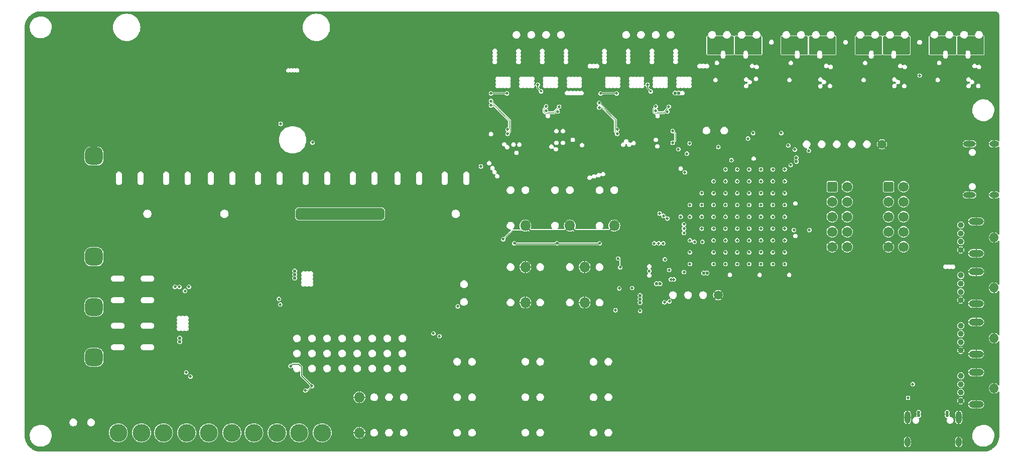
<source format=gbr>
%TF.GenerationSoftware,KiCad,Pcbnew,7.0.8-7.0.8~ubuntu22.04.1*%
%TF.CreationDate,2023-11-12T23:59:41-08:00*%
%TF.ProjectId,corevus-g,636f7265-7675-4732-9d67-2e6b69636164,rev?*%
%TF.SameCoordinates,Original*%
%TF.FileFunction,Copper,L2,Inr*%
%TF.FilePolarity,Positive*%
%FSLAX46Y46*%
G04 Gerber Fmt 4.6, Leading zero omitted, Abs format (unit mm)*
G04 Created by KiCad (PCBNEW 7.0.8-7.0.8~ubuntu22.04.1) date 2023-11-12 23:59:41*
%MOMM*%
%LPD*%
G01*
G04 APERTURE LIST*
G04 Aperture macros list*
%AMRoundRect*
0 Rectangle with rounded corners*
0 $1 Rounding radius*
0 $2 $3 $4 $5 $6 $7 $8 $9 X,Y pos of 4 corners*
0 Add a 4 corners polygon primitive as box body*
4,1,4,$2,$3,$4,$5,$6,$7,$8,$9,$2,$3,0*
0 Add four circle primitives for the rounded corners*
1,1,$1+$1,$2,$3*
1,1,$1+$1,$4,$5*
1,1,$1+$1,$6,$7*
1,1,$1+$1,$8,$9*
0 Add four rect primitives between the rounded corners*
20,1,$1+$1,$2,$3,$4,$5,0*
20,1,$1+$1,$4,$5,$6,$7,0*
20,1,$1+$1,$6,$7,$8,$9,0*
20,1,$1+$1,$8,$9,$2,$3,0*%
G04 Aperture macros list end*
%TA.AperFunction,ComponentPad*%
%ADD10C,1.000000*%
%TD*%
%TA.AperFunction,ComponentPad*%
%ADD11O,2.500000X1.200000*%
%TD*%
%TA.AperFunction,ComponentPad*%
%ADD12O,1.600000X1.600000*%
%TD*%
%TA.AperFunction,ComponentPad*%
%ADD13RoundRect,1.000000X-0.500000X0.500000X-0.500000X-0.500000X0.500000X-0.500000X0.500000X0.500000X0*%
%TD*%
%TA.AperFunction,ComponentPad*%
%ADD14RoundRect,0.250000X-0.600000X-0.600000X0.600000X-0.600000X0.600000X0.600000X-0.600000X0.600000X0*%
%TD*%
%TA.AperFunction,ComponentPad*%
%ADD15C,1.700000*%
%TD*%
%TA.AperFunction,ComponentPad*%
%ADD16O,1.800000X1.800000*%
%TD*%
%TA.AperFunction,ComponentPad*%
%ADD17C,0.500000*%
%TD*%
%TA.AperFunction,ComponentPad*%
%ADD18O,1.000000X2.100000*%
%TD*%
%TA.AperFunction,ComponentPad*%
%ADD19O,1.000000X1.600000*%
%TD*%
%TA.AperFunction,ComponentPad*%
%ADD20RoundRect,0.500000X-0.500000X-0.500000X0.500000X-0.500000X0.500000X0.500000X-0.500000X0.500000X0*%
%TD*%
%TA.AperFunction,ComponentPad*%
%ADD21C,2.000000*%
%TD*%
%TA.AperFunction,ComponentPad*%
%ADD22C,3.000000*%
%TD*%
%TA.AperFunction,ComponentPad*%
%ADD23C,1.500000*%
%TD*%
%TA.AperFunction,ComponentPad*%
%ADD24C,4.600000*%
%TD*%
%TA.AperFunction,ComponentPad*%
%ADD25O,2.100000X1.000000*%
%TD*%
%TA.AperFunction,ComponentPad*%
%ADD26O,1.600000X1.000000*%
%TD*%
%TA.AperFunction,ViaPad*%
%ADD27C,0.500000*%
%TD*%
%TA.AperFunction,ViaPad*%
%ADD28C,0.600000*%
%TD*%
%TA.AperFunction,ViaPad*%
%ADD29C,0.450000*%
%TD*%
%TA.AperFunction,Conductor*%
%ADD30C,2.000000*%
%TD*%
%TA.AperFunction,Conductor*%
%ADD31C,0.100000*%
%TD*%
%TA.AperFunction,Conductor*%
%ADD32C,0.250000*%
%TD*%
%TA.AperFunction,Conductor*%
%ADD33C,0.200000*%
%TD*%
%TA.AperFunction,Conductor*%
%ADD34C,0.150000*%
%TD*%
G04 APERTURE END LIST*
D10*
%TO.N,+5V*%
%TO.C,J38*%
X198200000Y-101900000D03*
%TO.N,/Pi Zero + USB Hub/D4-'*%
X198200000Y-103300000D03*
%TO.N,/Pi Zero + USB Hub/D4+'*%
X198200000Y-104700000D03*
%TO.N,GND*%
X198200000Y-106100000D03*
D11*
X200800000Y-106700000D03*
D12*
X203800000Y-104010000D03*
D11*
X200800000Y-101300000D03*
%TD*%
D13*
%TO.N,GND*%
%TO.C,J36*%
X52000000Y-73250000D03*
%TO.N,Net-(J36-Pin_2)*%
X52000000Y-81750000D03*
%TD*%
D14*
%TO.N,/Buzzer*%
%TO.C,J13*%
X176500000Y-69920000D03*
D15*
%TO.N,/Btn_Enc*%
X179040000Y-69920000D03*
%TO.N,/LCD_En*%
X176500000Y-72460000D03*
%TO.N,/LCD_Rs*%
X179040000Y-72460000D03*
%TO.N,/LCD_D4*%
X176500000Y-75000000D03*
%TO.N,/LCD_D5*%
X179040000Y-75000000D03*
%TO.N,/LCD_D6*%
X176500000Y-77540000D03*
%TO.N,/LCD_D7*%
X179040000Y-77540000D03*
%TO.N,GND*%
X176500000Y-80080000D03*
%TO.N,+5V*%
X179040000Y-80080000D03*
%TD*%
D16*
%TO.N,GND*%
%TO.C,J14*%
X96750000Y-111500000D03*
%TD*%
%TO.N,VSSA*%
%TO.C,J10*%
X124750000Y-76500000D03*
%TD*%
D17*
%TO.N,GND*%
%TO.C,U8*%
X183625000Y-48625000D03*
X183625000Y-50000000D03*
X183625000Y-51375000D03*
X185000000Y-48625000D03*
X185000000Y-50000000D03*
X185000000Y-51375000D03*
X186375000Y-48625000D03*
X186375000Y-50000000D03*
X186375000Y-51375000D03*
%TD*%
D18*
%TO.N,GND*%
%TO.C,J24*%
X189180000Y-108895000D03*
D19*
X189180000Y-113075000D03*
D18*
X197820000Y-108895000D03*
D19*
X197820000Y-113075000D03*
%TD*%
D16*
%TO.N,GND*%
%TO.C,J2*%
X134750000Y-89500000D03*
%TD*%
%TO.N,GND*%
%TO.C,J4*%
X124750000Y-83500000D03*
%TD*%
D20*
%TO.N,VMB*%
%TO.C,C13*%
X100000000Y-74500000D03*
D21*
%TO.N,GND*%
X100000000Y-79500000D03*
%TD*%
D22*
%TO.N,+24V*%
%TO.C,J21*%
X56095000Y-111500000D03*
%TO.N,Net-(D25-A)*%
X60000000Y-111500000D03*
%TD*%
D20*
%TO.N,VMB*%
%TO.C,C14*%
X87000000Y-74500000D03*
D21*
%TO.N,GND*%
X87000000Y-79500000D03*
%TD*%
D23*
%TO.N,GND*%
%TO.C,J42*%
X184900000Y-62750000D03*
%TD*%
D16*
%TO.N,GND*%
%TO.C,J16*%
X96750000Y-105500000D03*
%TD*%
D17*
%TO.N,GND*%
%TO.C,U9*%
X171125000Y-48625000D03*
X171125000Y-50000000D03*
X171125000Y-51375000D03*
X172500000Y-48625000D03*
X172500000Y-50000000D03*
X172500000Y-51375000D03*
X173875000Y-48625000D03*
X173875000Y-50000000D03*
X173875000Y-51375000D03*
%TD*%
%TO.N,GND*%
%TO.C,U7*%
X196125000Y-48620000D03*
X196125000Y-49995000D03*
X196125000Y-51370000D03*
X197500000Y-48620000D03*
X197500000Y-49995000D03*
X197500000Y-51370000D03*
X198875000Y-48620000D03*
X198875000Y-49995000D03*
X198875000Y-51370000D03*
%TD*%
D21*
%TO.N,GND*%
%TO.C,C16*%
X74000000Y-79500000D03*
%TD*%
D10*
%TO.N,+5V*%
%TO.C,J27*%
X198200000Y-93400000D03*
%TO.N,/Pi Zero + USB Hub/D3-'*%
X198200000Y-94800000D03*
%TO.N,/Pi Zero + USB Hub/D3+'*%
X198200000Y-96200000D03*
%TO.N,GND*%
X198200000Y-97600000D03*
D11*
X200800000Y-98200000D03*
D12*
X203800000Y-95510000D03*
D11*
X200800000Y-92800000D03*
%TD*%
D24*
%TO.N,GND*%
%TO.C,H8*%
X81500000Y-43000000D03*
%TD*%
D22*
%TO.N,+24V*%
%TO.C,J23*%
X78955000Y-111500000D03*
%TO.N,Net-(D30-A)*%
X82860000Y-111500000D03*
%TD*%
D21*
%TO.N,GND*%
%TO.C,C12*%
X113000000Y-79500000D03*
%TD*%
D16*
%TO.N,GND*%
%TO.C,J6*%
X124750000Y-89500000D03*
%TD*%
D10*
%TO.N,+5V*%
%TO.C,J26*%
X198200000Y-84900000D03*
%TO.N,/Pi Zero + USB Hub/D2-'*%
X198200000Y-86300000D03*
%TO.N,/Pi Zero + USB Hub/D2+'*%
X198200000Y-87700000D03*
%TO.N,GND*%
X198200000Y-89100000D03*
D11*
X200800000Y-89700000D03*
D12*
X203800000Y-87010000D03*
D11*
X200800000Y-84300000D03*
%TD*%
D22*
%TO.N,+24V*%
%TO.C,J22*%
X71335000Y-111500000D03*
%TO.N,Net-(D27-A)*%
X75240000Y-111500000D03*
%TD*%
%TO.N,+24V*%
%TO.C,J20*%
X63715000Y-111500000D03*
%TO.N,Net-(D14-A)*%
X67620000Y-111500000D03*
%TD*%
%TO.N,+24V*%
%TO.C,J15*%
X86575000Y-111500000D03*
%TO.N,Net-(D3-A)*%
X90480000Y-111500000D03*
%TD*%
D23*
%TO.N,GND*%
%TO.C,J41*%
X157260000Y-88250000D03*
%TD*%
D17*
%TO.N,GND*%
%TO.C,U10*%
X158625000Y-48625000D03*
X158625000Y-50000000D03*
X158625000Y-51375000D03*
X160000000Y-48625000D03*
X160000000Y-50000000D03*
X160000000Y-51375000D03*
X161375000Y-48625000D03*
X161375000Y-50000000D03*
X161375000Y-51375000D03*
%TD*%
D13*
%TO.N,GND*%
%TO.C,J31*%
X52000000Y-56250000D03*
%TO.N,Net-(J31-Pin_2)*%
X52000000Y-64750000D03*
%TD*%
D24*
%TO.N,GND*%
%TO.C,H6*%
X113500000Y-43000000D03*
%TD*%
D14*
%TO.N,/SPI2_MISO*%
%TO.C,J28*%
X186000000Y-69920000D03*
D15*
%TO.N,/SPI2_SCK*%
X188540000Y-69920000D03*
%TO.N,/Btn_En2*%
X186000000Y-72460000D03*
%TO.N,/SD_CS*%
X188540000Y-72460000D03*
%TO.N,/Btn_En1*%
X186000000Y-75000000D03*
%TO.N,/SPI2_MOSI*%
X188540000Y-75000000D03*
%TO.N,/SD_Det*%
X186000000Y-77540000D03*
%TO.N,/~{Reset}*%
X188540000Y-77540000D03*
%TO.N,GND*%
X186000000Y-80080000D03*
%TO.N,+5V*%
X188540000Y-80080000D03*
%TD*%
D10*
%TO.N,+5V*%
%TO.C,J3*%
X198200000Y-76400000D03*
%TO.N,/Pi Zero + USB Hub/D1-'*%
X198200000Y-77800000D03*
%TO.N,/Pi Zero + USB Hub/D1+'*%
X198200000Y-79200000D03*
%TO.N,GND*%
X198200000Y-80600000D03*
D11*
X200800000Y-81200000D03*
D12*
X203800000Y-78510000D03*
D11*
X200800000Y-75800000D03*
%TD*%
D16*
%TO.N,GND*%
%TO.C,J5*%
X134750000Y-83500000D03*
%TD*%
%TO.N,VSSA*%
%TO.C,J12*%
X139750000Y-76500000D03*
%TD*%
D21*
%TO.N,GND*%
%TO.C,C17*%
X61000000Y-79500000D03*
%TD*%
D13*
%TO.N,/Bed_H+*%
%TO.C,J37*%
X52000000Y-90250000D03*
%TO.N,/Bed_H-*%
X52000000Y-98750000D03*
%TD*%
D25*
%TO.N,GND*%
%TO.C,J1*%
X199645000Y-71320000D03*
D26*
X203825000Y-71320000D03*
D25*
X199645000Y-62680000D03*
D26*
X203825000Y-62680000D03*
%TD*%
D16*
%TO.N,VSSA*%
%TO.C,J11*%
X132250000Y-76500000D03*
%TD*%
D17*
%TO.N,GND*%
%TO.C,U11*%
X141250000Y-57000000D03*
X141250000Y-59250000D03*
X141250000Y-61500000D03*
X142375000Y-58125000D03*
X142375000Y-60375000D03*
X143500000Y-57000000D03*
X143500000Y-59250000D03*
X143500000Y-61500000D03*
X144625000Y-58125000D03*
X144625000Y-60375000D03*
X145750000Y-57000000D03*
X145750000Y-59250000D03*
X145750000Y-61500000D03*
%TD*%
%TO.N,GND*%
%TO.C,U12*%
X122750000Y-57000000D03*
X122750000Y-59250000D03*
X122750000Y-61500000D03*
X123875000Y-58125000D03*
X123875000Y-60375000D03*
X125000000Y-57000000D03*
X125000000Y-59250000D03*
X125000000Y-61500000D03*
X126125000Y-58125000D03*
X126125000Y-60375000D03*
X127250000Y-57000000D03*
X127250000Y-59250000D03*
X127250000Y-61500000D03*
%TD*%
D27*
%TO.N,GND*%
X104800000Y-62950000D03*
X68750000Y-63000000D03*
%TO.N,+12V*%
X117250000Y-66500000D03*
%TO.N,GND*%
X93750000Y-57500000D03*
X60250000Y-59000000D03*
X76750000Y-59000000D03*
X92250000Y-59000000D03*
%TO.N,+12V*%
X83475000Y-59300000D03*
X88850000Y-62450000D03*
%TO.N,GND*%
X100750000Y-63000000D03*
X108750000Y-59000000D03*
X44100000Y-107450000D03*
D28*
X85700000Y-89500000D03*
D27*
X74990000Y-103600000D03*
X172000000Y-78750000D03*
X51750000Y-45500000D03*
X48400000Y-111550000D03*
X171050000Y-86150000D03*
X82250000Y-91000000D03*
X51750000Y-50000000D03*
X82610000Y-103600000D03*
X105500000Y-45000000D03*
X52100000Y-106499999D03*
D28*
X149550000Y-57650000D03*
D27*
X83610000Y-104500000D03*
X128550000Y-59500000D03*
X48850000Y-107450000D03*
D28*
X66450000Y-98500000D03*
D27*
X46750000Y-45500000D03*
X46750000Y-45000000D03*
D28*
X64150000Y-98500000D03*
D27*
X80600000Y-95050000D03*
X130350000Y-96500000D03*
X197100000Y-68200000D03*
X74990000Y-104500000D03*
X119750000Y-59400000D03*
D28*
X190000000Y-48200000D03*
X167500000Y-47600000D03*
D27*
X75990000Y-104500000D03*
X172050000Y-66750000D03*
D28*
X85700000Y-88900000D03*
X133000000Y-58600000D03*
X108350000Y-98750000D03*
D27*
X94500000Y-90000000D03*
X43600000Y-107450000D03*
D28*
X196700000Y-108600000D03*
X66450000Y-99100000D03*
D27*
X158750000Y-86500000D03*
X97500000Y-85000000D03*
X47850000Y-107450000D03*
X52600000Y-106500000D03*
X86000000Y-53250000D03*
X94600000Y-114400000D03*
D28*
X119850000Y-105350000D03*
D27*
X149600000Y-61500000D03*
D28*
X108350000Y-104750000D03*
D27*
X86000000Y-45750000D03*
D28*
X104100000Y-93800000D03*
X119850000Y-104750000D03*
D27*
X68370000Y-104500000D03*
X47850000Y-106500000D03*
X118200000Y-59950000D03*
X150650000Y-81250000D03*
D28*
X177500000Y-47600000D03*
D27*
X85500000Y-45750000D03*
X59750000Y-104500000D03*
X44600000Y-106499999D03*
D28*
X64150000Y-99100000D03*
D27*
X90730000Y-104500000D03*
D28*
X118350000Y-52400000D03*
D27*
X49250000Y-45500000D03*
X90730000Y-103600000D03*
X151150000Y-86250000D03*
X96500000Y-90000000D03*
D28*
X107300000Y-110700000D03*
D27*
X67370000Y-103600000D03*
X82610000Y-104500000D03*
X44700000Y-108850000D03*
D28*
X86450000Y-89800000D03*
D27*
X139250000Y-61750000D03*
X94500000Y-85000000D03*
X120750000Y-61750000D03*
X60250000Y-103600000D03*
D28*
X165000000Y-48195000D03*
D27*
X75990000Y-103600000D03*
X117100000Y-85650000D03*
X47350000Y-106500000D03*
X46750000Y-50500000D03*
D28*
X131350000Y-105350000D03*
D27*
X85000000Y-53250000D03*
X49250000Y-45000000D03*
X105500000Y-50000000D03*
X136250000Y-57250000D03*
D28*
X86450000Y-88600000D03*
D27*
X148100000Y-67725000D03*
X51600000Y-107450000D03*
X145100000Y-89150000D03*
X94600000Y-108400000D03*
X45100000Y-106500000D03*
D28*
X155000000Y-47600000D03*
D27*
X51750000Y-50500000D03*
D28*
X131350000Y-104750000D03*
X90150000Y-92100000D03*
X107800000Y-100050000D03*
X85700000Y-88300000D03*
D27*
X51600000Y-106500000D03*
D28*
X133000000Y-58000000D03*
D27*
X81350000Y-97300000D03*
D28*
X180000000Y-48200000D03*
D27*
X108000000Y-42500000D03*
X67870000Y-104500000D03*
D28*
X106400000Y-93800000D03*
D27*
X105500000Y-47500000D03*
D28*
X103500000Y-93800000D03*
D27*
X43600000Y-106500000D03*
X145600000Y-73450000D03*
D28*
X65200000Y-88100000D03*
X119300000Y-106050000D03*
D27*
X51750000Y-49500000D03*
X167700000Y-62300000D03*
D28*
X198700000Y-70200000D03*
D27*
X50000000Y-109750000D03*
D28*
X155350000Y-52400000D03*
X135950000Y-54050000D03*
X118050000Y-53950000D03*
D27*
X90230000Y-103600000D03*
X158750000Y-65200000D03*
X52100000Y-107450000D03*
X45100000Y-107450000D03*
D28*
X192500000Y-48195000D03*
X107800000Y-106050000D03*
D27*
X131100000Y-61500000D03*
X108000000Y-50000000D03*
X46750000Y-49500000D03*
X49250000Y-50500000D03*
X44100000Y-106500000D03*
X145600000Y-89150000D03*
D28*
X131350000Y-99350000D03*
X131350000Y-98750000D03*
D27*
X157250000Y-62050000D03*
D28*
X67624500Y-84900000D03*
X86450000Y-88000000D03*
D27*
X147650000Y-78600000D03*
X48850000Y-106500000D03*
D28*
X135650000Y-46300000D03*
X54600000Y-98450000D03*
X86450000Y-89200000D03*
X190000000Y-47600000D03*
D29*
X132950000Y-60800000D03*
D28*
X154450000Y-53950000D03*
X105800000Y-93800000D03*
D27*
X51100000Y-107450000D03*
X83110000Y-104500000D03*
D28*
X154150000Y-52400000D03*
D27*
X154950000Y-61950000D03*
X52600000Y-107450000D03*
X49250000Y-44500000D03*
D28*
X82900000Y-85350000D03*
X130800000Y-106050000D03*
X136850000Y-52350000D03*
X119850000Y-110750000D03*
X135650000Y-44750000D03*
X136250000Y-52350000D03*
X64300000Y-89300000D03*
D27*
X90230000Y-104500000D03*
D28*
X136250000Y-46300000D03*
D27*
X67370000Y-104500000D03*
D28*
X202500000Y-48195000D03*
X133000000Y-57400000D03*
D27*
X164300000Y-51200000D03*
D28*
X154750000Y-52400000D03*
D27*
X49250000Y-50000000D03*
X46750000Y-44500000D03*
D28*
X90150000Y-93300000D03*
D27*
X60250000Y-104500000D03*
X68370000Y-103600000D03*
X147950000Y-83500000D03*
X162900000Y-88050000D03*
D28*
X199350000Y-63800000D03*
D27*
X93500000Y-90000000D03*
X67870000Y-103600000D03*
D28*
X136250000Y-44750000D03*
D27*
X159250000Y-87700000D03*
D28*
X105200000Y-93800000D03*
D27*
X83610000Y-103600000D03*
D28*
X64300000Y-88100000D03*
D27*
X148725000Y-73425000D03*
D28*
X130800000Y-100050000D03*
D27*
X96500000Y-85000000D03*
X141700000Y-83400000D03*
D28*
X102900000Y-93800000D03*
X82900000Y-84150000D03*
X65200000Y-88700000D03*
D27*
X95500000Y-90000000D03*
X47350000Y-107450000D03*
X138250000Y-59400000D03*
D28*
X108350000Y-99350000D03*
D27*
X46750000Y-50000000D03*
X189300000Y-51200000D03*
D28*
X119850000Y-98750000D03*
D27*
X108000000Y-45000000D03*
X85000000Y-45750000D03*
X83110000Y-103600000D03*
X143750000Y-62800000D03*
X142700000Y-83400000D03*
X168300000Y-89050000D03*
D28*
X65200000Y-89300000D03*
D27*
X75490000Y-103600000D03*
D28*
X82900000Y-84750000D03*
X119850000Y-111350000D03*
D27*
X201800000Y-51200000D03*
D28*
X167500000Y-48200000D03*
D27*
X85500000Y-53250000D03*
D28*
X90150000Y-92700000D03*
X136550000Y-54050000D03*
D27*
X79700000Y-98150000D03*
D28*
X196700000Y-107950000D03*
D27*
X51750000Y-45000000D03*
X176800000Y-51200000D03*
X152250000Y-86550000D03*
X51100000Y-106500000D03*
D28*
X107300000Y-111300000D03*
X130800000Y-112050000D03*
D27*
X117250000Y-98600000D03*
X93500000Y-85000000D03*
X142200000Y-83400000D03*
D28*
X165000000Y-47595000D03*
D27*
X59750000Y-103600000D03*
D28*
X119850000Y-99350000D03*
D27*
X66900000Y-100450000D03*
D28*
X135650000Y-52350000D03*
X131350000Y-111350000D03*
D27*
X48350000Y-107450000D03*
D28*
X119300000Y-100050000D03*
D27*
X74450000Y-95750000D03*
X117550000Y-91100000D03*
X105500000Y-42500000D03*
X140750000Y-75600000D03*
D28*
X117750000Y-52400000D03*
D27*
X125250000Y-62800000D03*
X80600000Y-100050000D03*
D28*
X199349999Y-70200000D03*
X198700000Y-63800001D03*
D27*
X91230000Y-103600000D03*
D28*
X192500000Y-47595000D03*
X107800000Y-112050000D03*
D27*
X77150000Y-103050000D03*
D28*
X136850000Y-46300000D03*
D27*
X133400000Y-96500000D03*
X163100000Y-56200000D03*
X48350000Y-106499999D03*
D28*
X180000000Y-47600000D03*
X117450000Y-53950000D03*
X131350000Y-110750000D03*
D27*
X51750000Y-44500000D03*
X194800000Y-102500000D03*
X49250000Y-49500000D03*
X172050000Y-73250000D03*
D28*
X202500000Y-47595000D03*
D27*
X147050000Y-59500000D03*
X164000000Y-65450000D03*
X108000000Y-47500000D03*
X95500000Y-85000000D03*
D28*
X149550000Y-57050000D03*
D27*
X44600000Y-107450000D03*
D28*
X149150000Y-58100000D03*
X190300000Y-108600000D03*
X155050000Y-53950000D03*
X64300000Y-88700000D03*
X190300000Y-107950000D03*
D27*
X60750000Y-103600000D03*
X91230000Y-104500000D03*
D28*
X117150000Y-52400000D03*
D27*
X75490000Y-104500000D03*
X171750000Y-64500000D03*
D28*
X155000000Y-48200000D03*
X108350000Y-105350000D03*
X136850000Y-44750000D03*
D27*
X97500000Y-90000000D03*
D28*
X119300000Y-112050000D03*
D27*
X60750000Y-104500000D03*
D28*
X177500000Y-48200000D03*
D27*
%TO.N,+3.3V*%
X158500000Y-79000000D03*
X164500000Y-73000000D03*
X152500000Y-73000000D03*
X160500000Y-67000000D03*
X156500000Y-79000000D03*
X168500000Y-75000000D03*
X164500000Y-81000000D03*
X168500000Y-67000000D03*
X162500000Y-71000000D03*
X162500000Y-81000000D03*
X152500000Y-75000000D03*
X156500000Y-69000000D03*
X139950000Y-90800000D03*
X162500000Y-67000000D03*
X162500000Y-79000000D03*
X154500000Y-77000000D03*
X152500000Y-79000000D03*
X166500000Y-77000000D03*
X166500000Y-75000000D03*
X162500000Y-77000000D03*
D28*
X170450000Y-65050000D03*
D27*
X168500000Y-73000000D03*
X154500000Y-75000000D03*
X158500000Y-69000000D03*
X168500000Y-69000000D03*
X156500000Y-73000000D03*
X144100000Y-90900000D03*
X164500000Y-77000000D03*
X154500000Y-71000000D03*
X168500000Y-83000000D03*
X164500000Y-71000000D03*
X162300000Y-61800000D03*
X67550000Y-101300000D03*
X168500000Y-77000000D03*
X162500000Y-75000000D03*
X166500000Y-71000000D03*
X162500000Y-69000000D03*
X164500000Y-67000000D03*
X160500000Y-77000000D03*
X150550000Y-63600000D03*
X158500000Y-67000000D03*
X158500000Y-81000000D03*
X146500000Y-79500000D03*
X162500000Y-83000000D03*
X160500000Y-69000000D03*
X160500000Y-75000000D03*
X156500000Y-81000000D03*
X149800000Y-85600000D03*
X164500000Y-83000000D03*
X158500000Y-83000000D03*
X162500000Y-73000000D03*
X152500000Y-83000000D03*
X168500000Y-71000000D03*
X156500000Y-83000000D03*
X168500000Y-79000000D03*
X160500000Y-81000000D03*
X164500000Y-69000000D03*
X152000000Y-64337500D03*
D28*
X170450000Y-65650000D03*
D27*
X160500000Y-79000000D03*
X160500000Y-71000000D03*
X158500000Y-73000000D03*
X160500000Y-73000000D03*
X149300000Y-85600000D03*
X160500000Y-83000000D03*
X168500000Y-81000000D03*
X166500000Y-81000000D03*
X150950000Y-75000000D03*
X154500000Y-73000000D03*
X156500000Y-77000000D03*
X156500000Y-75000000D03*
X152500000Y-81000000D03*
X158500000Y-75000000D03*
X147250000Y-79500000D03*
X145650000Y-84150000D03*
X166500000Y-83000000D03*
X166500000Y-79000000D03*
X166500000Y-69000000D03*
X166500000Y-73000000D03*
X164500000Y-79000000D03*
X148000000Y-79500000D03*
X158500000Y-71000000D03*
X158500000Y-77000000D03*
X156500000Y-71000000D03*
X68250000Y-102000000D03*
X164500000Y-75000000D03*
X166500000Y-67000000D03*
D28*
%TO.N,VMB*%
X150600000Y-54100000D03*
X150001577Y-54101577D03*
D27*
%TO.N,+12V*%
X68000000Y-86850000D03*
X65650000Y-86850000D03*
D28*
%TO.N,/Motor 0 (TMC2208)/BRA*%
X198500000Y-46995000D03*
X201200000Y-46795000D03*
X198900000Y-46595000D03*
X201800000Y-46795000D03*
%TO.N,/Motor 0 (TMC2208)/BRB*%
X193800000Y-46795000D03*
X196100000Y-46595000D03*
X196500000Y-46995000D03*
X193200000Y-46795000D03*
%TO.N,/Motor 1 (TMC2208)/BRA*%
X189300000Y-46800000D03*
X186400000Y-46600000D03*
X186000000Y-47000000D03*
X188700000Y-46800000D03*
%TO.N,/Motor 1 (TMC2208)/BRB*%
X183600000Y-46600000D03*
X181300000Y-46800000D03*
X184000000Y-47000000D03*
X180700000Y-46800000D03*
%TO.N,/Motor 2 (TMC2208)/BRA*%
X173900000Y-46600000D03*
X173500000Y-47000000D03*
X176800000Y-46800000D03*
X176200000Y-46800000D03*
%TO.N,/Motor 2 (TMC2208)/BRB*%
X171100000Y-46600000D03*
X168200000Y-46800000D03*
X168800000Y-46800000D03*
X171500000Y-47000000D03*
%TO.N,/Motor 3 (TMC2208)/BRA*%
X164300000Y-46800000D03*
X161000000Y-47000000D03*
X161400000Y-46600000D03*
X163700000Y-46800000D03*
%TO.N,/Motor 3 (TMC2208)/BRB*%
X155700000Y-46800000D03*
X156300000Y-46800000D03*
X158600000Y-46600000D03*
X159000000Y-47000000D03*
D27*
%TO.N,/~{Reset}*%
X154600000Y-79250000D03*
X167900000Y-60850000D03*
X169100000Y-62950000D03*
X172650000Y-77250000D03*
X170050000Y-77250000D03*
X163150000Y-60850000D03*
X153300000Y-79250000D03*
X169500000Y-66250000D03*
D28*
%TO.N,+5V*%
X144100000Y-88900000D03*
X195900000Y-108600000D03*
X144100000Y-88300000D03*
X191100000Y-108050000D03*
D27*
X190100000Y-103300000D03*
D28*
X191100000Y-108600000D03*
D27*
X189300000Y-105600000D03*
D28*
X144100000Y-89500000D03*
X195900000Y-108050000D03*
D27*
%TO.N,/BOOT0*%
X157300000Y-63200000D03*
X170200000Y-63650000D03*
X172550000Y-63850000D03*
X159500000Y-65450000D03*
%TO.N,/S0*%
X140600000Y-87100000D03*
X148200000Y-89450000D03*
D28*
%TO.N,+24V*%
X66450000Y-96100000D03*
X85850000Y-84150000D03*
X85850000Y-84750000D03*
D27*
X191250000Y-51150000D03*
X113350000Y-90150000D03*
D28*
X85850000Y-85350000D03*
X66450000Y-95500000D03*
D27*
%TO.N,/S1*%
X149050000Y-89300000D03*
X142750000Y-87050000D03*
%TO.N,Net-(D19-K)*%
X149600000Y-62500000D03*
X149600000Y-60500000D03*
%TO.N,/USART2_TX*%
X149000000Y-84000000D03*
%TO.N,/SPI1_SCK*%
X147400000Y-74450000D03*
X151500000Y-77750000D03*
%TO.N,/SPI1_MOSI*%
X151500000Y-76250000D03*
X148050000Y-74850000D03*
%TO.N,/SPI1_MISO*%
X148700000Y-75300000D03*
X151500000Y-77000000D03*
%TO.N,VSSA*%
X121000000Y-78800000D03*
%TO.N,VDDA*%
X122900000Y-79475000D03*
X130100000Y-79475000D03*
X137300000Y-79475000D03*
%TO.N,Net-(U15-PHASE)*%
X67350000Y-87550000D03*
X66400000Y-86850000D03*
%TO.N,/_{M4}~{Therm}*%
X151650000Y-67500000D03*
X152450000Y-62600000D03*
%TO.N,Net-(U5-PHASE)*%
X83400000Y-89825000D03*
X83200000Y-88900000D03*
%TO.N,/F1*%
X109225000Y-94700000D03*
X110250000Y-95175000D03*
%TO.N,/Motor 4 (TMC2160)/LB1*%
X137450000Y-54150000D03*
X140150000Y-54150000D03*
D29*
%TO.N,/Motor 4 (TMC2160)/LA1*%
X145900000Y-53810000D03*
D27*
X145350000Y-52700000D03*
%TO.N,/Motor 5 (TMC2160)/LB1*%
X118950000Y-54150000D03*
X121650000Y-54150000D03*
%TO.N,/Motor 5 (TMC2160)/LA1*%
X126850000Y-52700000D03*
D29*
X127400000Y-53810000D03*
D27*
%TO.N,/Motor 4 (TMC2160)/SRBH*%
X137200000Y-55750000D03*
X140250000Y-60250000D03*
%TO.N,/Motor 4 (TMC2160)/SRAH*%
X146750000Y-57100000D03*
X148950000Y-56400000D03*
%TO.N,/Motor 4 (TMC2160)/SRBL*%
X140250000Y-61000000D03*
X137200000Y-56550000D03*
%TO.N,/Motor 4 (TMC2160)/SRAL*%
X148700000Y-57250000D03*
X146750000Y-56350000D03*
%TO.N,/Motor 5 (TMC2160)/SRBH*%
X118950000Y-56200000D03*
X121750000Y-60250000D03*
%TO.N,/Motor 5 (TMC2160)/SRAH*%
X130450000Y-56400000D03*
X128250000Y-57100000D03*
%TO.N,/Motor 5 (TMC2160)/SRBL*%
X121750000Y-61000000D03*
X118950000Y-55450000D03*
%TO.N,/Motor 5 (TMC2160)/SRAL*%
X128250000Y-56350000D03*
X130200000Y-57250000D03*
%TO.N,/H4_Gate*%
X88750000Y-103600000D03*
X87650000Y-104350000D03*
X85150000Y-100250000D03*
D28*
%TO.N,/USB_VBUS*%
X154800000Y-84500000D03*
X146850000Y-86300000D03*
X155400000Y-84500000D03*
X147450000Y-86300000D03*
D27*
%TO.N,/_{PWR}~{Therm}*%
X140750000Y-83550000D03*
X148300000Y-82200000D03*
X140400000Y-82050000D03*
X151500000Y-84350000D03*
%TD*%
D30*
%TO.N,VMB*%
X100000000Y-74500000D02*
X87000000Y-74500000D01*
D31*
%TO.N,Net-(D19-K)*%
X150025000Y-62075000D02*
X149600000Y-62500000D01*
X150025000Y-60925000D02*
X150025000Y-62075000D01*
X149600000Y-60500000D02*
X150025000Y-60925000D01*
D32*
%TO.N,VSSA*%
X132250000Y-76500000D02*
X131450000Y-77300000D01*
X133050000Y-77300000D02*
X132250000Y-76500000D01*
X138950000Y-77300000D02*
X133050000Y-77300000D01*
D31*
X121000000Y-78800000D02*
X122500000Y-77300000D01*
X122500000Y-77300000D02*
X123950000Y-77300000D01*
X123950000Y-77300000D02*
X124750000Y-76500000D01*
D32*
X131450000Y-77300000D02*
X125550000Y-77300000D01*
X139750000Y-76500000D02*
X138950000Y-77300000D01*
X125550000Y-77300000D02*
X124750000Y-76500000D01*
D33*
%TO.N,VDDA*%
X130100000Y-79600000D02*
X122900000Y-79600000D01*
X137300000Y-79600000D02*
X130100000Y-79600000D01*
D34*
%TO.N,/Motor 4 (TMC2160)/LB1*%
X140150000Y-54150000D02*
X137450000Y-54150000D01*
%TO.N,/Motor 4 (TMC2160)/LA1*%
X145900000Y-53810000D02*
X145350000Y-53260000D01*
X145350000Y-53260000D02*
X145350000Y-52700000D01*
%TO.N,/Motor 5 (TMC2160)/LB1*%
X121650000Y-54150000D02*
X118950000Y-54150000D01*
%TO.N,/Motor 5 (TMC2160)/LA1*%
X127400000Y-53810000D02*
X126850000Y-53260000D01*
X126850000Y-53260000D02*
X126850000Y-52700000D01*
D31*
%TO.N,/Motor 4 (TMC2160)/SRBH*%
X140025000Y-60025000D02*
X140250000Y-60250000D01*
X137200000Y-55750000D02*
X140025000Y-58575000D01*
X140025000Y-58575000D02*
X140025000Y-60025000D01*
%TO.N,/Motor 4 (TMC2160)/SRAH*%
X146975000Y-57325000D02*
X148025000Y-57325000D01*
X146750000Y-57100000D02*
X146975000Y-57325000D01*
X148025000Y-57325000D02*
X148950000Y-56400000D01*
%TO.N,/Motor 4 (TMC2160)/SRBL*%
X137200000Y-56550000D02*
X137717158Y-56550000D01*
X139825000Y-60575000D02*
X140250000Y-61000000D01*
X139825000Y-58657842D02*
X139825000Y-60575000D01*
X137717158Y-56550000D02*
X139825000Y-58657842D01*
%TO.N,/Motor 4 (TMC2160)/SRAL*%
X146325000Y-57276041D02*
X146325000Y-56775000D01*
X148700000Y-57250000D02*
X148382842Y-57250000D01*
X146325000Y-56775000D02*
X146750000Y-56350000D01*
X146573959Y-57525000D02*
X146325000Y-57276041D01*
X148382842Y-57250000D02*
X148107842Y-57525000D01*
X148107842Y-57525000D02*
X146573959Y-57525000D01*
%TO.N,/Motor 5 (TMC2160)/SRBH*%
X121975000Y-58757842D02*
X121975000Y-60025000D01*
X121975000Y-60025000D02*
X121750000Y-60250000D01*
X118950000Y-56200000D02*
X119417158Y-56200000D01*
X119417158Y-56200000D02*
X121975000Y-58757842D01*
%TO.N,/Motor 5 (TMC2160)/SRAH*%
X128250000Y-57100000D02*
X128475000Y-57325000D01*
X129525000Y-57325000D02*
X130450000Y-56400000D01*
X128475000Y-57325000D02*
X129525000Y-57325000D01*
%TO.N,/Motor 5 (TMC2160)/SRBL*%
X122175000Y-60575000D02*
X121750000Y-61000000D01*
X118950000Y-55450000D02*
X122175000Y-58675000D01*
X122175000Y-58675000D02*
X122175000Y-60575000D01*
%TO.N,/Motor 5 (TMC2160)/SRAL*%
X130200000Y-57250000D02*
X129882842Y-57250000D01*
X127825000Y-56775000D02*
X128250000Y-56350000D01*
X129607842Y-57525000D02*
X128073959Y-57525000D01*
X128073959Y-57525000D02*
X127825000Y-57276041D01*
X127825000Y-57276041D02*
X127825000Y-56775000D01*
X129882842Y-57250000D02*
X129607842Y-57525000D01*
%TO.N,/H4_Gate*%
X88000000Y-104350000D02*
X88750000Y-103600000D01*
D33*
X87000000Y-101850000D02*
X87000000Y-100369340D01*
D31*
X87650000Y-104350000D02*
X88000000Y-104350000D01*
D33*
X85500000Y-99900000D02*
X85150000Y-100250000D01*
X86530660Y-99900000D02*
X85500000Y-99900000D01*
X87000000Y-100369340D02*
X86530660Y-99900000D01*
X88750000Y-103600000D02*
X87000000Y-101850000D01*
D31*
%TO.N,/_{PWR}~{Therm}*%
X140750000Y-82400000D02*
X140400000Y-82050000D01*
X140750000Y-83550000D02*
X140750000Y-82400000D01*
%TD*%
%TA.AperFunction,Conductor*%
%TO.N,GND*%
G36*
X204699500Y-62163793D02*
G01*
X204680593Y-62221984D01*
X204631093Y-62257948D01*
X204569907Y-62257948D01*
X204540233Y-62242336D01*
X204427584Y-62155899D01*
X204281635Y-62095445D01*
X204281627Y-62095443D01*
X204164323Y-62080000D01*
X203930001Y-62080000D01*
X203930000Y-62080001D01*
X203930000Y-62380000D01*
X203720000Y-62380000D01*
X203720000Y-62080001D01*
X203719999Y-62080000D01*
X203485676Y-62080000D01*
X203368372Y-62095443D01*
X203368364Y-62095445D01*
X203222415Y-62155899D01*
X203222410Y-62155901D01*
X203097080Y-62252070D01*
X203097070Y-62252080D01*
X203000901Y-62377410D01*
X203000899Y-62377414D01*
X202940444Y-62523368D01*
X202940444Y-62523369D01*
X202933646Y-62574999D01*
X202933647Y-62575000D01*
X203242968Y-62575000D01*
X203221105Y-62651840D01*
X203231454Y-62763521D01*
X203242149Y-62785000D01*
X202933647Y-62785000D01*
X202940444Y-62836630D01*
X203000899Y-62982584D01*
X203000901Y-62982589D01*
X203097070Y-63107919D01*
X203097080Y-63107929D01*
X203222410Y-63204098D01*
X203222415Y-63204100D01*
X203368364Y-63264554D01*
X203368372Y-63264556D01*
X203485676Y-63279999D01*
X203485678Y-63280000D01*
X203719999Y-63280000D01*
X203720000Y-63279999D01*
X203720000Y-62980000D01*
X203930000Y-62980000D01*
X203930000Y-63279999D01*
X203930001Y-63280000D01*
X204164322Y-63280000D01*
X204164323Y-63279999D01*
X204281627Y-63264556D01*
X204281635Y-63264554D01*
X204427584Y-63204100D01*
X204427589Y-63204098D01*
X204540233Y-63117664D01*
X204597909Y-63097240D01*
X204656575Y-63114618D01*
X204693822Y-63163159D01*
X204699500Y-63196206D01*
X204699500Y-70803793D01*
X204680593Y-70861984D01*
X204631093Y-70897948D01*
X204569907Y-70897948D01*
X204540233Y-70882336D01*
X204427584Y-70795899D01*
X204281635Y-70735445D01*
X204281627Y-70735443D01*
X204164323Y-70720000D01*
X203930001Y-70720000D01*
X203930000Y-70720001D01*
X203930000Y-71020000D01*
X203720000Y-71020000D01*
X203720000Y-70720001D01*
X203719999Y-70720000D01*
X203485676Y-70720000D01*
X203368372Y-70735443D01*
X203368364Y-70735445D01*
X203222415Y-70795899D01*
X203222410Y-70795901D01*
X203097080Y-70892070D01*
X203097070Y-70892080D01*
X203000901Y-71017410D01*
X203000899Y-71017414D01*
X202940444Y-71163368D01*
X202940444Y-71163369D01*
X202933646Y-71214999D01*
X202933647Y-71215000D01*
X203242968Y-71215000D01*
X203221105Y-71291840D01*
X203231454Y-71403521D01*
X203242149Y-71425000D01*
X202933647Y-71425000D01*
X202940444Y-71476630D01*
X203000899Y-71622584D01*
X203000901Y-71622589D01*
X203097070Y-71747919D01*
X203097080Y-71747929D01*
X203222410Y-71844098D01*
X203222415Y-71844100D01*
X203368364Y-71904554D01*
X203368372Y-71904556D01*
X203485676Y-71919999D01*
X203485678Y-71920000D01*
X203719999Y-71920000D01*
X203720000Y-71919999D01*
X203720000Y-71620000D01*
X203930000Y-71620000D01*
X203930000Y-71919999D01*
X203930001Y-71920000D01*
X204164322Y-71920000D01*
X204164323Y-71919999D01*
X204281627Y-71904556D01*
X204281635Y-71904554D01*
X204427584Y-71844100D01*
X204427589Y-71844098D01*
X204540233Y-71757664D01*
X204597909Y-71737240D01*
X204656575Y-71754618D01*
X204693822Y-71803159D01*
X204699500Y-71836206D01*
X204699500Y-77906064D01*
X204680593Y-77964255D01*
X204631093Y-78000219D01*
X204569907Y-78000219D01*
X204526929Y-77972308D01*
X204405539Y-77837490D01*
X204405537Y-77837489D01*
X204252475Y-77726282D01*
X204252468Y-77726278D01*
X204079651Y-77649336D01*
X204079636Y-77649331D01*
X203905001Y-77612210D01*
X203905000Y-77612211D01*
X203905000Y-78071466D01*
X203867827Y-78060000D01*
X203766276Y-78060000D01*
X203695000Y-78070743D01*
X203695000Y-77612211D01*
X203694998Y-77612210D01*
X203520363Y-77649331D01*
X203520348Y-77649336D01*
X203347532Y-77726278D01*
X203347525Y-77726282D01*
X203194461Y-77837489D01*
X203194460Y-77837490D01*
X203067876Y-77978077D01*
X203067872Y-77978083D01*
X202973285Y-78141911D01*
X202973279Y-78141925D01*
X202914819Y-78321843D01*
X202906079Y-78405000D01*
X203362393Y-78405000D01*
X203346190Y-78475992D01*
X203356327Y-78611265D01*
X203357793Y-78615000D01*
X202906079Y-78615000D01*
X202914819Y-78698156D01*
X202973279Y-78878074D01*
X202973285Y-78878088D01*
X203067872Y-79041916D01*
X203067876Y-79041922D01*
X203194460Y-79182509D01*
X203194462Y-79182510D01*
X203347524Y-79293717D01*
X203347531Y-79293721D01*
X203520346Y-79370662D01*
X203520356Y-79370665D01*
X203695000Y-79407787D01*
X203695000Y-78948533D01*
X203732173Y-78960000D01*
X203833724Y-78960000D01*
X203905000Y-78949256D01*
X203905000Y-79407786D01*
X204079643Y-79370665D01*
X204079653Y-79370662D01*
X204252468Y-79293721D01*
X204252475Y-79293717D01*
X204405535Y-79182512D01*
X204526928Y-79047691D01*
X204579916Y-79017098D01*
X204640767Y-79023494D01*
X204686236Y-79064435D01*
X204699500Y-79113935D01*
X204699500Y-86406064D01*
X204680593Y-86464255D01*
X204631093Y-86500219D01*
X204569907Y-86500219D01*
X204526929Y-86472308D01*
X204405539Y-86337490D01*
X204405537Y-86337489D01*
X204252475Y-86226282D01*
X204252468Y-86226278D01*
X204079651Y-86149336D01*
X204079636Y-86149331D01*
X203905001Y-86112210D01*
X203905000Y-86112211D01*
X203905000Y-86571466D01*
X203867827Y-86560000D01*
X203766276Y-86560000D01*
X203695000Y-86570743D01*
X203695000Y-86112211D01*
X203694998Y-86112210D01*
X203520363Y-86149331D01*
X203520348Y-86149336D01*
X203347532Y-86226278D01*
X203347525Y-86226282D01*
X203194461Y-86337489D01*
X203194460Y-86337490D01*
X203067876Y-86478077D01*
X203067872Y-86478083D01*
X202973285Y-86641911D01*
X202973279Y-86641925D01*
X202914819Y-86821843D01*
X202906079Y-86905000D01*
X203362393Y-86905000D01*
X203346190Y-86975992D01*
X203356327Y-87111265D01*
X203357793Y-87115000D01*
X202906079Y-87115000D01*
X202914819Y-87198156D01*
X202973279Y-87378074D01*
X202973285Y-87378088D01*
X203067872Y-87541916D01*
X203067876Y-87541922D01*
X203194460Y-87682509D01*
X203194462Y-87682510D01*
X203347524Y-87793717D01*
X203347531Y-87793721D01*
X203520346Y-87870662D01*
X203520356Y-87870665D01*
X203695000Y-87907787D01*
X203695000Y-87448533D01*
X203732173Y-87460000D01*
X203833724Y-87460000D01*
X203905000Y-87449256D01*
X203905000Y-87907786D01*
X204079643Y-87870665D01*
X204079653Y-87870662D01*
X204252468Y-87793721D01*
X204252475Y-87793717D01*
X204405535Y-87682512D01*
X204526928Y-87547691D01*
X204579916Y-87517098D01*
X204640767Y-87523494D01*
X204686236Y-87564435D01*
X204699500Y-87613935D01*
X204699500Y-94906064D01*
X204680593Y-94964255D01*
X204631093Y-95000219D01*
X204569907Y-95000219D01*
X204526929Y-94972308D01*
X204405539Y-94837490D01*
X204405537Y-94837489D01*
X204252475Y-94726282D01*
X204252468Y-94726278D01*
X204079651Y-94649336D01*
X204079636Y-94649331D01*
X203905001Y-94612210D01*
X203905000Y-94612211D01*
X203905000Y-95071466D01*
X203867827Y-95060000D01*
X203766276Y-95060000D01*
X203695000Y-95070743D01*
X203695000Y-94612211D01*
X203694998Y-94612210D01*
X203520363Y-94649331D01*
X203520348Y-94649336D01*
X203347532Y-94726278D01*
X203347525Y-94726282D01*
X203194461Y-94837489D01*
X203194460Y-94837490D01*
X203067876Y-94978077D01*
X203067872Y-94978083D01*
X202973285Y-95141911D01*
X202973279Y-95141925D01*
X202914819Y-95321843D01*
X202906079Y-95405000D01*
X203362393Y-95405000D01*
X203346190Y-95475992D01*
X203356327Y-95611265D01*
X203357793Y-95615000D01*
X202906079Y-95615000D01*
X202914819Y-95698156D01*
X202973279Y-95878074D01*
X202973285Y-95878088D01*
X203067872Y-96041916D01*
X203067876Y-96041922D01*
X203194460Y-96182509D01*
X203194462Y-96182510D01*
X203347524Y-96293717D01*
X203347531Y-96293721D01*
X203520346Y-96370662D01*
X203520356Y-96370665D01*
X203695000Y-96407787D01*
X203695000Y-95948533D01*
X203732173Y-95960000D01*
X203833724Y-95960000D01*
X203905000Y-95949256D01*
X203905000Y-96407786D01*
X204079643Y-96370665D01*
X204079653Y-96370662D01*
X204252468Y-96293721D01*
X204252475Y-96293717D01*
X204405535Y-96182512D01*
X204526928Y-96047691D01*
X204579916Y-96017098D01*
X204640767Y-96023494D01*
X204686236Y-96064435D01*
X204699500Y-96113935D01*
X204699500Y-103406064D01*
X204680593Y-103464255D01*
X204631093Y-103500219D01*
X204569907Y-103500219D01*
X204526929Y-103472308D01*
X204405539Y-103337490D01*
X204405537Y-103337489D01*
X204252475Y-103226282D01*
X204252468Y-103226278D01*
X204079651Y-103149336D01*
X204079636Y-103149331D01*
X203905001Y-103112210D01*
X203905000Y-103112211D01*
X203905000Y-103571466D01*
X203867827Y-103560000D01*
X203766276Y-103560000D01*
X203695000Y-103570743D01*
X203695000Y-103112211D01*
X203694998Y-103112210D01*
X203520363Y-103149331D01*
X203520348Y-103149336D01*
X203347532Y-103226278D01*
X203347525Y-103226282D01*
X203194461Y-103337489D01*
X203194460Y-103337490D01*
X203067876Y-103478077D01*
X203067872Y-103478083D01*
X202973285Y-103641911D01*
X202973279Y-103641925D01*
X202914819Y-103821843D01*
X202906079Y-103905000D01*
X203362393Y-103905000D01*
X203346190Y-103975992D01*
X203356327Y-104111265D01*
X203357793Y-104115000D01*
X202906079Y-104115000D01*
X202914819Y-104198156D01*
X202973279Y-104378074D01*
X202973285Y-104378088D01*
X203067872Y-104541916D01*
X203067876Y-104541922D01*
X203194460Y-104682509D01*
X203194462Y-104682510D01*
X203347524Y-104793717D01*
X203347531Y-104793721D01*
X203520346Y-104870662D01*
X203520356Y-104870665D01*
X203695000Y-104907787D01*
X203695000Y-104448533D01*
X203732173Y-104460000D01*
X203833724Y-104460000D01*
X203905000Y-104449256D01*
X203905000Y-104907786D01*
X204079643Y-104870665D01*
X204079653Y-104870662D01*
X204252468Y-104793721D01*
X204252475Y-104793717D01*
X204405535Y-104682512D01*
X204526928Y-104547691D01*
X204579916Y-104517098D01*
X204640767Y-104523494D01*
X204686236Y-104564435D01*
X204699500Y-104613935D01*
X204699500Y-111998615D01*
X204699422Y-112001391D01*
X204682681Y-112299470D01*
X204682060Y-112304990D01*
X204643584Y-112531448D01*
X204632285Y-112597947D01*
X204631049Y-112603364D01*
X204548782Y-112888917D01*
X204546947Y-112894161D01*
X204433228Y-113168700D01*
X204430818Y-113173705D01*
X204287078Y-113433785D01*
X204284122Y-113438489D01*
X204112161Y-113680846D01*
X204108697Y-113685189D01*
X203910692Y-113906756D01*
X203906764Y-113910684D01*
X203685182Y-114108701D01*
X203680839Y-114112164D01*
X203438488Y-114284122D01*
X203433784Y-114287077D01*
X203173702Y-114430821D01*
X203168697Y-114433231D01*
X202894162Y-114546946D01*
X202888919Y-114548781D01*
X202603364Y-114631049D01*
X202597948Y-114632284D01*
X202304990Y-114682060D01*
X202299469Y-114682681D01*
X202045098Y-114696967D01*
X202001384Y-114699422D01*
X201998615Y-114699500D01*
X43001384Y-114699500D01*
X42998614Y-114699422D01*
X42952723Y-114696844D01*
X42700529Y-114682681D01*
X42695011Y-114682060D01*
X42402047Y-114632283D01*
X42396638Y-114631049D01*
X42311090Y-114606403D01*
X42111083Y-114548782D01*
X42105839Y-114546947D01*
X41831299Y-114433228D01*
X41826294Y-114430818D01*
X41566214Y-114287078D01*
X41566212Y-114287077D01*
X41566210Y-114287076D01*
X41561510Y-114284122D01*
X41319159Y-114112164D01*
X41314816Y-114108701D01*
X41215581Y-114020020D01*
X41093233Y-113910683D01*
X41089316Y-113906766D01*
X40891298Y-113685183D01*
X40887835Y-113680840D01*
X40715877Y-113438489D01*
X40712926Y-113433793D01*
X40569178Y-113173700D01*
X40566771Y-113168700D01*
X40483049Y-112966579D01*
X40453050Y-112894154D01*
X40451217Y-112888916D01*
X40441563Y-112855405D01*
X40368946Y-112603348D01*
X40367718Y-112597965D01*
X40317937Y-112304974D01*
X40317318Y-112299487D01*
X40304305Y-112067765D01*
X41145788Y-112067765D01*
X41175414Y-112337020D01*
X41243927Y-112599085D01*
X41243928Y-112599088D01*
X41349870Y-112848390D01*
X41399961Y-112930467D01*
X41490983Y-113079612D01*
X41580252Y-113186880D01*
X41664255Y-113287820D01*
X41865998Y-113468582D01*
X42088624Y-113615870D01*
X42091913Y-113618046D01*
X42218920Y-113677584D01*
X42337176Y-113733020D01*
X42482628Y-113776780D01*
X42596555Y-113811056D01*
X42596559Y-113811057D01*
X42596569Y-113811060D01*
X42763840Y-113835677D01*
X42864560Y-113850500D01*
X42864561Y-113850500D01*
X43067633Y-113850500D01*
X43125495Y-113846264D01*
X43270156Y-113835677D01*
X43534553Y-113776780D01*
X43787558Y-113680014D01*
X44023777Y-113547441D01*
X44196172Y-113414323D01*
X188580000Y-113414323D01*
X188595443Y-113531627D01*
X188595445Y-113531635D01*
X188655899Y-113677584D01*
X188655901Y-113677589D01*
X188752070Y-113802919D01*
X188752080Y-113802929D01*
X188877410Y-113899098D01*
X188877414Y-113899100D01*
X189023369Y-113959555D01*
X189074999Y-113966353D01*
X189075000Y-113966352D01*
X189075000Y-113657032D01*
X189151840Y-113678895D01*
X189263521Y-113668546D01*
X189285000Y-113657850D01*
X189285000Y-113966353D01*
X189336630Y-113959555D01*
X189482584Y-113899100D01*
X189482589Y-113899098D01*
X189607919Y-113802929D01*
X189607929Y-113802919D01*
X189704098Y-113677589D01*
X189704100Y-113677584D01*
X189764554Y-113531635D01*
X189764556Y-113531627D01*
X189779999Y-113414323D01*
X197220000Y-113414323D01*
X197235443Y-113531627D01*
X197235445Y-113531635D01*
X197295899Y-113677584D01*
X197295901Y-113677589D01*
X197392070Y-113802919D01*
X197392080Y-113802929D01*
X197517410Y-113899098D01*
X197517414Y-113899100D01*
X197663369Y-113959555D01*
X197714999Y-113966353D01*
X197715000Y-113966352D01*
X197715000Y-113657032D01*
X197791840Y-113678895D01*
X197903521Y-113668546D01*
X197925000Y-113657850D01*
X197925000Y-113966353D01*
X197976630Y-113959555D01*
X198122584Y-113899100D01*
X198122589Y-113899098D01*
X198247919Y-113802929D01*
X198247929Y-113802919D01*
X198344098Y-113677589D01*
X198344100Y-113677584D01*
X198404554Y-113531635D01*
X198404556Y-113531627D01*
X198419999Y-113414323D01*
X198420000Y-113414322D01*
X198420000Y-113180001D01*
X198419999Y-113180000D01*
X198120000Y-113180000D01*
X198120000Y-112970000D01*
X198419999Y-112970000D01*
X198420000Y-112969999D01*
X198420000Y-112735678D01*
X198419999Y-112735676D01*
X198404556Y-112618372D01*
X198404554Y-112618364D01*
X198344100Y-112472415D01*
X198344098Y-112472410D01*
X198247929Y-112347080D01*
X198247919Y-112347070D01*
X198122589Y-112250901D01*
X198122585Y-112250899D01*
X197976631Y-112190444D01*
X197925000Y-112183646D01*
X197925000Y-112492967D01*
X197848160Y-112471105D01*
X197736479Y-112481454D01*
X197715000Y-112492149D01*
X197715000Y-112183646D01*
X197663368Y-112190444D01*
X197517415Y-112250899D01*
X197517410Y-112250901D01*
X197392080Y-112347070D01*
X197392070Y-112347080D01*
X197295901Y-112472410D01*
X197295899Y-112472415D01*
X197235445Y-112618364D01*
X197235443Y-112618372D01*
X197220000Y-112735676D01*
X197220000Y-112969999D01*
X197220001Y-112970000D01*
X197520000Y-112970000D01*
X197520000Y-113180000D01*
X197220001Y-113180000D01*
X197220000Y-113180001D01*
X197220000Y-113414323D01*
X189779999Y-113414323D01*
X189780000Y-113414322D01*
X189780000Y-113180001D01*
X189779999Y-113180000D01*
X189480000Y-113180000D01*
X189480000Y-112970000D01*
X189779999Y-112970000D01*
X189780000Y-112969999D01*
X189780000Y-112735678D01*
X189779999Y-112735676D01*
X189764556Y-112618372D01*
X189764554Y-112618364D01*
X189704100Y-112472415D01*
X189704098Y-112472410D01*
X189607929Y-112347080D01*
X189607919Y-112347070D01*
X189482589Y-112250901D01*
X189482585Y-112250899D01*
X189336631Y-112190444D01*
X189285000Y-112183646D01*
X189285000Y-112492967D01*
X189208160Y-112471105D01*
X189096479Y-112481454D01*
X189075000Y-112492149D01*
X189075000Y-112183646D01*
X189023368Y-112190444D01*
X188877415Y-112250899D01*
X188877410Y-112250901D01*
X188752080Y-112347070D01*
X188752070Y-112347080D01*
X188655901Y-112472410D01*
X188655899Y-112472415D01*
X188595445Y-112618364D01*
X188595443Y-112618372D01*
X188580000Y-112735676D01*
X188580000Y-112969999D01*
X188580001Y-112970000D01*
X188880000Y-112970000D01*
X188880000Y-113180000D01*
X188580001Y-113180000D01*
X188580000Y-113180001D01*
X188580000Y-113414323D01*
X44196172Y-113414323D01*
X44238177Y-113381888D01*
X44426186Y-113186881D01*
X44583799Y-112966579D01*
X44707656Y-112725675D01*
X44795118Y-112469305D01*
X44844319Y-112202933D01*
X44854212Y-111932235D01*
X44824586Y-111662982D01*
X44781977Y-111500000D01*
X54489551Y-111500000D01*
X54509316Y-111751146D01*
X54568127Y-111996113D01*
X54664532Y-112228856D01*
X54664535Y-112228862D01*
X54796162Y-112443656D01*
X54796168Y-112443664D01*
X54839583Y-112494497D01*
X54959776Y-112635224D01*
X54959782Y-112635229D01*
X54959785Y-112635232D01*
X55151335Y-112798831D01*
X55151341Y-112798836D01*
X55151343Y-112798837D01*
X55366137Y-112930464D01*
X55366143Y-112930467D01*
X55598887Y-113026872D01*
X55598889Y-113026873D01*
X55843852Y-113085683D01*
X56095000Y-113105449D01*
X56346148Y-113085683D01*
X56591111Y-113026873D01*
X56823859Y-112930466D01*
X57038659Y-112798836D01*
X57230224Y-112635224D01*
X57393836Y-112443659D01*
X57525466Y-112228859D01*
X57621873Y-111996111D01*
X57680683Y-111751148D01*
X57700449Y-111500000D01*
X58394551Y-111500000D01*
X58414316Y-111751146D01*
X58473127Y-111996113D01*
X58569532Y-112228856D01*
X58569535Y-112228862D01*
X58701162Y-112443656D01*
X58701168Y-112443664D01*
X58744583Y-112494497D01*
X58864776Y-112635224D01*
X58864782Y-112635229D01*
X58864785Y-112635232D01*
X59056335Y-112798831D01*
X59056341Y-112798836D01*
X59056343Y-112798837D01*
X59271137Y-112930464D01*
X59271143Y-112930467D01*
X59503887Y-113026872D01*
X59503889Y-113026873D01*
X59748852Y-113085683D01*
X60000000Y-113105449D01*
X60251148Y-113085683D01*
X60496111Y-113026873D01*
X60728859Y-112930466D01*
X60943659Y-112798836D01*
X61135224Y-112635224D01*
X61298836Y-112443659D01*
X61430466Y-112228859D01*
X61526873Y-111996111D01*
X61585683Y-111751148D01*
X61605449Y-111500000D01*
X62109551Y-111500000D01*
X62129316Y-111751146D01*
X62188127Y-111996113D01*
X62284532Y-112228856D01*
X62284535Y-112228862D01*
X62416162Y-112443656D01*
X62416168Y-112443664D01*
X62459583Y-112494497D01*
X62579776Y-112635224D01*
X62579782Y-112635229D01*
X62579785Y-112635232D01*
X62771335Y-112798831D01*
X62771341Y-112798836D01*
X62771343Y-112798837D01*
X62986137Y-112930464D01*
X62986143Y-112930467D01*
X63218887Y-113026872D01*
X63218889Y-113026873D01*
X63463852Y-113085683D01*
X63715000Y-113105449D01*
X63966148Y-113085683D01*
X64211111Y-113026873D01*
X64443859Y-112930466D01*
X64658659Y-112798836D01*
X64850224Y-112635224D01*
X65013836Y-112443659D01*
X65145466Y-112228859D01*
X65241873Y-111996111D01*
X65300683Y-111751148D01*
X65320449Y-111500000D01*
X66014551Y-111500000D01*
X66034316Y-111751146D01*
X66093127Y-111996113D01*
X66189532Y-112228856D01*
X66189535Y-112228862D01*
X66321162Y-112443656D01*
X66321168Y-112443664D01*
X66364583Y-112494497D01*
X66484776Y-112635224D01*
X66484782Y-112635229D01*
X66484785Y-112635232D01*
X66676335Y-112798831D01*
X66676341Y-112798836D01*
X66676343Y-112798837D01*
X66891137Y-112930464D01*
X66891143Y-112930467D01*
X67123887Y-113026872D01*
X67123889Y-113026873D01*
X67368852Y-113085683D01*
X67620000Y-113105449D01*
X67871148Y-113085683D01*
X68116111Y-113026873D01*
X68348859Y-112930466D01*
X68563659Y-112798836D01*
X68755224Y-112635224D01*
X68918836Y-112443659D01*
X69050466Y-112228859D01*
X69146873Y-111996111D01*
X69205683Y-111751148D01*
X69225449Y-111500000D01*
X69729551Y-111500000D01*
X69749316Y-111751146D01*
X69808127Y-111996113D01*
X69904532Y-112228856D01*
X69904535Y-112228862D01*
X70036162Y-112443656D01*
X70036168Y-112443664D01*
X70079583Y-112494497D01*
X70199776Y-112635224D01*
X70199782Y-112635229D01*
X70199785Y-112635232D01*
X70391335Y-112798831D01*
X70391341Y-112798836D01*
X70391343Y-112798837D01*
X70606137Y-112930464D01*
X70606143Y-112930467D01*
X70838887Y-113026872D01*
X70838889Y-113026873D01*
X71083852Y-113085683D01*
X71335000Y-113105449D01*
X71586148Y-113085683D01*
X71831111Y-113026873D01*
X72063859Y-112930466D01*
X72278659Y-112798836D01*
X72470224Y-112635224D01*
X72633836Y-112443659D01*
X72765466Y-112228859D01*
X72861873Y-111996111D01*
X72920683Y-111751148D01*
X72940449Y-111500000D01*
X73634551Y-111500000D01*
X73654316Y-111751146D01*
X73713127Y-111996113D01*
X73809532Y-112228856D01*
X73809535Y-112228862D01*
X73941162Y-112443656D01*
X73941168Y-112443664D01*
X73984583Y-112494497D01*
X74104776Y-112635224D01*
X74104782Y-112635229D01*
X74104785Y-112635232D01*
X74296335Y-112798831D01*
X74296341Y-112798836D01*
X74296343Y-112798837D01*
X74511137Y-112930464D01*
X74511143Y-112930467D01*
X74743887Y-113026872D01*
X74743889Y-113026873D01*
X74988852Y-113085683D01*
X75240000Y-113105449D01*
X75491148Y-113085683D01*
X75736111Y-113026873D01*
X75968859Y-112930466D01*
X76183659Y-112798836D01*
X76375224Y-112635224D01*
X76538836Y-112443659D01*
X76670466Y-112228859D01*
X76766873Y-111996111D01*
X76825683Y-111751148D01*
X76845449Y-111500000D01*
X77349551Y-111500000D01*
X77369316Y-111751146D01*
X77428127Y-111996113D01*
X77524532Y-112228856D01*
X77524535Y-112228862D01*
X77656162Y-112443656D01*
X77656168Y-112443664D01*
X77699583Y-112494497D01*
X77819776Y-112635224D01*
X77819782Y-112635229D01*
X77819785Y-112635232D01*
X78011335Y-112798831D01*
X78011341Y-112798836D01*
X78011343Y-112798837D01*
X78226137Y-112930464D01*
X78226143Y-112930467D01*
X78458887Y-113026872D01*
X78458889Y-113026873D01*
X78703852Y-113085683D01*
X78955000Y-113105449D01*
X79206148Y-113085683D01*
X79451111Y-113026873D01*
X79683859Y-112930466D01*
X79898659Y-112798836D01*
X80090224Y-112635224D01*
X80253836Y-112443659D01*
X80385466Y-112228859D01*
X80481873Y-111996111D01*
X80540683Y-111751148D01*
X80560449Y-111500000D01*
X81254551Y-111500000D01*
X81274316Y-111751146D01*
X81333127Y-111996113D01*
X81429532Y-112228856D01*
X81429535Y-112228862D01*
X81561162Y-112443656D01*
X81561168Y-112443664D01*
X81604583Y-112494497D01*
X81724776Y-112635224D01*
X81724782Y-112635229D01*
X81724785Y-112635232D01*
X81916335Y-112798831D01*
X81916341Y-112798836D01*
X81916343Y-112798837D01*
X82131137Y-112930464D01*
X82131143Y-112930467D01*
X82363887Y-113026872D01*
X82363889Y-113026873D01*
X82608852Y-113085683D01*
X82860000Y-113105449D01*
X83111148Y-113085683D01*
X83356111Y-113026873D01*
X83588859Y-112930466D01*
X83803659Y-112798836D01*
X83995224Y-112635224D01*
X84158836Y-112443659D01*
X84290466Y-112228859D01*
X84386873Y-111996111D01*
X84445683Y-111751148D01*
X84465449Y-111500000D01*
X84969551Y-111500000D01*
X84989316Y-111751146D01*
X85048127Y-111996113D01*
X85144532Y-112228856D01*
X85144535Y-112228862D01*
X85276162Y-112443656D01*
X85276168Y-112443664D01*
X85319583Y-112494497D01*
X85439776Y-112635224D01*
X85439782Y-112635229D01*
X85439785Y-112635232D01*
X85631335Y-112798831D01*
X85631341Y-112798836D01*
X85631343Y-112798837D01*
X85846137Y-112930464D01*
X85846143Y-112930467D01*
X86078887Y-113026872D01*
X86078889Y-113026873D01*
X86323852Y-113085683D01*
X86575000Y-113105449D01*
X86826148Y-113085683D01*
X87071111Y-113026873D01*
X87303859Y-112930466D01*
X87518659Y-112798836D01*
X87710224Y-112635224D01*
X87873836Y-112443659D01*
X88005466Y-112228859D01*
X88101873Y-111996111D01*
X88160683Y-111751148D01*
X88180449Y-111500000D01*
X88874551Y-111500000D01*
X88894316Y-111751146D01*
X88953127Y-111996113D01*
X89049532Y-112228856D01*
X89049535Y-112228862D01*
X89181162Y-112443656D01*
X89181168Y-112443664D01*
X89224583Y-112494497D01*
X89344776Y-112635224D01*
X89344782Y-112635229D01*
X89344785Y-112635232D01*
X89536335Y-112798831D01*
X89536341Y-112798836D01*
X89536343Y-112798837D01*
X89751137Y-112930464D01*
X89751143Y-112930467D01*
X89983887Y-113026872D01*
X89983889Y-113026873D01*
X90228852Y-113085683D01*
X90480000Y-113105449D01*
X90731148Y-113085683D01*
X90976111Y-113026873D01*
X91208859Y-112930466D01*
X91423659Y-112798836D01*
X91615224Y-112635224D01*
X91778836Y-112443659D01*
X91910466Y-112228859D01*
X92006873Y-111996111D01*
X92065683Y-111751148D01*
X92077185Y-111605000D01*
X95755502Y-111605000D01*
X95764467Y-111696029D01*
X95764468Y-111696034D01*
X95821650Y-111884535D01*
X95821652Y-111884540D01*
X95914502Y-112058252D01*
X95914506Y-112058258D01*
X96039468Y-112210523D01*
X96039476Y-112210531D01*
X96191741Y-112335493D01*
X96191747Y-112335497D01*
X96365459Y-112428347D01*
X96365464Y-112428349D01*
X96553965Y-112485531D01*
X96553970Y-112485532D01*
X96644999Y-112494497D01*
X96645000Y-112494497D01*
X96645000Y-111888356D01*
X96718519Y-111900000D01*
X96781481Y-111900000D01*
X96855000Y-111888356D01*
X96855000Y-112494497D01*
X96946029Y-112485532D01*
X96946034Y-112485531D01*
X97134535Y-112428349D01*
X97134540Y-112428347D01*
X97308252Y-112335497D01*
X97308258Y-112335493D01*
X97460523Y-112210531D01*
X97460531Y-112210523D01*
X97585493Y-112058258D01*
X97585497Y-112058252D01*
X97678347Y-111884540D01*
X97678349Y-111884535D01*
X97735531Y-111696034D01*
X97735532Y-111696029D01*
X97744497Y-111605000D01*
X97138356Y-111605000D01*
X97154986Y-111500000D01*
X97148465Y-111458828D01*
X98595623Y-111458828D01*
X98605943Y-111622857D01*
X98656732Y-111779173D01*
X98744797Y-111917939D01*
X98744798Y-111917940D01*
X98760021Y-111932235D01*
X98864607Y-112030448D01*
X98864606Y-112030448D01*
X98944860Y-112074568D01*
X99008632Y-112109627D01*
X99167823Y-112150500D01*
X99167826Y-112150500D01*
X99290925Y-112150500D01*
X99413053Y-112135072D01*
X99413054Y-112135071D01*
X99413058Y-112135071D01*
X99565871Y-112074568D01*
X99698837Y-111977963D01*
X99803600Y-111851326D01*
X99873579Y-111702613D01*
X99904376Y-111541170D01*
X99899195Y-111458828D01*
X101095623Y-111458828D01*
X101105943Y-111622857D01*
X101156732Y-111779173D01*
X101244797Y-111917939D01*
X101244798Y-111917940D01*
X101260021Y-111932235D01*
X101364607Y-112030448D01*
X101364606Y-112030448D01*
X101444860Y-112074568D01*
X101508632Y-112109627D01*
X101667823Y-112150500D01*
X101667826Y-112150500D01*
X101790925Y-112150500D01*
X101913053Y-112135072D01*
X101913054Y-112135071D01*
X101913058Y-112135071D01*
X102065871Y-112074568D01*
X102198837Y-111977963D01*
X102303600Y-111851326D01*
X102373579Y-111702613D01*
X102404376Y-111541170D01*
X102399195Y-111458828D01*
X103595623Y-111458828D01*
X103605943Y-111622857D01*
X103656732Y-111779173D01*
X103744797Y-111917939D01*
X103744798Y-111917940D01*
X103760021Y-111932235D01*
X103864607Y-112030448D01*
X103864606Y-112030448D01*
X103944860Y-112074568D01*
X104008632Y-112109627D01*
X104167823Y-112150500D01*
X104167826Y-112150500D01*
X104290925Y-112150500D01*
X104413053Y-112135072D01*
X104413054Y-112135071D01*
X104413058Y-112135071D01*
X104565871Y-112074568D01*
X104698837Y-111977963D01*
X104803600Y-111851326D01*
X104873579Y-111702613D01*
X104904376Y-111541170D01*
X104899195Y-111458828D01*
X112595623Y-111458828D01*
X112605943Y-111622857D01*
X112656732Y-111779173D01*
X112744797Y-111917939D01*
X112744798Y-111917940D01*
X112760021Y-111932235D01*
X112864607Y-112030448D01*
X112864606Y-112030448D01*
X112944860Y-112074568D01*
X113008632Y-112109627D01*
X113167823Y-112150500D01*
X113167826Y-112150500D01*
X113290925Y-112150500D01*
X113413053Y-112135072D01*
X113413054Y-112135071D01*
X113413058Y-112135071D01*
X113565871Y-112074568D01*
X113698837Y-111977963D01*
X113803600Y-111851326D01*
X113873579Y-111702613D01*
X113904376Y-111541170D01*
X113899195Y-111458828D01*
X115095623Y-111458828D01*
X115105943Y-111622857D01*
X115156732Y-111779173D01*
X115244797Y-111917939D01*
X115244798Y-111917940D01*
X115260021Y-111932235D01*
X115364607Y-112030448D01*
X115364606Y-112030448D01*
X115444860Y-112074568D01*
X115508632Y-112109627D01*
X115667823Y-112150500D01*
X115667826Y-112150500D01*
X115790925Y-112150500D01*
X115913053Y-112135072D01*
X115913054Y-112135071D01*
X115913058Y-112135071D01*
X116065871Y-112074568D01*
X116198837Y-111977963D01*
X116303600Y-111851326D01*
X116373579Y-111702613D01*
X116404376Y-111541170D01*
X116399195Y-111458828D01*
X124095623Y-111458828D01*
X124105943Y-111622857D01*
X124156732Y-111779173D01*
X124244797Y-111917939D01*
X124244798Y-111917940D01*
X124260021Y-111932235D01*
X124364607Y-112030448D01*
X124364606Y-112030448D01*
X124444860Y-112074568D01*
X124508632Y-112109627D01*
X124667823Y-112150500D01*
X124667826Y-112150500D01*
X124790925Y-112150500D01*
X124913053Y-112135072D01*
X124913054Y-112135071D01*
X124913058Y-112135071D01*
X125065871Y-112074568D01*
X125198837Y-111977963D01*
X125303600Y-111851326D01*
X125373579Y-111702613D01*
X125404376Y-111541170D01*
X125399195Y-111458828D01*
X126595623Y-111458828D01*
X126605943Y-111622857D01*
X126656732Y-111779173D01*
X126744797Y-111917939D01*
X126744798Y-111917940D01*
X126760021Y-111932235D01*
X126864607Y-112030448D01*
X126864606Y-112030448D01*
X126944860Y-112074568D01*
X127008632Y-112109627D01*
X127167823Y-112150500D01*
X127167826Y-112150500D01*
X127290925Y-112150500D01*
X127413053Y-112135072D01*
X127413054Y-112135071D01*
X127413058Y-112135071D01*
X127565871Y-112074568D01*
X127698837Y-111977963D01*
X127803600Y-111851326D01*
X127873579Y-111702613D01*
X127904376Y-111541170D01*
X127899195Y-111458828D01*
X135595623Y-111458828D01*
X135605943Y-111622857D01*
X135656732Y-111779173D01*
X135744797Y-111917939D01*
X135744798Y-111917940D01*
X135760021Y-111932235D01*
X135864607Y-112030448D01*
X135864606Y-112030448D01*
X135944860Y-112074568D01*
X136008632Y-112109627D01*
X136167823Y-112150500D01*
X136167826Y-112150500D01*
X136290925Y-112150500D01*
X136413053Y-112135072D01*
X136413054Y-112135071D01*
X136413058Y-112135071D01*
X136565871Y-112074568D01*
X136698837Y-111977963D01*
X136803600Y-111851326D01*
X136873579Y-111702613D01*
X136904376Y-111541170D01*
X136899195Y-111458828D01*
X138095623Y-111458828D01*
X138105943Y-111622857D01*
X138156732Y-111779173D01*
X138244797Y-111917939D01*
X138244798Y-111917940D01*
X138260021Y-111932235D01*
X138364607Y-112030448D01*
X138364606Y-112030448D01*
X138444860Y-112074568D01*
X138508632Y-112109627D01*
X138667823Y-112150500D01*
X138667826Y-112150500D01*
X138790925Y-112150500D01*
X138913053Y-112135072D01*
X138913054Y-112135071D01*
X138913058Y-112135071D01*
X139065871Y-112074568D01*
X139075235Y-112067765D01*
X200145788Y-112067765D01*
X200175414Y-112337020D01*
X200243927Y-112599085D01*
X200243928Y-112599088D01*
X200349870Y-112848390D01*
X200399961Y-112930467D01*
X200490983Y-113079612D01*
X200580252Y-113186880D01*
X200664255Y-113287820D01*
X200865998Y-113468582D01*
X201088624Y-113615870D01*
X201091913Y-113618046D01*
X201218920Y-113677584D01*
X201337176Y-113733020D01*
X201482628Y-113776780D01*
X201596555Y-113811056D01*
X201596559Y-113811057D01*
X201596569Y-113811060D01*
X201763840Y-113835677D01*
X201864560Y-113850500D01*
X201864561Y-113850500D01*
X202067633Y-113850500D01*
X202125495Y-113846264D01*
X202270156Y-113835677D01*
X202534553Y-113776780D01*
X202787558Y-113680014D01*
X203023777Y-113547441D01*
X203238177Y-113381888D01*
X203426186Y-113186881D01*
X203583799Y-112966579D01*
X203707656Y-112725675D01*
X203795118Y-112469305D01*
X203844319Y-112202933D01*
X203854212Y-111932235D01*
X203824586Y-111662982D01*
X203756072Y-111400912D01*
X203650130Y-111151610D01*
X203509018Y-110920390D01*
X203462863Y-110864929D01*
X203335746Y-110712181D01*
X203134007Y-110531422D01*
X203134004Y-110531420D01*
X203134002Y-110531418D01*
X202984489Y-110432501D01*
X202908086Y-110381953D01*
X202662822Y-110266979D01*
X202403444Y-110188943D01*
X202403428Y-110188939D01*
X202135440Y-110149500D01*
X202135439Y-110149500D01*
X201932369Y-110149500D01*
X201932367Y-110149500D01*
X201729848Y-110164322D01*
X201465450Y-110223219D01*
X201212439Y-110319987D01*
X200976219Y-110452561D01*
X200761826Y-110618108D01*
X200573814Y-110813119D01*
X200416199Y-111033422D01*
X200292342Y-111274328D01*
X200204884Y-111530687D01*
X200204881Y-111530698D01*
X200155680Y-111797069D01*
X200145788Y-112067765D01*
X139075235Y-112067765D01*
X139198837Y-111977963D01*
X139303600Y-111851326D01*
X139373579Y-111702613D01*
X139404376Y-111541170D01*
X139394056Y-111377140D01*
X139343268Y-111220829D01*
X139343267Y-111220828D01*
X139343267Y-111220826D01*
X139255202Y-111082060D01*
X139135392Y-110969551D01*
X139135393Y-110969551D01*
X138991369Y-110890373D01*
X138832179Y-110849500D01*
X138832177Y-110849500D01*
X138709075Y-110849500D01*
X138586946Y-110864927D01*
X138586943Y-110864928D01*
X138434129Y-110925432D01*
X138434125Y-110925434D01*
X138301162Y-111022037D01*
X138196399Y-111148674D01*
X138126420Y-111297387D01*
X138095624Y-111458823D01*
X138095623Y-111458828D01*
X136899195Y-111458828D01*
X136894056Y-111377140D01*
X136843268Y-111220829D01*
X136843267Y-111220828D01*
X136843267Y-111220826D01*
X136755202Y-111082060D01*
X136635392Y-110969551D01*
X136635393Y-110969551D01*
X136491369Y-110890373D01*
X136332179Y-110849500D01*
X136332177Y-110849500D01*
X136209075Y-110849500D01*
X136086946Y-110864927D01*
X136086943Y-110864928D01*
X135934129Y-110925432D01*
X135934125Y-110925434D01*
X135801162Y-111022037D01*
X135696399Y-111148674D01*
X135626420Y-111297387D01*
X135595624Y-111458823D01*
X135595623Y-111458828D01*
X127899195Y-111458828D01*
X127894056Y-111377140D01*
X127843268Y-111220829D01*
X127843267Y-111220828D01*
X127843267Y-111220826D01*
X127755202Y-111082060D01*
X127635392Y-110969551D01*
X127635393Y-110969551D01*
X127491369Y-110890373D01*
X127332179Y-110849500D01*
X127332177Y-110849500D01*
X127209075Y-110849500D01*
X127086946Y-110864927D01*
X127086943Y-110864928D01*
X126934129Y-110925432D01*
X126934125Y-110925434D01*
X126801162Y-111022037D01*
X126696399Y-111148674D01*
X126626420Y-111297387D01*
X126595624Y-111458823D01*
X126595623Y-111458828D01*
X125399195Y-111458828D01*
X125394056Y-111377140D01*
X125343268Y-111220829D01*
X125343267Y-111220828D01*
X125343267Y-111220826D01*
X125255202Y-111082060D01*
X125135392Y-110969551D01*
X125135393Y-110969551D01*
X124991369Y-110890373D01*
X124832179Y-110849500D01*
X124832177Y-110849500D01*
X124709075Y-110849500D01*
X124586946Y-110864927D01*
X124586943Y-110864928D01*
X124434129Y-110925432D01*
X124434125Y-110925434D01*
X124301162Y-111022037D01*
X124196399Y-111148674D01*
X124126420Y-111297387D01*
X124095624Y-111458823D01*
X124095623Y-111458828D01*
X116399195Y-111458828D01*
X116394056Y-111377140D01*
X116343268Y-111220829D01*
X116343267Y-111220828D01*
X116343267Y-111220826D01*
X116255202Y-111082060D01*
X116135392Y-110969551D01*
X116135393Y-110969551D01*
X115991369Y-110890373D01*
X115832179Y-110849500D01*
X115832177Y-110849500D01*
X115709075Y-110849500D01*
X115586946Y-110864927D01*
X115586943Y-110864928D01*
X115434129Y-110925432D01*
X115434125Y-110925434D01*
X115301162Y-111022037D01*
X115196399Y-111148674D01*
X115126420Y-111297387D01*
X115095624Y-111458823D01*
X115095623Y-111458828D01*
X113899195Y-111458828D01*
X113894056Y-111377140D01*
X113843268Y-111220829D01*
X113843267Y-111220828D01*
X113843267Y-111220826D01*
X113755202Y-111082060D01*
X113635392Y-110969551D01*
X113635393Y-110969551D01*
X113491369Y-110890373D01*
X113332179Y-110849500D01*
X113332177Y-110849500D01*
X113209075Y-110849500D01*
X113086946Y-110864927D01*
X113086943Y-110864928D01*
X112934129Y-110925432D01*
X112934125Y-110925434D01*
X112801162Y-111022037D01*
X112696399Y-111148674D01*
X112626420Y-111297387D01*
X112595624Y-111458823D01*
X112595623Y-111458828D01*
X104899195Y-111458828D01*
X104894056Y-111377140D01*
X104843268Y-111220829D01*
X104843267Y-111220828D01*
X104843267Y-111220826D01*
X104755202Y-111082060D01*
X104635392Y-110969551D01*
X104635393Y-110969551D01*
X104491369Y-110890373D01*
X104332179Y-110849500D01*
X104332177Y-110849500D01*
X104209075Y-110849500D01*
X104086946Y-110864927D01*
X104086943Y-110864928D01*
X103934129Y-110925432D01*
X103934125Y-110925434D01*
X103801162Y-111022037D01*
X103696399Y-111148674D01*
X103626420Y-111297387D01*
X103595624Y-111458823D01*
X103595623Y-111458828D01*
X102399195Y-111458828D01*
X102394056Y-111377140D01*
X102343268Y-111220829D01*
X102343267Y-111220828D01*
X102343267Y-111220826D01*
X102255202Y-111082060D01*
X102135392Y-110969551D01*
X102135393Y-110969551D01*
X101991369Y-110890373D01*
X101832179Y-110849500D01*
X101832177Y-110849500D01*
X101709075Y-110849500D01*
X101586946Y-110864927D01*
X101586943Y-110864928D01*
X101434129Y-110925432D01*
X101434125Y-110925434D01*
X101301162Y-111022037D01*
X101196399Y-111148674D01*
X101126420Y-111297387D01*
X101095624Y-111458823D01*
X101095623Y-111458828D01*
X99899195Y-111458828D01*
X99894056Y-111377140D01*
X99843268Y-111220829D01*
X99843267Y-111220828D01*
X99843267Y-111220826D01*
X99755202Y-111082060D01*
X99635392Y-110969551D01*
X99635393Y-110969551D01*
X99491369Y-110890373D01*
X99332179Y-110849500D01*
X99332177Y-110849500D01*
X99209075Y-110849500D01*
X99086946Y-110864927D01*
X99086943Y-110864928D01*
X98934129Y-110925432D01*
X98934125Y-110925434D01*
X98801162Y-111022037D01*
X98696399Y-111148674D01*
X98626420Y-111297387D01*
X98595624Y-111458823D01*
X98595623Y-111458828D01*
X97148465Y-111458828D01*
X97138356Y-111395000D01*
X97744497Y-111395000D01*
X97744497Y-111394999D01*
X97735532Y-111303970D01*
X97735531Y-111303965D01*
X97678349Y-111115464D01*
X97678347Y-111115459D01*
X97585497Y-110941747D01*
X97585493Y-110941741D01*
X97460531Y-110789476D01*
X97460523Y-110789468D01*
X97308258Y-110664506D01*
X97308252Y-110664502D01*
X97134540Y-110571652D01*
X97134535Y-110571650D01*
X96946041Y-110514471D01*
X96946030Y-110514468D01*
X96855000Y-110505501D01*
X96855000Y-111111643D01*
X96781481Y-111100000D01*
X96718519Y-111100000D01*
X96645000Y-111111643D01*
X96645000Y-110505501D01*
X96553969Y-110514468D01*
X96553958Y-110514471D01*
X96365464Y-110571650D01*
X96365459Y-110571652D01*
X96191747Y-110664502D01*
X96191741Y-110664506D01*
X96039476Y-110789468D01*
X96039468Y-110789476D01*
X95914506Y-110941741D01*
X95914502Y-110941747D01*
X95821652Y-111115459D01*
X95821650Y-111115464D01*
X95764468Y-111303965D01*
X95764467Y-111303970D01*
X95755502Y-111394999D01*
X95755503Y-111395000D01*
X96361644Y-111395000D01*
X96345014Y-111500000D01*
X96361644Y-111605000D01*
X95755502Y-111605000D01*
X92077185Y-111605000D01*
X92085449Y-111500000D01*
X92065683Y-111248852D01*
X92006873Y-111003889D01*
X91972285Y-110920387D01*
X91910467Y-110771143D01*
X91910464Y-110771137D01*
X91816687Y-110618108D01*
X91778836Y-110556341D01*
X91735415Y-110505501D01*
X91615232Y-110364785D01*
X91615229Y-110364782D01*
X91615224Y-110364776D01*
X91615217Y-110364770D01*
X91615214Y-110364767D01*
X91423664Y-110201168D01*
X91423656Y-110201162D01*
X91208862Y-110069535D01*
X91208856Y-110069532D01*
X90976112Y-109973127D01*
X90976113Y-109973127D01*
X90731146Y-109914316D01*
X90480000Y-109894551D01*
X90228853Y-109914316D01*
X89983886Y-109973127D01*
X89751143Y-110069532D01*
X89751137Y-110069535D01*
X89536343Y-110201162D01*
X89536335Y-110201168D01*
X89344785Y-110364767D01*
X89344767Y-110364785D01*
X89181168Y-110556335D01*
X89181162Y-110556343D01*
X89049535Y-110771137D01*
X89049532Y-110771143D01*
X88953127Y-111003886D01*
X88894316Y-111248853D01*
X88874551Y-111500000D01*
X88180449Y-111500000D01*
X88160683Y-111248852D01*
X88101873Y-111003889D01*
X88067285Y-110920387D01*
X88005467Y-110771143D01*
X88005464Y-110771137D01*
X87911687Y-110618108D01*
X87873836Y-110556341D01*
X87830415Y-110505501D01*
X87710232Y-110364785D01*
X87710229Y-110364782D01*
X87710224Y-110364776D01*
X87710217Y-110364770D01*
X87710214Y-110364767D01*
X87518664Y-110201168D01*
X87518656Y-110201162D01*
X87303862Y-110069535D01*
X87303856Y-110069532D01*
X87071112Y-109973127D01*
X87071113Y-109973127D01*
X86826146Y-109914316D01*
X86575000Y-109894551D01*
X86323853Y-109914316D01*
X86078886Y-109973127D01*
X85846143Y-110069532D01*
X85846137Y-110069535D01*
X85631343Y-110201162D01*
X85631335Y-110201168D01*
X85439785Y-110364767D01*
X85439767Y-110364785D01*
X85276168Y-110556335D01*
X85276162Y-110556343D01*
X85144535Y-110771137D01*
X85144532Y-110771143D01*
X85048127Y-111003886D01*
X84989316Y-111248853D01*
X84969551Y-111500000D01*
X84465449Y-111500000D01*
X84445683Y-111248852D01*
X84386873Y-111003889D01*
X84352285Y-110920387D01*
X84290467Y-110771143D01*
X84290464Y-110771137D01*
X84196687Y-110618108D01*
X84158836Y-110556341D01*
X84115415Y-110505501D01*
X83995232Y-110364785D01*
X83995229Y-110364782D01*
X83995224Y-110364776D01*
X83995217Y-110364770D01*
X83995214Y-110364767D01*
X83803664Y-110201168D01*
X83803656Y-110201162D01*
X83588862Y-110069535D01*
X83588856Y-110069532D01*
X83356112Y-109973127D01*
X83356113Y-109973127D01*
X83111146Y-109914316D01*
X82860000Y-109894551D01*
X82608853Y-109914316D01*
X82363886Y-109973127D01*
X82131143Y-110069532D01*
X82131137Y-110069535D01*
X81916343Y-110201162D01*
X81916335Y-110201168D01*
X81724785Y-110364767D01*
X81724767Y-110364785D01*
X81561168Y-110556335D01*
X81561162Y-110556343D01*
X81429535Y-110771137D01*
X81429532Y-110771143D01*
X81333127Y-111003886D01*
X81274316Y-111248853D01*
X81254551Y-111500000D01*
X80560449Y-111500000D01*
X80540683Y-111248852D01*
X80481873Y-111003889D01*
X80447285Y-110920387D01*
X80385467Y-110771143D01*
X80385464Y-110771137D01*
X80291687Y-110618108D01*
X80253836Y-110556341D01*
X80210415Y-110505501D01*
X80090232Y-110364785D01*
X80090229Y-110364782D01*
X80090224Y-110364776D01*
X80090217Y-110364770D01*
X80090214Y-110364767D01*
X79898664Y-110201168D01*
X79898656Y-110201162D01*
X79683862Y-110069535D01*
X79683856Y-110069532D01*
X79451112Y-109973127D01*
X79451113Y-109973127D01*
X79206146Y-109914316D01*
X78955000Y-109894551D01*
X78703853Y-109914316D01*
X78458886Y-109973127D01*
X78226143Y-110069532D01*
X78226137Y-110069535D01*
X78011343Y-110201162D01*
X78011335Y-110201168D01*
X77819785Y-110364767D01*
X77819767Y-110364785D01*
X77656168Y-110556335D01*
X77656162Y-110556343D01*
X77524535Y-110771137D01*
X77524532Y-110771143D01*
X77428127Y-111003886D01*
X77369316Y-111248853D01*
X77349551Y-111500000D01*
X76845449Y-111500000D01*
X76825683Y-111248852D01*
X76766873Y-111003889D01*
X76732285Y-110920387D01*
X76670467Y-110771143D01*
X76670464Y-110771137D01*
X76576687Y-110618108D01*
X76538836Y-110556341D01*
X76495415Y-110505501D01*
X76375232Y-110364785D01*
X76375229Y-110364782D01*
X76375224Y-110364776D01*
X76375217Y-110364770D01*
X76375214Y-110364767D01*
X76183664Y-110201168D01*
X76183656Y-110201162D01*
X75968862Y-110069535D01*
X75968856Y-110069532D01*
X75736112Y-109973127D01*
X75736113Y-109973127D01*
X75491146Y-109914316D01*
X75240000Y-109894551D01*
X74988853Y-109914316D01*
X74743886Y-109973127D01*
X74511143Y-110069532D01*
X74511137Y-110069535D01*
X74296343Y-110201162D01*
X74296335Y-110201168D01*
X74104785Y-110364767D01*
X74104767Y-110364785D01*
X73941168Y-110556335D01*
X73941162Y-110556343D01*
X73809535Y-110771137D01*
X73809532Y-110771143D01*
X73713127Y-111003886D01*
X73654316Y-111248853D01*
X73634551Y-111500000D01*
X72940449Y-111500000D01*
X72920683Y-111248852D01*
X72861873Y-111003889D01*
X72827285Y-110920387D01*
X72765467Y-110771143D01*
X72765464Y-110771137D01*
X72671687Y-110618108D01*
X72633836Y-110556341D01*
X72590415Y-110505501D01*
X72470232Y-110364785D01*
X72470229Y-110364782D01*
X72470224Y-110364776D01*
X72470217Y-110364770D01*
X72470214Y-110364767D01*
X72278664Y-110201168D01*
X72278656Y-110201162D01*
X72063862Y-110069535D01*
X72063856Y-110069532D01*
X71831112Y-109973127D01*
X71831113Y-109973127D01*
X71586146Y-109914316D01*
X71335000Y-109894551D01*
X71083853Y-109914316D01*
X70838886Y-109973127D01*
X70606143Y-110069532D01*
X70606137Y-110069535D01*
X70391343Y-110201162D01*
X70391335Y-110201168D01*
X70199785Y-110364767D01*
X70199767Y-110364785D01*
X70036168Y-110556335D01*
X70036162Y-110556343D01*
X69904535Y-110771137D01*
X69904532Y-110771143D01*
X69808127Y-111003886D01*
X69749316Y-111248853D01*
X69729551Y-111500000D01*
X69225449Y-111500000D01*
X69205683Y-111248852D01*
X69146873Y-111003889D01*
X69112285Y-110920387D01*
X69050467Y-110771143D01*
X69050464Y-110771137D01*
X68956687Y-110618108D01*
X68918836Y-110556341D01*
X68875415Y-110505501D01*
X68755232Y-110364785D01*
X68755229Y-110364782D01*
X68755224Y-110364776D01*
X68755217Y-110364770D01*
X68755214Y-110364767D01*
X68563664Y-110201168D01*
X68563656Y-110201162D01*
X68348862Y-110069535D01*
X68348856Y-110069532D01*
X68116112Y-109973127D01*
X68116113Y-109973127D01*
X67871146Y-109914316D01*
X67620000Y-109894551D01*
X67368853Y-109914316D01*
X67123886Y-109973127D01*
X66891143Y-110069532D01*
X66891137Y-110069535D01*
X66676343Y-110201162D01*
X66676335Y-110201168D01*
X66484785Y-110364767D01*
X66484767Y-110364785D01*
X66321168Y-110556335D01*
X66321162Y-110556343D01*
X66189535Y-110771137D01*
X66189532Y-110771143D01*
X66093127Y-111003886D01*
X66034316Y-111248853D01*
X66014551Y-111500000D01*
X65320449Y-111500000D01*
X65300683Y-111248852D01*
X65241873Y-111003889D01*
X65207285Y-110920387D01*
X65145467Y-110771143D01*
X65145464Y-110771137D01*
X65051687Y-110618108D01*
X65013836Y-110556341D01*
X64970415Y-110505501D01*
X64850232Y-110364785D01*
X64850229Y-110364782D01*
X64850224Y-110364776D01*
X64850217Y-110364770D01*
X64850214Y-110364767D01*
X64658664Y-110201168D01*
X64658656Y-110201162D01*
X64443862Y-110069535D01*
X64443856Y-110069532D01*
X64211112Y-109973127D01*
X64211113Y-109973127D01*
X63966146Y-109914316D01*
X63715000Y-109894551D01*
X63463853Y-109914316D01*
X63218886Y-109973127D01*
X62986143Y-110069532D01*
X62986137Y-110069535D01*
X62771343Y-110201162D01*
X62771335Y-110201168D01*
X62579785Y-110364767D01*
X62579767Y-110364785D01*
X62416168Y-110556335D01*
X62416162Y-110556343D01*
X62284535Y-110771137D01*
X62284532Y-110771143D01*
X62188127Y-111003886D01*
X62129316Y-111248853D01*
X62109551Y-111500000D01*
X61605449Y-111500000D01*
X61585683Y-111248852D01*
X61526873Y-111003889D01*
X61492285Y-110920387D01*
X61430467Y-110771143D01*
X61430464Y-110771137D01*
X61336687Y-110618108D01*
X61298836Y-110556341D01*
X61255415Y-110505501D01*
X61135232Y-110364785D01*
X61135229Y-110364782D01*
X61135224Y-110364776D01*
X61135217Y-110364770D01*
X61135214Y-110364767D01*
X60943664Y-110201168D01*
X60943656Y-110201162D01*
X60728862Y-110069535D01*
X60728856Y-110069532D01*
X60496112Y-109973127D01*
X60496113Y-109973127D01*
X60251146Y-109914316D01*
X60000000Y-109894551D01*
X59748853Y-109914316D01*
X59503886Y-109973127D01*
X59271143Y-110069532D01*
X59271137Y-110069535D01*
X59056343Y-110201162D01*
X59056335Y-110201168D01*
X58864785Y-110364767D01*
X58864767Y-110364785D01*
X58701168Y-110556335D01*
X58701162Y-110556343D01*
X58569535Y-110771137D01*
X58569532Y-110771143D01*
X58473127Y-111003886D01*
X58414316Y-111248853D01*
X58394551Y-111500000D01*
X57700449Y-111500000D01*
X57680683Y-111248852D01*
X57621873Y-111003889D01*
X57587285Y-110920387D01*
X57525467Y-110771143D01*
X57525464Y-110771137D01*
X57431687Y-110618108D01*
X57393836Y-110556341D01*
X57350415Y-110505501D01*
X57230232Y-110364785D01*
X57230229Y-110364782D01*
X57230224Y-110364776D01*
X57230217Y-110364770D01*
X57230214Y-110364767D01*
X57038664Y-110201168D01*
X57038656Y-110201162D01*
X56823862Y-110069535D01*
X56823856Y-110069532D01*
X56591112Y-109973127D01*
X56591113Y-109973127D01*
X56346146Y-109914316D01*
X56095000Y-109894551D01*
X55843853Y-109914316D01*
X55598886Y-109973127D01*
X55366143Y-110069532D01*
X55366137Y-110069535D01*
X55151343Y-110201162D01*
X55151335Y-110201168D01*
X54959785Y-110364767D01*
X54959767Y-110364785D01*
X54796168Y-110556335D01*
X54796162Y-110556343D01*
X54664535Y-110771137D01*
X54664532Y-110771143D01*
X54568127Y-111003886D01*
X54509316Y-111248853D01*
X54489551Y-111500000D01*
X44781977Y-111500000D01*
X44756072Y-111400912D01*
X44650130Y-111151610D01*
X44509018Y-110920390D01*
X44462863Y-110864929D01*
X44335746Y-110712181D01*
X44134007Y-110531422D01*
X44134004Y-110531420D01*
X44134002Y-110531418D01*
X43984489Y-110432501D01*
X43908086Y-110381953D01*
X43662822Y-110266979D01*
X43403444Y-110188943D01*
X43403428Y-110188939D01*
X43135440Y-110149500D01*
X43135439Y-110149500D01*
X42932369Y-110149500D01*
X42932367Y-110149500D01*
X42729848Y-110164322D01*
X42465450Y-110223219D01*
X42212439Y-110319987D01*
X41976219Y-110452561D01*
X41761826Y-110618108D01*
X41573814Y-110813119D01*
X41416199Y-111033422D01*
X41292342Y-111274328D01*
X41204884Y-111530687D01*
X41204881Y-111530698D01*
X41155680Y-111797069D01*
X41145788Y-112067765D01*
X40304305Y-112067765D01*
X40300577Y-112001386D01*
X40300500Y-111998615D01*
X40300500Y-109708828D01*
X47845623Y-109708828D01*
X47855943Y-109872857D01*
X47906732Y-110029173D01*
X47994797Y-110167939D01*
X48114607Y-110280448D01*
X48114606Y-110280448D01*
X48194860Y-110324568D01*
X48258632Y-110359627D01*
X48417823Y-110400500D01*
X48417826Y-110400500D01*
X48540925Y-110400500D01*
X48663053Y-110385072D01*
X48663054Y-110385071D01*
X48663058Y-110385071D01*
X48815871Y-110324568D01*
X48948837Y-110227963D01*
X49053600Y-110101326D01*
X49123579Y-109952613D01*
X49154376Y-109791170D01*
X49149195Y-109708828D01*
X50845623Y-109708828D01*
X50855943Y-109872857D01*
X50906732Y-110029173D01*
X50994797Y-110167939D01*
X51114607Y-110280448D01*
X51114606Y-110280448D01*
X51194860Y-110324568D01*
X51258632Y-110359627D01*
X51417823Y-110400500D01*
X51417826Y-110400500D01*
X51540925Y-110400500D01*
X51663053Y-110385072D01*
X51663054Y-110385071D01*
X51663058Y-110385071D01*
X51815871Y-110324568D01*
X51948837Y-110227963D01*
X52053600Y-110101326D01*
X52123579Y-109952613D01*
X52154376Y-109791170D01*
X52144056Y-109627140D01*
X52097652Y-109484323D01*
X188580000Y-109484323D01*
X188595443Y-109601627D01*
X188595445Y-109601635D01*
X188655899Y-109747584D01*
X188655901Y-109747589D01*
X188752070Y-109872919D01*
X188752080Y-109872929D01*
X188877410Y-109969098D01*
X188877414Y-109969100D01*
X189023369Y-110029555D01*
X189074999Y-110036353D01*
X189075000Y-110036352D01*
X189075000Y-109727032D01*
X189151840Y-109748895D01*
X189263521Y-109738546D01*
X189285000Y-109727850D01*
X189285000Y-110036353D01*
X189336630Y-110029555D01*
X189482584Y-109969100D01*
X189482589Y-109969098D01*
X189607919Y-109872929D01*
X189607929Y-109872919D01*
X189704098Y-109747589D01*
X189704100Y-109747584D01*
X189764554Y-109601635D01*
X189764556Y-109601627D01*
X189779999Y-109484323D01*
X189780000Y-109484322D01*
X189780000Y-109395000D01*
X190029534Y-109395000D01*
X190043499Y-109501080D01*
X190049313Y-109545236D01*
X190107302Y-109685233D01*
X190199549Y-109805451D01*
X190319767Y-109897698D01*
X190459764Y-109955687D01*
X190572280Y-109970500D01*
X190572281Y-109970500D01*
X190647719Y-109970500D01*
X190647720Y-109970500D01*
X190760236Y-109955687D01*
X190900233Y-109897698D01*
X191020451Y-109805451D01*
X191112698Y-109685233D01*
X191170687Y-109545236D01*
X191190466Y-109395000D01*
X191170687Y-109244764D01*
X191121383Y-109125736D01*
X191116583Y-109064741D01*
X191148552Y-109012572D01*
X191197360Y-108990071D01*
X191225304Y-108985646D01*
X191338342Y-108928050D01*
X191428050Y-108838342D01*
X191485646Y-108725304D01*
X191505492Y-108600000D01*
X195494508Y-108600000D01*
X195514354Y-108725303D01*
X195514355Y-108725307D01*
X195527494Y-108751093D01*
X195571950Y-108838342D01*
X195661658Y-108928050D01*
X195774696Y-108985646D01*
X195802638Y-108990071D01*
X195857154Y-109017848D01*
X195884932Y-109072364D01*
X195878615Y-109125737D01*
X195829314Y-109244759D01*
X195829312Y-109244767D01*
X195809534Y-109394999D01*
X195809534Y-109395000D01*
X195823499Y-109501080D01*
X195829313Y-109545236D01*
X195887302Y-109685233D01*
X195979549Y-109805451D01*
X196099767Y-109897698D01*
X196239764Y-109955687D01*
X196352280Y-109970500D01*
X196352281Y-109970500D01*
X196427719Y-109970500D01*
X196427720Y-109970500D01*
X196540236Y-109955687D01*
X196680233Y-109897698D01*
X196800451Y-109805451D01*
X196892698Y-109685233D01*
X196950687Y-109545236D01*
X196958706Y-109484323D01*
X197220000Y-109484323D01*
X197235443Y-109601627D01*
X197235445Y-109601635D01*
X197295899Y-109747584D01*
X197295901Y-109747589D01*
X197392070Y-109872919D01*
X197392080Y-109872929D01*
X197517410Y-109969098D01*
X197517414Y-109969100D01*
X197663369Y-110029555D01*
X197714999Y-110036353D01*
X197715000Y-110036352D01*
X197715000Y-109727032D01*
X197791840Y-109748895D01*
X197903521Y-109738546D01*
X197925000Y-109727850D01*
X197925000Y-110036353D01*
X197976630Y-110029555D01*
X198122584Y-109969100D01*
X198122589Y-109969098D01*
X198247919Y-109872929D01*
X198247929Y-109872919D01*
X198344098Y-109747589D01*
X198344100Y-109747584D01*
X198404554Y-109601635D01*
X198404556Y-109601627D01*
X198419999Y-109484323D01*
X198420000Y-109484322D01*
X198420000Y-109000001D01*
X198419999Y-109000000D01*
X198120000Y-109000000D01*
X198120000Y-108790000D01*
X198419999Y-108790000D01*
X198420000Y-108789999D01*
X198420000Y-108305678D01*
X198419999Y-108305676D01*
X198404556Y-108188372D01*
X198404554Y-108188364D01*
X198344100Y-108042415D01*
X198344098Y-108042410D01*
X198247929Y-107917080D01*
X198247919Y-107917070D01*
X198122589Y-107820901D01*
X198122585Y-107820899D01*
X197976631Y-107760444D01*
X197925000Y-107753646D01*
X197925000Y-108062967D01*
X197848160Y-108041105D01*
X197736479Y-108051454D01*
X197715000Y-108062149D01*
X197715000Y-107753646D01*
X197714999Y-107753646D01*
X197663368Y-107760444D01*
X197517415Y-107820899D01*
X197517410Y-107820901D01*
X197392080Y-107917070D01*
X197392070Y-107917080D01*
X197295901Y-108042410D01*
X197295899Y-108042415D01*
X197235445Y-108188364D01*
X197235443Y-108188372D01*
X197220000Y-108305676D01*
X197220000Y-108789999D01*
X197220001Y-108790000D01*
X197520000Y-108790000D01*
X197520000Y-109000000D01*
X197220001Y-109000000D01*
X197220000Y-109000001D01*
X197220000Y-109484323D01*
X196958706Y-109484323D01*
X196970466Y-109395000D01*
X196950687Y-109244764D01*
X196892698Y-109104767D01*
X196800451Y-108984549D01*
X196680233Y-108892302D01*
X196540236Y-108834313D01*
X196540234Y-108834312D01*
X196540232Y-108834312D01*
X196427720Y-108819500D01*
X196386641Y-108819500D01*
X196328450Y-108800593D01*
X196292486Y-108751093D01*
X196288860Y-108705013D01*
X196305492Y-108600000D01*
X196305492Y-108599999D01*
X196302778Y-108582866D01*
X196285646Y-108474696D01*
X196232271Y-108369943D01*
X196222700Y-108309514D01*
X196232272Y-108280055D01*
X196285646Y-108175304D01*
X196305492Y-108050000D01*
X196285646Y-107924696D01*
X196228050Y-107811658D01*
X196138342Y-107721950D01*
X196134406Y-107719944D01*
X196025307Y-107664355D01*
X196025304Y-107664354D01*
X195900000Y-107644508D01*
X195774696Y-107664354D01*
X195774692Y-107664355D01*
X195661659Y-107721949D01*
X195571949Y-107811659D01*
X195514355Y-107924692D01*
X195514354Y-107924696D01*
X195494508Y-108050000D01*
X195502656Y-108101448D01*
X195514354Y-108175303D01*
X195514356Y-108175310D01*
X195567727Y-108280055D01*
X195577299Y-108340487D01*
X195567727Y-108369945D01*
X195514356Y-108474689D01*
X195514354Y-108474696D01*
X195494508Y-108599999D01*
X195494508Y-108600000D01*
X191505492Y-108600000D01*
X191485646Y-108474696D01*
X191432271Y-108369943D01*
X191422700Y-108309514D01*
X191432272Y-108280055D01*
X191485646Y-108175304D01*
X191505492Y-108050000D01*
X191485646Y-107924696D01*
X191428050Y-107811658D01*
X191338342Y-107721950D01*
X191334406Y-107719944D01*
X191225307Y-107664355D01*
X191225304Y-107664354D01*
X191100000Y-107644508D01*
X190974696Y-107664354D01*
X190974692Y-107664355D01*
X190861659Y-107721949D01*
X190771949Y-107811659D01*
X190714355Y-107924692D01*
X190714354Y-107924696D01*
X190694508Y-108050000D01*
X190702656Y-108101448D01*
X190714354Y-108175303D01*
X190714356Y-108175310D01*
X190767727Y-108280055D01*
X190777299Y-108340487D01*
X190767727Y-108369945D01*
X190714356Y-108474689D01*
X190714354Y-108474696D01*
X190694508Y-108599999D01*
X190694508Y-108600000D01*
X190711140Y-108705013D01*
X190701569Y-108765445D01*
X190658304Y-108808710D01*
X190613359Y-108819500D01*
X190572279Y-108819500D01*
X190459767Y-108834312D01*
X190459761Y-108834314D01*
X190319768Y-108892301D01*
X190199551Y-108984547D01*
X190199547Y-108984551D01*
X190107301Y-109104768D01*
X190049314Y-109244761D01*
X190049312Y-109244767D01*
X190029534Y-109394999D01*
X190029534Y-109395000D01*
X189780000Y-109395000D01*
X189780000Y-109000001D01*
X189779999Y-109000000D01*
X189480000Y-109000000D01*
X189480000Y-108790000D01*
X189779999Y-108790000D01*
X189780000Y-108789999D01*
X189780000Y-108305678D01*
X189779999Y-108305676D01*
X189764556Y-108188372D01*
X189764554Y-108188364D01*
X189704100Y-108042415D01*
X189704098Y-108042410D01*
X189607929Y-107917080D01*
X189607919Y-107917070D01*
X189482589Y-107820901D01*
X189482585Y-107820899D01*
X189336631Y-107760444D01*
X189285000Y-107753646D01*
X189285000Y-108062967D01*
X189208160Y-108041105D01*
X189096479Y-108051454D01*
X189075000Y-108062149D01*
X189075000Y-107753646D01*
X189074999Y-107753646D01*
X189023368Y-107760444D01*
X188877415Y-107820899D01*
X188877410Y-107820901D01*
X188752080Y-107917070D01*
X188752070Y-107917080D01*
X188655901Y-108042410D01*
X188655899Y-108042415D01*
X188595445Y-108188364D01*
X188595443Y-108188372D01*
X188580000Y-108305676D01*
X188580000Y-108789999D01*
X188580001Y-108790000D01*
X188880000Y-108790000D01*
X188880000Y-109000000D01*
X188580001Y-109000000D01*
X188580000Y-109000001D01*
X188580000Y-109484323D01*
X52097652Y-109484323D01*
X52093268Y-109470829D01*
X52093267Y-109470828D01*
X52093267Y-109470826D01*
X52005202Y-109332060D01*
X51885392Y-109219551D01*
X51885393Y-109219551D01*
X51741369Y-109140373D01*
X51582179Y-109099500D01*
X51582177Y-109099500D01*
X51459075Y-109099500D01*
X51336946Y-109114927D01*
X51336943Y-109114928D01*
X51184129Y-109175432D01*
X51184125Y-109175434D01*
X51051162Y-109272037D01*
X50946399Y-109398674D01*
X50876420Y-109547387D01*
X50845624Y-109708823D01*
X50845623Y-109708828D01*
X49149195Y-109708828D01*
X49144056Y-109627140D01*
X49093268Y-109470829D01*
X49093267Y-109470828D01*
X49093267Y-109470826D01*
X49005202Y-109332060D01*
X48885392Y-109219551D01*
X48885393Y-109219551D01*
X48741369Y-109140373D01*
X48582179Y-109099500D01*
X48582177Y-109099500D01*
X48459075Y-109099500D01*
X48336946Y-109114927D01*
X48336943Y-109114928D01*
X48184129Y-109175432D01*
X48184125Y-109175434D01*
X48051162Y-109272037D01*
X47946399Y-109398674D01*
X47876420Y-109547387D01*
X47845624Y-109708823D01*
X47845623Y-109708828D01*
X40300500Y-109708828D01*
X40300500Y-105605000D01*
X95755502Y-105605000D01*
X95764467Y-105696029D01*
X95764468Y-105696034D01*
X95821650Y-105884535D01*
X95821652Y-105884540D01*
X95914502Y-106058252D01*
X95914506Y-106058258D01*
X96039468Y-106210523D01*
X96039476Y-106210531D01*
X96191741Y-106335493D01*
X96191747Y-106335497D01*
X96365459Y-106428347D01*
X96365464Y-106428349D01*
X96553965Y-106485531D01*
X96553970Y-106485532D01*
X96644999Y-106494497D01*
X96645000Y-106494497D01*
X96645000Y-105888356D01*
X96718519Y-105900000D01*
X96781481Y-105900000D01*
X96855000Y-105888356D01*
X96855000Y-106494497D01*
X96946029Y-106485532D01*
X96946034Y-106485531D01*
X97134535Y-106428349D01*
X97134540Y-106428347D01*
X97308252Y-106335497D01*
X97308258Y-106335493D01*
X97460523Y-106210531D01*
X97460531Y-106210523D01*
X97585493Y-106058258D01*
X97585497Y-106058252D01*
X97678347Y-105884540D01*
X97678349Y-105884535D01*
X97735531Y-105696034D01*
X97735532Y-105696029D01*
X97744497Y-105605000D01*
X97138356Y-105605000D01*
X97154986Y-105500000D01*
X97148465Y-105458828D01*
X98595623Y-105458828D01*
X98605943Y-105622857D01*
X98656732Y-105779173D01*
X98738219Y-105907574D01*
X98744798Y-105917940D01*
X98791264Y-105961574D01*
X98864607Y-106030448D01*
X98864606Y-106030448D01*
X99008630Y-106109626D01*
X99008632Y-106109627D01*
X99167823Y-106150500D01*
X99167826Y-106150500D01*
X99290925Y-106150500D01*
X99413053Y-106135072D01*
X99413054Y-106135071D01*
X99413058Y-106135071D01*
X99565871Y-106074568D01*
X99698837Y-105977963D01*
X99803600Y-105851326D01*
X99873579Y-105702613D01*
X99904376Y-105541170D01*
X99899195Y-105458828D01*
X101095623Y-105458828D01*
X101105943Y-105622857D01*
X101156732Y-105779173D01*
X101238219Y-105907574D01*
X101244798Y-105917940D01*
X101291264Y-105961574D01*
X101364607Y-106030448D01*
X101364606Y-106030448D01*
X101508630Y-106109626D01*
X101508632Y-106109627D01*
X101667823Y-106150500D01*
X101667826Y-106150500D01*
X101790925Y-106150500D01*
X101913053Y-106135072D01*
X101913054Y-106135071D01*
X101913058Y-106135071D01*
X102065871Y-106074568D01*
X102198837Y-105977963D01*
X102303600Y-105851326D01*
X102373579Y-105702613D01*
X102404376Y-105541170D01*
X102399195Y-105458828D01*
X103595623Y-105458828D01*
X103605943Y-105622857D01*
X103656732Y-105779173D01*
X103738219Y-105907574D01*
X103744798Y-105917940D01*
X103791264Y-105961574D01*
X103864607Y-106030448D01*
X103864606Y-106030448D01*
X104008630Y-106109626D01*
X104008632Y-106109627D01*
X104167823Y-106150500D01*
X104167826Y-106150500D01*
X104290925Y-106150500D01*
X104413053Y-106135072D01*
X104413054Y-106135071D01*
X104413058Y-106135071D01*
X104565871Y-106074568D01*
X104698837Y-105977963D01*
X104803600Y-105851326D01*
X104873579Y-105702613D01*
X104904376Y-105541170D01*
X104899195Y-105458828D01*
X112595623Y-105458828D01*
X112605943Y-105622857D01*
X112656732Y-105779173D01*
X112738219Y-105907574D01*
X112744798Y-105917940D01*
X112791264Y-105961574D01*
X112864607Y-106030448D01*
X112864606Y-106030448D01*
X113008630Y-106109626D01*
X113008632Y-106109627D01*
X113167823Y-106150500D01*
X113167826Y-106150500D01*
X113290925Y-106150500D01*
X113413053Y-106135072D01*
X113413054Y-106135071D01*
X113413058Y-106135071D01*
X113565871Y-106074568D01*
X113698837Y-105977963D01*
X113803600Y-105851326D01*
X113873579Y-105702613D01*
X113904376Y-105541170D01*
X113899195Y-105458828D01*
X115095623Y-105458828D01*
X115105943Y-105622857D01*
X115156732Y-105779173D01*
X115238219Y-105907574D01*
X115244798Y-105917940D01*
X115291264Y-105961574D01*
X115364607Y-106030448D01*
X115364606Y-106030448D01*
X115508630Y-106109626D01*
X115508632Y-106109627D01*
X115667823Y-106150500D01*
X115667826Y-106150500D01*
X115790925Y-106150500D01*
X115913053Y-106135072D01*
X115913054Y-106135071D01*
X115913058Y-106135071D01*
X116065871Y-106074568D01*
X116198837Y-105977963D01*
X116303600Y-105851326D01*
X116373579Y-105702613D01*
X116404376Y-105541170D01*
X116399195Y-105458828D01*
X124095623Y-105458828D01*
X124105943Y-105622857D01*
X124156732Y-105779173D01*
X124238219Y-105907574D01*
X124244798Y-105917940D01*
X124291264Y-105961574D01*
X124364607Y-106030448D01*
X124364606Y-106030448D01*
X124508630Y-106109626D01*
X124508632Y-106109627D01*
X124667823Y-106150500D01*
X124667826Y-106150500D01*
X124790925Y-106150500D01*
X124913053Y-106135072D01*
X124913054Y-106135071D01*
X124913058Y-106135071D01*
X125065871Y-106074568D01*
X125198837Y-105977963D01*
X125303600Y-105851326D01*
X125373579Y-105702613D01*
X125404376Y-105541170D01*
X125399195Y-105458828D01*
X126595623Y-105458828D01*
X126605943Y-105622857D01*
X126656732Y-105779173D01*
X126738219Y-105907574D01*
X126744798Y-105917940D01*
X126791264Y-105961574D01*
X126864607Y-106030448D01*
X126864606Y-106030448D01*
X127008630Y-106109626D01*
X127008632Y-106109627D01*
X127167823Y-106150500D01*
X127167826Y-106150500D01*
X127290925Y-106150500D01*
X127413053Y-106135072D01*
X127413054Y-106135071D01*
X127413058Y-106135071D01*
X127565871Y-106074568D01*
X127698837Y-105977963D01*
X127803600Y-105851326D01*
X127873579Y-105702613D01*
X127904376Y-105541170D01*
X127899195Y-105458828D01*
X135595623Y-105458828D01*
X135605943Y-105622857D01*
X135656732Y-105779173D01*
X135738219Y-105907574D01*
X135744798Y-105917940D01*
X135791264Y-105961574D01*
X135864607Y-106030448D01*
X135864606Y-106030448D01*
X136008630Y-106109626D01*
X136008632Y-106109627D01*
X136167823Y-106150500D01*
X136167826Y-106150500D01*
X136290925Y-106150500D01*
X136413053Y-106135072D01*
X136413054Y-106135071D01*
X136413058Y-106135071D01*
X136565871Y-106074568D01*
X136698837Y-105977963D01*
X136803600Y-105851326D01*
X136873579Y-105702613D01*
X136904376Y-105541170D01*
X136899195Y-105458828D01*
X138095623Y-105458828D01*
X138105943Y-105622857D01*
X138156732Y-105779173D01*
X138238219Y-105907574D01*
X138244798Y-105917940D01*
X138291264Y-105961574D01*
X138364607Y-106030448D01*
X138364606Y-106030448D01*
X138508630Y-106109626D01*
X138508632Y-106109627D01*
X138667823Y-106150500D01*
X138667826Y-106150500D01*
X138790925Y-106150500D01*
X138913053Y-106135072D01*
X138913054Y-106135071D01*
X138913058Y-106135071D01*
X139001637Y-106100000D01*
X197594823Y-106100000D01*
X197615443Y-106256630D01*
X197615444Y-106256631D01*
X197675899Y-106402585D01*
X197675904Y-106402594D01*
X197707602Y-106443903D01*
X197926907Y-106224597D01*
X197956448Y-106283922D01*
X198039334Y-106359484D01*
X198075137Y-106373354D01*
X197856096Y-106592396D01*
X197897408Y-106624097D01*
X197897413Y-106624100D01*
X198043368Y-106684555D01*
X198043369Y-106684556D01*
X198199999Y-106705177D01*
X198200001Y-106705177D01*
X198356630Y-106684556D01*
X198356631Y-106684555D01*
X198502584Y-106624101D01*
X198502592Y-106624096D01*
X198540510Y-106594999D01*
X199454930Y-106594999D01*
X199454931Y-106595000D01*
X199969486Y-106595000D01*
X199964505Y-106602455D01*
X199945102Y-106700000D01*
X199964505Y-106797545D01*
X199969486Y-106805000D01*
X199454931Y-106805000D01*
X199490681Y-106950044D01*
X199490682Y-106950047D01*
X199569681Y-107100568D01*
X199569681Y-107100569D01*
X199682399Y-107227800D01*
X199682405Y-107227805D01*
X199822306Y-107324371D01*
X199822309Y-107324373D01*
X199981241Y-107384648D01*
X199981251Y-107384651D01*
X200107648Y-107399999D01*
X200107665Y-107400000D01*
X200694999Y-107400000D01*
X200695000Y-107399999D01*
X200695000Y-106950000D01*
X200905000Y-106950000D01*
X200905000Y-107399999D01*
X200905001Y-107400000D01*
X201492335Y-107400000D01*
X201492351Y-107399999D01*
X201618748Y-107384651D01*
X201618758Y-107384648D01*
X201777690Y-107324373D01*
X201777693Y-107324371D01*
X201917594Y-107227805D01*
X201917600Y-107227800D01*
X202030318Y-107100569D01*
X202030318Y-107100568D01*
X202109317Y-106950047D01*
X202109318Y-106950044D01*
X202145069Y-106805000D01*
X201630514Y-106805000D01*
X201635495Y-106797545D01*
X201654898Y-106700000D01*
X201635495Y-106602455D01*
X201630514Y-106595000D01*
X202145069Y-106595000D01*
X202145069Y-106594999D01*
X202109318Y-106449955D01*
X202109317Y-106449952D01*
X202030318Y-106299431D01*
X202030318Y-106299430D01*
X201917600Y-106172199D01*
X201917594Y-106172194D01*
X201777693Y-106075628D01*
X201777690Y-106075626D01*
X201618758Y-106015351D01*
X201618748Y-106015348D01*
X201492351Y-106000000D01*
X200905001Y-106000000D01*
X200905000Y-106000001D01*
X200905000Y-106450000D01*
X200695000Y-106450000D01*
X200695000Y-106000001D01*
X200694999Y-106000000D01*
X200107648Y-106000000D01*
X199981251Y-106015348D01*
X199981241Y-106015351D01*
X199822309Y-106075626D01*
X199822306Y-106075628D01*
X199682405Y-106172194D01*
X199682399Y-106172199D01*
X199569681Y-106299430D01*
X199569681Y-106299431D01*
X199490682Y-106449952D01*
X199490681Y-106449955D01*
X199454930Y-106594999D01*
X198540510Y-106594999D01*
X198543902Y-106592396D01*
X198543903Y-106592395D01*
X198326212Y-106374704D01*
X198405610Y-106325543D01*
X198473201Y-106236038D01*
X198475710Y-106227218D01*
X198692395Y-106443903D01*
X198692396Y-106443902D01*
X198724096Y-106402592D01*
X198724101Y-106402584D01*
X198784555Y-106256631D01*
X198784556Y-106256630D01*
X198805177Y-106100000D01*
X198805177Y-106099999D01*
X198784556Y-105943372D01*
X198784554Y-105943364D01*
X198724100Y-105797415D01*
X198724098Y-105797411D01*
X198692395Y-105756096D01*
X198473091Y-105975400D01*
X198443552Y-105916078D01*
X198360666Y-105840516D01*
X198324860Y-105826645D01*
X198543903Y-105607602D01*
X198502594Y-105575904D01*
X198502585Y-105575899D01*
X198356631Y-105515444D01*
X198227211Y-105498405D01*
X198205159Y-105487886D01*
X198172788Y-105498405D01*
X198043371Y-105515443D01*
X198043364Y-105515445D01*
X197897410Y-105575901D01*
X197856096Y-105607602D01*
X198073788Y-105825294D01*
X197994390Y-105874457D01*
X197926799Y-105963962D01*
X197924289Y-105972783D01*
X197707602Y-105756096D01*
X197675901Y-105797410D01*
X197615445Y-105943364D01*
X197615443Y-105943372D01*
X197594823Y-106099999D01*
X197594823Y-106100000D01*
X139001637Y-106100000D01*
X139065871Y-106074568D01*
X139198837Y-105977963D01*
X139303600Y-105851326D01*
X139373579Y-105702613D01*
X139393154Y-105600000D01*
X188919819Y-105600000D01*
X188938426Y-105717481D01*
X188938428Y-105717488D01*
X188992425Y-105823462D01*
X188992427Y-105823465D01*
X189076535Y-105907573D01*
X189076537Y-105907574D01*
X189182511Y-105961571D01*
X189182513Y-105961571D01*
X189182518Y-105961574D01*
X189300000Y-105980181D01*
X189417482Y-105961574D01*
X189523465Y-105907573D01*
X189607573Y-105823465D01*
X189661574Y-105717482D01*
X189680181Y-105600000D01*
X189661574Y-105482518D01*
X189661571Y-105482513D01*
X189661571Y-105482511D01*
X189607574Y-105376537D01*
X189607573Y-105376535D01*
X189523465Y-105292427D01*
X189523462Y-105292425D01*
X189417488Y-105238428D01*
X189417483Y-105238426D01*
X189417482Y-105238426D01*
X189300000Y-105219819D01*
X189182518Y-105238426D01*
X189182511Y-105238428D01*
X189076537Y-105292425D01*
X188992425Y-105376537D01*
X188938428Y-105482511D01*
X188938426Y-105482518D01*
X188919819Y-105599999D01*
X188919819Y-105600000D01*
X139393154Y-105600000D01*
X139404376Y-105541170D01*
X139394056Y-105377140D01*
X139343268Y-105220829D01*
X139343267Y-105220828D01*
X139343267Y-105220826D01*
X139255202Y-105082060D01*
X139135392Y-104969551D01*
X139135393Y-104969551D01*
X138991369Y-104890373D01*
X138832179Y-104849500D01*
X138832177Y-104849500D01*
X138709075Y-104849500D01*
X138586946Y-104864927D01*
X138586943Y-104864928D01*
X138434129Y-104925432D01*
X138434125Y-104925434D01*
X138301162Y-105022037D01*
X138196399Y-105148674D01*
X138126420Y-105297387D01*
X138095624Y-105458823D01*
X138095623Y-105458828D01*
X136899195Y-105458828D01*
X136894056Y-105377140D01*
X136843268Y-105220829D01*
X136843267Y-105220828D01*
X136843267Y-105220826D01*
X136755202Y-105082060D01*
X136635392Y-104969551D01*
X136635393Y-104969551D01*
X136491369Y-104890373D01*
X136332179Y-104849500D01*
X136332177Y-104849500D01*
X136209075Y-104849500D01*
X136086946Y-104864927D01*
X136086943Y-104864928D01*
X135934129Y-104925432D01*
X135934125Y-104925434D01*
X135801162Y-105022037D01*
X135696399Y-105148674D01*
X135626420Y-105297387D01*
X135595624Y-105458823D01*
X135595623Y-105458828D01*
X127899195Y-105458828D01*
X127894056Y-105377140D01*
X127843268Y-105220829D01*
X127843267Y-105220828D01*
X127843267Y-105220826D01*
X127755202Y-105082060D01*
X127635392Y-104969551D01*
X127635393Y-104969551D01*
X127491369Y-104890373D01*
X127332179Y-104849500D01*
X127332177Y-104849500D01*
X127209075Y-104849500D01*
X127086946Y-104864927D01*
X127086943Y-104864928D01*
X126934129Y-104925432D01*
X126934125Y-104925434D01*
X126801162Y-105022037D01*
X126696399Y-105148674D01*
X126626420Y-105297387D01*
X126595624Y-105458823D01*
X126595623Y-105458828D01*
X125399195Y-105458828D01*
X125394056Y-105377140D01*
X125343268Y-105220829D01*
X125343267Y-105220828D01*
X125343267Y-105220826D01*
X125255202Y-105082060D01*
X125135392Y-104969551D01*
X125135393Y-104969551D01*
X124991369Y-104890373D01*
X124832179Y-104849500D01*
X124832177Y-104849500D01*
X124709075Y-104849500D01*
X124586946Y-104864927D01*
X124586943Y-104864928D01*
X124434129Y-104925432D01*
X124434125Y-104925434D01*
X124301162Y-105022037D01*
X124196399Y-105148674D01*
X124126420Y-105297387D01*
X124095624Y-105458823D01*
X124095623Y-105458828D01*
X116399195Y-105458828D01*
X116394056Y-105377140D01*
X116343268Y-105220829D01*
X116343267Y-105220828D01*
X116343267Y-105220826D01*
X116255202Y-105082060D01*
X116135392Y-104969551D01*
X116135393Y-104969551D01*
X115991369Y-104890373D01*
X115832179Y-104849500D01*
X115832177Y-104849500D01*
X115709075Y-104849500D01*
X115586946Y-104864927D01*
X115586943Y-104864928D01*
X115434129Y-104925432D01*
X115434125Y-104925434D01*
X115301162Y-105022037D01*
X115196399Y-105148674D01*
X115126420Y-105297387D01*
X115095624Y-105458823D01*
X115095623Y-105458828D01*
X113899195Y-105458828D01*
X113894056Y-105377140D01*
X113843268Y-105220829D01*
X113843267Y-105220828D01*
X113843267Y-105220826D01*
X113755202Y-105082060D01*
X113635392Y-104969551D01*
X113635393Y-104969551D01*
X113491369Y-104890373D01*
X113332179Y-104849500D01*
X113332177Y-104849500D01*
X113209075Y-104849500D01*
X113086946Y-104864927D01*
X113086943Y-104864928D01*
X112934129Y-104925432D01*
X112934125Y-104925434D01*
X112801162Y-105022037D01*
X112696399Y-105148674D01*
X112626420Y-105297387D01*
X112595624Y-105458823D01*
X112595623Y-105458828D01*
X104899195Y-105458828D01*
X104894056Y-105377140D01*
X104843268Y-105220829D01*
X104843267Y-105220828D01*
X104843267Y-105220826D01*
X104755202Y-105082060D01*
X104635392Y-104969551D01*
X104635393Y-104969551D01*
X104491369Y-104890373D01*
X104332179Y-104849500D01*
X104332177Y-104849500D01*
X104209075Y-104849500D01*
X104086946Y-104864927D01*
X104086943Y-104864928D01*
X103934129Y-104925432D01*
X103934125Y-104925434D01*
X103801162Y-105022037D01*
X103696399Y-105148674D01*
X103626420Y-105297387D01*
X103595624Y-105458823D01*
X103595623Y-105458828D01*
X102399195Y-105458828D01*
X102394056Y-105377140D01*
X102343268Y-105220829D01*
X102343267Y-105220828D01*
X102343267Y-105220826D01*
X102255202Y-105082060D01*
X102135392Y-104969551D01*
X102135393Y-104969551D01*
X101991369Y-104890373D01*
X101832179Y-104849500D01*
X101832177Y-104849500D01*
X101709075Y-104849500D01*
X101586946Y-104864927D01*
X101586943Y-104864928D01*
X101434129Y-104925432D01*
X101434125Y-104925434D01*
X101301162Y-105022037D01*
X101196399Y-105148674D01*
X101126420Y-105297387D01*
X101095624Y-105458823D01*
X101095623Y-105458828D01*
X99899195Y-105458828D01*
X99894056Y-105377140D01*
X99843268Y-105220829D01*
X99843267Y-105220828D01*
X99843267Y-105220826D01*
X99755202Y-105082060D01*
X99635392Y-104969551D01*
X99635393Y-104969551D01*
X99491369Y-104890373D01*
X99332179Y-104849500D01*
X99332177Y-104849500D01*
X99209075Y-104849500D01*
X99086946Y-104864927D01*
X99086943Y-104864928D01*
X98934129Y-104925432D01*
X98934125Y-104925434D01*
X98801162Y-105022037D01*
X98696399Y-105148674D01*
X98626420Y-105297387D01*
X98595624Y-105458823D01*
X98595623Y-105458828D01*
X97148465Y-105458828D01*
X97138356Y-105395000D01*
X97744497Y-105395000D01*
X97744497Y-105394999D01*
X97735532Y-105303970D01*
X97735531Y-105303965D01*
X97678349Y-105115464D01*
X97678347Y-105115459D01*
X97585497Y-104941747D01*
X97585493Y-104941741D01*
X97460531Y-104789476D01*
X97460523Y-104789468D01*
X97351507Y-104700000D01*
X197594318Y-104700000D01*
X197614955Y-104856758D01*
X197614957Y-104856766D01*
X197675462Y-105002838D01*
X197675462Y-105002839D01*
X197761882Y-105115464D01*
X197771718Y-105128282D01*
X197897159Y-105224536D01*
X198043238Y-105285044D01*
X198172788Y-105302099D01*
X198194839Y-105312617D01*
X198227209Y-105302099D01*
X198356762Y-105285044D01*
X198502841Y-105224536D01*
X198628282Y-105128282D01*
X198724536Y-105002841D01*
X198785044Y-104856762D01*
X198805682Y-104700000D01*
X198785044Y-104543238D01*
X198776866Y-104523494D01*
X198724537Y-104397161D01*
X198724537Y-104397160D01*
X198628286Y-104271723D01*
X198628285Y-104271722D01*
X198628282Y-104271718D01*
X198628277Y-104271714D01*
X198628276Y-104271713D01*
X198502838Y-104175462D01*
X198356766Y-104114957D01*
X198356758Y-104114955D01*
X198229130Y-104098153D01*
X198205362Y-104086816D01*
X198205186Y-104087003D01*
X198170869Y-104098153D01*
X198043241Y-104114955D01*
X198043233Y-104114957D01*
X197897161Y-104175462D01*
X197897160Y-104175462D01*
X197771723Y-104271713D01*
X197771713Y-104271723D01*
X197675462Y-104397160D01*
X197675462Y-104397161D01*
X197614957Y-104543233D01*
X197614955Y-104543241D01*
X197594318Y-104699999D01*
X197594318Y-104700000D01*
X97351507Y-104700000D01*
X97308258Y-104664506D01*
X97308252Y-104664502D01*
X97134540Y-104571652D01*
X97134535Y-104571650D01*
X96946041Y-104514471D01*
X96946030Y-104514468D01*
X96855000Y-104505501D01*
X96855000Y-105111643D01*
X96781481Y-105100000D01*
X96718519Y-105100000D01*
X96645000Y-105111643D01*
X96645000Y-104505501D01*
X96553969Y-104514468D01*
X96553958Y-104514471D01*
X96365464Y-104571650D01*
X96365459Y-104571652D01*
X96191747Y-104664502D01*
X96191741Y-104664506D01*
X96039476Y-104789468D01*
X96039468Y-104789476D01*
X95914506Y-104941741D01*
X95914502Y-104941747D01*
X95821652Y-105115459D01*
X95821650Y-105115464D01*
X95764468Y-105303965D01*
X95764467Y-105303970D01*
X95755502Y-105394999D01*
X95755503Y-105395000D01*
X96361644Y-105395000D01*
X96345014Y-105500000D01*
X96361644Y-105605000D01*
X95755502Y-105605000D01*
X40300500Y-105605000D01*
X40300500Y-102000000D01*
X67869819Y-102000000D01*
X67878808Y-102056758D01*
X67888426Y-102117481D01*
X67888428Y-102117488D01*
X67942425Y-102223462D01*
X67942427Y-102223465D01*
X68026535Y-102307573D01*
X68026537Y-102307574D01*
X68132511Y-102361571D01*
X68132513Y-102361571D01*
X68132518Y-102361574D01*
X68250000Y-102380181D01*
X68367482Y-102361574D01*
X68473465Y-102307573D01*
X68557573Y-102223465D01*
X68611574Y-102117482D01*
X68630181Y-102000000D01*
X68611574Y-101882518D01*
X68611571Y-101882513D01*
X68611571Y-101882511D01*
X68557574Y-101776537D01*
X68557573Y-101776535D01*
X68473465Y-101692427D01*
X68473462Y-101692425D01*
X68367488Y-101638428D01*
X68367483Y-101638426D01*
X68367482Y-101638426D01*
X68250000Y-101619819D01*
X68132518Y-101638426D01*
X68132511Y-101638428D01*
X68026537Y-101692425D01*
X67942425Y-101776537D01*
X67888428Y-101882511D01*
X67888426Y-101882518D01*
X67872694Y-101981850D01*
X67869819Y-102000000D01*
X40300500Y-102000000D01*
X40300500Y-101300000D01*
X67169819Y-101300000D01*
X67188426Y-101417481D01*
X67188428Y-101417488D01*
X67242425Y-101523462D01*
X67242427Y-101523465D01*
X67326535Y-101607573D01*
X67326537Y-101607574D01*
X67432511Y-101661571D01*
X67432513Y-101661571D01*
X67432518Y-101661574D01*
X67550000Y-101680181D01*
X67667482Y-101661574D01*
X67773465Y-101607573D01*
X67857573Y-101523465D01*
X67911574Y-101417482D01*
X67930181Y-101300000D01*
X67911574Y-101182518D01*
X67911571Y-101182513D01*
X67911571Y-101182511D01*
X67857574Y-101076537D01*
X67857573Y-101076535D01*
X67773465Y-100992427D01*
X67773462Y-100992425D01*
X67667488Y-100938428D01*
X67667483Y-100938426D01*
X67667482Y-100938426D01*
X67550000Y-100919819D01*
X67432518Y-100938426D01*
X67432511Y-100938428D01*
X67326537Y-100992425D01*
X67242425Y-101076537D01*
X67188428Y-101182511D01*
X67188426Y-101182518D01*
X67169819Y-101299999D01*
X67169819Y-101300000D01*
X40300500Y-101300000D01*
X40300500Y-99334032D01*
X50399500Y-99334032D01*
X50402312Y-99381246D01*
X50402313Y-99381255D01*
X50446985Y-99586604D01*
X50446985Y-99586607D01*
X50446986Y-99586611D01*
X50446987Y-99586612D01*
X50529721Y-99779813D01*
X50647523Y-99953865D01*
X50796135Y-100102477D01*
X50970187Y-100220279D01*
X51163388Y-100303013D01*
X51163393Y-100303014D01*
X51368744Y-100347686D01*
X51368747Y-100347686D01*
X51368755Y-100347688D01*
X51415962Y-100350500D01*
X51415968Y-100350500D01*
X52584032Y-100350500D01*
X52584038Y-100350500D01*
X52631245Y-100347688D01*
X52631253Y-100347686D01*
X52631255Y-100347686D01*
X52673858Y-100338418D01*
X52836612Y-100303013D01*
X52960408Y-100250000D01*
X84769819Y-100250000D01*
X84785142Y-100346750D01*
X84788426Y-100367481D01*
X84788428Y-100367488D01*
X84842425Y-100473462D01*
X84842427Y-100473465D01*
X84926535Y-100557573D01*
X84926537Y-100557574D01*
X85032511Y-100611571D01*
X85032513Y-100611571D01*
X85032518Y-100611574D01*
X85150000Y-100630181D01*
X85267482Y-100611574D01*
X85373465Y-100557573D01*
X85396707Y-100534330D01*
X85451221Y-100506553D01*
X85511654Y-100516124D01*
X85554919Y-100559387D01*
X85563893Y-100602698D01*
X85565233Y-100602614D01*
X85575943Y-100772857D01*
X85626732Y-100929173D01*
X85714797Y-101067939D01*
X85834607Y-101180448D01*
X85834606Y-101180448D01*
X85978630Y-101259626D01*
X85978632Y-101259627D01*
X86137823Y-101300500D01*
X86137826Y-101300500D01*
X86260925Y-101300500D01*
X86383053Y-101285072D01*
X86383054Y-101285071D01*
X86383058Y-101285071D01*
X86535871Y-101224568D01*
X86642310Y-101147235D01*
X86700500Y-101128329D01*
X86758691Y-101147236D01*
X86794655Y-101196736D01*
X86799500Y-101227329D01*
X86799500Y-101799116D01*
X86796654Y-101815862D01*
X86796887Y-101815889D01*
X86795638Y-101826973D01*
X86799189Y-101858494D01*
X86799500Y-101864039D01*
X86799500Y-101872589D01*
X86801402Y-101880924D01*
X86802332Y-101886398D01*
X86805884Y-101917926D01*
X86809568Y-101928454D01*
X86809348Y-101928530D01*
X86809660Y-101929284D01*
X86809871Y-101929183D01*
X86814710Y-101939233D01*
X86834490Y-101964036D01*
X86837702Y-101968562D01*
X86842250Y-101975799D01*
X86842254Y-101975804D01*
X86848299Y-101981850D01*
X86851998Y-101985989D01*
X86871774Y-102010786D01*
X86871776Y-102010788D01*
X86871777Y-102010788D01*
X86880496Y-102017741D01*
X86880349Y-102017924D01*
X86894205Y-102027754D01*
X88347363Y-103480912D01*
X88375140Y-103535429D01*
X88375140Y-103566403D01*
X88369819Y-103599999D01*
X88369819Y-103600001D01*
X88384807Y-103694639D01*
X88375235Y-103755071D01*
X88357030Y-103780129D01*
X88054102Y-104083057D01*
X87999585Y-104110834D01*
X87939153Y-104101263D01*
X87914097Y-104083059D01*
X87873465Y-104042427D01*
X87873462Y-104042425D01*
X87767488Y-103988428D01*
X87767483Y-103988426D01*
X87767482Y-103988426D01*
X87650000Y-103969819D01*
X87532518Y-103988426D01*
X87532511Y-103988428D01*
X87426537Y-104042425D01*
X87342425Y-104126537D01*
X87288428Y-104232511D01*
X87288426Y-104232518D01*
X87278730Y-104293740D01*
X87269819Y-104350000D01*
X87282157Y-104427903D01*
X87288426Y-104467481D01*
X87288428Y-104467488D01*
X87341502Y-104571650D01*
X87342427Y-104573465D01*
X87426535Y-104657573D01*
X87426537Y-104657574D01*
X87532511Y-104711571D01*
X87532513Y-104711571D01*
X87532518Y-104711574D01*
X87650000Y-104730181D01*
X87767482Y-104711574D01*
X87873465Y-104657573D01*
X87957573Y-104573465D01*
X87967533Y-104553916D01*
X88010796Y-104510652D01*
X88030122Y-104503234D01*
X88040324Y-104500500D01*
X88040327Y-104500500D01*
X88046800Y-104496761D01*
X88070683Y-104486869D01*
X88077904Y-104484935D01*
X88134935Y-104427905D01*
X88134935Y-104427904D01*
X88148854Y-104413986D01*
X88148858Y-104413980D01*
X88569871Y-103992966D01*
X88624386Y-103965191D01*
X88655355Y-103965191D01*
X88750000Y-103980181D01*
X88867482Y-103961574D01*
X88973465Y-103907573D01*
X89057573Y-103823465D01*
X89111574Y-103717482D01*
X89130181Y-103600000D01*
X89130178Y-103599984D01*
X89124860Y-103566403D01*
X89111574Y-103482518D01*
X89111571Y-103482513D01*
X89111571Y-103482511D01*
X89057574Y-103376537D01*
X89057573Y-103376535D01*
X88981038Y-103300000D01*
X189719819Y-103300000D01*
X189738426Y-103417481D01*
X189738428Y-103417488D01*
X189792425Y-103523462D01*
X189792427Y-103523465D01*
X189876535Y-103607573D01*
X189876537Y-103607574D01*
X189982511Y-103661571D01*
X189982513Y-103661571D01*
X189982518Y-103661574D01*
X190100000Y-103680181D01*
X190217482Y-103661574D01*
X190323465Y-103607573D01*
X190407573Y-103523465D01*
X190461574Y-103417482D01*
X190480181Y-103300000D01*
X197594318Y-103300000D01*
X197614955Y-103456758D01*
X197614957Y-103456766D01*
X197675462Y-103602838D01*
X197675462Y-103602839D01*
X197763435Y-103717488D01*
X197771718Y-103728282D01*
X197897159Y-103824536D01*
X198043238Y-103885044D01*
X198135963Y-103897251D01*
X198170869Y-103901847D01*
X198194636Y-103913183D01*
X198194813Y-103912997D01*
X198229130Y-103901847D01*
X198233128Y-103901320D01*
X198356762Y-103885044D01*
X198502841Y-103824536D01*
X198628282Y-103728282D01*
X198724536Y-103602841D01*
X198785044Y-103456762D01*
X198805682Y-103300000D01*
X198785044Y-103143238D01*
X198772192Y-103112210D01*
X198724537Y-102997161D01*
X198724537Y-102997160D01*
X198628286Y-102871723D01*
X198628285Y-102871722D01*
X198628282Y-102871718D01*
X198628277Y-102871714D01*
X198628276Y-102871713D01*
X198502838Y-102775462D01*
X198356766Y-102714957D01*
X198356758Y-102714955D01*
X198229130Y-102698153D01*
X198205362Y-102686816D01*
X198205186Y-102687003D01*
X198170869Y-102698153D01*
X198043241Y-102714955D01*
X198043233Y-102714957D01*
X197897161Y-102775462D01*
X197897160Y-102775462D01*
X197771723Y-102871713D01*
X197771713Y-102871723D01*
X197675462Y-102997160D01*
X197675462Y-102997161D01*
X197614957Y-103143233D01*
X197614955Y-103143241D01*
X197594318Y-103299999D01*
X197594318Y-103300000D01*
X190480181Y-103300000D01*
X190461574Y-103182518D01*
X190461571Y-103182513D01*
X190461571Y-103182511D01*
X190407574Y-103076537D01*
X190407573Y-103076535D01*
X190323465Y-102992427D01*
X190323462Y-102992425D01*
X190217488Y-102938428D01*
X190217483Y-102938426D01*
X190217482Y-102938426D01*
X190100000Y-102919819D01*
X189982518Y-102938426D01*
X189982511Y-102938428D01*
X189876537Y-102992425D01*
X189792425Y-103076537D01*
X189738428Y-103182511D01*
X189738426Y-103182518D01*
X189719819Y-103299999D01*
X189719819Y-103300000D01*
X88981038Y-103300000D01*
X88973465Y-103292427D01*
X88973462Y-103292425D01*
X88867488Y-103238428D01*
X88867483Y-103238426D01*
X88867482Y-103238426D01*
X88750000Y-103219819D01*
X88749999Y-103219819D01*
X88716403Y-103225140D01*
X88655971Y-103215568D01*
X88630912Y-103197363D01*
X87333550Y-101900000D01*
X197594318Y-101900000D01*
X197614955Y-102056758D01*
X197614957Y-102056766D01*
X197675462Y-102202838D01*
X197675462Y-102202839D01*
X197675464Y-102202841D01*
X197771718Y-102328282D01*
X197897159Y-102424536D01*
X198043238Y-102485044D01*
X198135963Y-102497251D01*
X198170869Y-102501847D01*
X198194636Y-102513183D01*
X198194813Y-102512997D01*
X198229130Y-102501847D01*
X198233128Y-102501320D01*
X198356762Y-102485044D01*
X198502841Y-102424536D01*
X198628282Y-102328282D01*
X198724536Y-102202841D01*
X198785044Y-102056762D01*
X198805682Y-101900000D01*
X198803380Y-101882518D01*
X198794615Y-101815936D01*
X198785044Y-101743238D01*
X198767370Y-101700569D01*
X198724537Y-101597161D01*
X198724537Y-101597160D01*
X198628286Y-101471723D01*
X198628285Y-101471722D01*
X198628282Y-101471718D01*
X198628277Y-101471714D01*
X198628276Y-101471713D01*
X198541333Y-101405000D01*
X198502841Y-101375464D01*
X198502840Y-101375463D01*
X198502838Y-101375462D01*
X198356766Y-101314957D01*
X198356758Y-101314955D01*
X198200001Y-101294318D01*
X198199999Y-101294318D01*
X198043241Y-101314955D01*
X198043233Y-101314957D01*
X197897161Y-101375462D01*
X197897160Y-101375462D01*
X197771723Y-101471713D01*
X197771713Y-101471723D01*
X197675462Y-101597160D01*
X197675462Y-101597161D01*
X197614957Y-101743233D01*
X197614955Y-101743241D01*
X197594318Y-101899999D01*
X197594318Y-101900000D01*
X87333550Y-101900000D01*
X87229496Y-101795946D01*
X87201719Y-101741429D01*
X87200500Y-101725942D01*
X87200500Y-100608828D01*
X88105623Y-100608828D01*
X88115943Y-100772857D01*
X88166732Y-100929173D01*
X88254797Y-101067939D01*
X88374607Y-101180448D01*
X88374606Y-101180448D01*
X88518630Y-101259626D01*
X88518632Y-101259627D01*
X88677823Y-101300500D01*
X88677826Y-101300500D01*
X88800925Y-101300500D01*
X88923053Y-101285072D01*
X88923054Y-101285071D01*
X88923058Y-101285071D01*
X89075871Y-101224568D01*
X89208837Y-101127963D01*
X89313600Y-101001326D01*
X89383579Y-100852613D01*
X89414376Y-100691170D01*
X89409195Y-100608828D01*
X90645623Y-100608828D01*
X90655943Y-100772857D01*
X90706732Y-100929173D01*
X90794797Y-101067939D01*
X90914607Y-101180448D01*
X90914606Y-101180448D01*
X91058630Y-101259626D01*
X91058632Y-101259627D01*
X91217823Y-101300500D01*
X91217826Y-101300500D01*
X91340925Y-101300500D01*
X91463053Y-101285072D01*
X91463054Y-101285071D01*
X91463058Y-101285071D01*
X91615871Y-101224568D01*
X91748837Y-101127963D01*
X91853600Y-101001326D01*
X91923579Y-100852613D01*
X91954376Y-100691170D01*
X91949195Y-100608828D01*
X93185623Y-100608828D01*
X93195943Y-100772857D01*
X93246732Y-100929173D01*
X93334797Y-101067939D01*
X93454607Y-101180448D01*
X93454606Y-101180448D01*
X93598630Y-101259626D01*
X93598632Y-101259627D01*
X93757823Y-101300500D01*
X93757826Y-101300500D01*
X93880925Y-101300500D01*
X94003053Y-101285072D01*
X94003054Y-101285071D01*
X94003058Y-101285071D01*
X94155871Y-101224568D01*
X94288837Y-101127963D01*
X94393600Y-101001326D01*
X94463579Y-100852613D01*
X94494376Y-100691170D01*
X94489195Y-100608828D01*
X95725623Y-100608828D01*
X95735943Y-100772857D01*
X95786732Y-100929173D01*
X95874797Y-101067939D01*
X95994607Y-101180448D01*
X95994606Y-101180448D01*
X96138630Y-101259626D01*
X96138632Y-101259627D01*
X96297823Y-101300500D01*
X96297826Y-101300500D01*
X96420925Y-101300500D01*
X96543053Y-101285072D01*
X96543054Y-101285071D01*
X96543058Y-101285071D01*
X96695871Y-101224568D01*
X96828837Y-101127963D01*
X96933600Y-101001326D01*
X97003579Y-100852613D01*
X97034376Y-100691170D01*
X97029195Y-100608828D01*
X98265623Y-100608828D01*
X98275943Y-100772857D01*
X98326732Y-100929173D01*
X98414797Y-101067939D01*
X98534607Y-101180448D01*
X98534606Y-101180448D01*
X98678630Y-101259626D01*
X98678632Y-101259627D01*
X98837823Y-101300500D01*
X98837826Y-101300500D01*
X98960925Y-101300500D01*
X99083053Y-101285072D01*
X99083054Y-101285071D01*
X99083058Y-101285071D01*
X99235871Y-101224568D01*
X99368837Y-101127963D01*
X99473600Y-101001326D01*
X99543579Y-100852613D01*
X99574376Y-100691170D01*
X99569195Y-100608828D01*
X100805623Y-100608828D01*
X100815943Y-100772857D01*
X100866732Y-100929173D01*
X100954797Y-101067939D01*
X101074607Y-101180448D01*
X101074606Y-101180448D01*
X101218630Y-101259626D01*
X101218632Y-101259627D01*
X101377823Y-101300500D01*
X101377826Y-101300500D01*
X101500925Y-101300500D01*
X101623053Y-101285072D01*
X101623054Y-101285071D01*
X101623058Y-101285071D01*
X101775871Y-101224568D01*
X101908837Y-101127963D01*
X102013600Y-101001326D01*
X102083579Y-100852613D01*
X102114376Y-100691170D01*
X102109195Y-100608828D01*
X103345623Y-100608828D01*
X103355943Y-100772857D01*
X103406732Y-100929173D01*
X103494797Y-101067939D01*
X103614607Y-101180448D01*
X103614606Y-101180448D01*
X103758630Y-101259626D01*
X103758632Y-101259627D01*
X103917823Y-101300500D01*
X103917826Y-101300500D01*
X104040925Y-101300500D01*
X104163053Y-101285072D01*
X104163054Y-101285071D01*
X104163058Y-101285071D01*
X104315871Y-101224568D01*
X104356569Y-101194999D01*
X199454930Y-101194999D01*
X199454931Y-101195000D01*
X199969486Y-101195000D01*
X199964505Y-101202455D01*
X199945102Y-101300000D01*
X199964505Y-101397545D01*
X199969486Y-101405000D01*
X199454931Y-101405000D01*
X199490681Y-101550044D01*
X199490682Y-101550047D01*
X199569681Y-101700568D01*
X199569681Y-101700569D01*
X199682399Y-101827800D01*
X199682405Y-101827805D01*
X199822306Y-101924371D01*
X199822309Y-101924373D01*
X199981241Y-101984648D01*
X199981251Y-101984651D01*
X200107648Y-101999999D01*
X200107665Y-102000000D01*
X200694999Y-102000000D01*
X200695000Y-101999999D01*
X200695000Y-101550000D01*
X200905000Y-101550000D01*
X200905000Y-101999999D01*
X200905001Y-102000000D01*
X201492335Y-102000000D01*
X201492351Y-101999999D01*
X201618748Y-101984651D01*
X201618758Y-101984648D01*
X201777690Y-101924373D01*
X201777693Y-101924371D01*
X201917594Y-101827805D01*
X201917600Y-101827800D01*
X202030318Y-101700569D01*
X202030318Y-101700568D01*
X202109317Y-101550047D01*
X202109318Y-101550044D01*
X202145069Y-101405000D01*
X201630514Y-101405000D01*
X201635495Y-101397545D01*
X201654898Y-101300000D01*
X201635495Y-101202455D01*
X201630514Y-101195000D01*
X202145069Y-101195000D01*
X202145069Y-101194999D01*
X202109318Y-101049955D01*
X202109317Y-101049952D01*
X202030318Y-100899431D01*
X202030318Y-100899430D01*
X201917600Y-100772199D01*
X201917594Y-100772194D01*
X201777693Y-100675628D01*
X201777690Y-100675626D01*
X201618758Y-100615351D01*
X201618748Y-100615348D01*
X201492351Y-100600000D01*
X200905001Y-100600000D01*
X200905000Y-100600001D01*
X200905000Y-101050000D01*
X200695000Y-101050000D01*
X200695000Y-100600001D01*
X200694999Y-100600000D01*
X200107648Y-100600000D01*
X199981251Y-100615348D01*
X199981241Y-100615351D01*
X199822309Y-100675626D01*
X199822306Y-100675628D01*
X199682405Y-100772194D01*
X199682399Y-100772199D01*
X199569681Y-100899430D01*
X199569681Y-100899431D01*
X199490682Y-101049952D01*
X199490681Y-101049955D01*
X199454930Y-101194999D01*
X104356569Y-101194999D01*
X104448837Y-101127963D01*
X104553600Y-101001326D01*
X104623579Y-100852613D01*
X104654376Y-100691170D01*
X104644056Y-100527140D01*
X104593268Y-100370829D01*
X104593267Y-100370828D01*
X104593267Y-100370826D01*
X104505202Y-100232060D01*
X104385392Y-100119551D01*
X104385393Y-100119551D01*
X104241369Y-100040373D01*
X104082179Y-99999500D01*
X104082177Y-99999500D01*
X103959075Y-99999500D01*
X103836946Y-100014927D01*
X103836943Y-100014928D01*
X103684129Y-100075432D01*
X103684125Y-100075434D01*
X103551162Y-100172037D01*
X103446399Y-100298674D01*
X103376420Y-100447387D01*
X103345624Y-100608823D01*
X103345623Y-100608828D01*
X102109195Y-100608828D01*
X102104056Y-100527140D01*
X102053268Y-100370829D01*
X102053267Y-100370828D01*
X102053267Y-100370826D01*
X101965202Y-100232060D01*
X101845392Y-100119551D01*
X101845393Y-100119551D01*
X101701369Y-100040373D01*
X101542179Y-99999500D01*
X101542177Y-99999500D01*
X101419075Y-99999500D01*
X101296946Y-100014927D01*
X101296943Y-100014928D01*
X101144129Y-100075432D01*
X101144125Y-100075434D01*
X101011162Y-100172037D01*
X100906399Y-100298674D01*
X100836420Y-100447387D01*
X100805624Y-100608823D01*
X100805623Y-100608828D01*
X99569195Y-100608828D01*
X99564056Y-100527140D01*
X99513268Y-100370829D01*
X99513267Y-100370828D01*
X99513267Y-100370826D01*
X99425202Y-100232060D01*
X99305392Y-100119551D01*
X99305393Y-100119551D01*
X99161369Y-100040373D01*
X99002179Y-99999500D01*
X99002177Y-99999500D01*
X98879075Y-99999500D01*
X98756946Y-100014927D01*
X98756943Y-100014928D01*
X98604129Y-100075432D01*
X98604125Y-100075434D01*
X98471162Y-100172037D01*
X98366399Y-100298674D01*
X98296420Y-100447387D01*
X98265624Y-100608823D01*
X98265623Y-100608828D01*
X97029195Y-100608828D01*
X97024056Y-100527140D01*
X96973268Y-100370829D01*
X96973267Y-100370828D01*
X96973267Y-100370826D01*
X96885202Y-100232060D01*
X96765392Y-100119551D01*
X96765393Y-100119551D01*
X96621369Y-100040373D01*
X96462179Y-99999500D01*
X96462177Y-99999500D01*
X96339075Y-99999500D01*
X96216946Y-100014927D01*
X96216943Y-100014928D01*
X96064129Y-100075432D01*
X96064125Y-100075434D01*
X95931162Y-100172037D01*
X95826399Y-100298674D01*
X95756420Y-100447387D01*
X95725624Y-100608823D01*
X95725623Y-100608828D01*
X94489195Y-100608828D01*
X94484056Y-100527140D01*
X94433268Y-100370829D01*
X94433267Y-100370828D01*
X94433267Y-100370826D01*
X94345202Y-100232060D01*
X94225392Y-100119551D01*
X94225393Y-100119551D01*
X94081369Y-100040373D01*
X93922179Y-99999500D01*
X93922177Y-99999500D01*
X93799075Y-99999500D01*
X93676946Y-100014927D01*
X93676943Y-100014928D01*
X93524129Y-100075432D01*
X93524125Y-100075434D01*
X93391162Y-100172037D01*
X93286399Y-100298674D01*
X93216420Y-100447387D01*
X93185624Y-100608823D01*
X93185623Y-100608828D01*
X91949195Y-100608828D01*
X91944056Y-100527140D01*
X91893268Y-100370829D01*
X91893267Y-100370828D01*
X91893267Y-100370826D01*
X91805202Y-100232060D01*
X91685392Y-100119551D01*
X91685393Y-100119551D01*
X91541369Y-100040373D01*
X91382179Y-99999500D01*
X91382177Y-99999500D01*
X91259075Y-99999500D01*
X91136946Y-100014927D01*
X91136943Y-100014928D01*
X90984129Y-100075432D01*
X90984125Y-100075434D01*
X90851162Y-100172037D01*
X90746399Y-100298674D01*
X90676420Y-100447387D01*
X90645624Y-100608823D01*
X90645623Y-100608828D01*
X89409195Y-100608828D01*
X89404056Y-100527140D01*
X89353268Y-100370829D01*
X89353267Y-100370828D01*
X89353267Y-100370826D01*
X89265202Y-100232060D01*
X89145392Y-100119551D01*
X89145393Y-100119551D01*
X89001369Y-100040373D01*
X88842179Y-99999500D01*
X88842177Y-99999500D01*
X88719075Y-99999500D01*
X88596946Y-100014927D01*
X88596943Y-100014928D01*
X88444129Y-100075432D01*
X88444125Y-100075434D01*
X88311162Y-100172037D01*
X88206399Y-100298674D01*
X88136420Y-100447387D01*
X88105624Y-100608823D01*
X88105623Y-100608828D01*
X87200500Y-100608828D01*
X87200500Y-100420222D01*
X87203345Y-100403475D01*
X87203113Y-100403449D01*
X87204360Y-100392370D01*
X87204362Y-100392366D01*
X87200810Y-100360844D01*
X87200500Y-100355300D01*
X87200500Y-100346750D01*
X87200499Y-100346744D01*
X87198598Y-100338418D01*
X87197666Y-100332936D01*
X87194116Y-100301416D01*
X87194113Y-100301412D01*
X87190431Y-100290886D01*
X87190651Y-100290808D01*
X87190340Y-100290057D01*
X87190130Y-100290159D01*
X87185290Y-100280109D01*
X87165510Y-100255306D01*
X87162301Y-100250785D01*
X87157748Y-100243539D01*
X87151701Y-100237492D01*
X87148008Y-100233361D01*
X87128224Y-100208552D01*
X87128223Y-100208551D01*
X87128222Y-100208550D01*
X87119503Y-100201597D01*
X87119648Y-100201414D01*
X87105793Y-100191584D01*
X86708414Y-99794205D01*
X86698584Y-99780349D01*
X86698401Y-99780496D01*
X86691446Y-99771774D01*
X86666649Y-99751998D01*
X86662510Y-99748299D01*
X86656464Y-99742254D01*
X86656459Y-99742250D01*
X86649222Y-99737702D01*
X86644696Y-99734490D01*
X86619893Y-99714710D01*
X86609843Y-99709871D01*
X86609944Y-99709660D01*
X86609190Y-99709348D01*
X86609114Y-99709568D01*
X86598586Y-99705884D01*
X86567058Y-99702332D01*
X86561586Y-99701402D01*
X86553250Y-99699500D01*
X86553249Y-99699500D01*
X86544700Y-99699500D01*
X86539155Y-99699189D01*
X86507634Y-99695638D01*
X86507633Y-99695638D01*
X86496551Y-99696887D01*
X86496524Y-99696654D01*
X86479778Y-99699500D01*
X85550888Y-99699500D01*
X85534140Y-99696654D01*
X85534114Y-99696886D01*
X85523027Y-99695637D01*
X85523026Y-99695637D01*
X85491498Y-99699189D01*
X85485954Y-99699500D01*
X85477407Y-99699500D01*
X85469063Y-99701403D01*
X85463596Y-99702332D01*
X85432074Y-99705884D01*
X85421546Y-99709568D01*
X85421469Y-99709349D01*
X85420718Y-99709660D01*
X85420819Y-99709870D01*
X85410767Y-99714710D01*
X85385964Y-99734489D01*
X85381441Y-99737698D01*
X85374199Y-99742250D01*
X85374197Y-99742252D01*
X85368144Y-99748304D01*
X85364008Y-99752000D01*
X85339210Y-99771777D01*
X85332257Y-99780496D01*
X85332075Y-99780351D01*
X85322246Y-99794202D01*
X85269087Y-99847362D01*
X85214571Y-99875140D01*
X85183596Y-99875140D01*
X85150000Y-99869819D01*
X85032518Y-99888426D01*
X85032511Y-99888428D01*
X84926537Y-99942425D01*
X84842425Y-100026537D01*
X84788428Y-100132511D01*
X84788426Y-100132518D01*
X84774527Y-100220277D01*
X84769819Y-100250000D01*
X52960408Y-100250000D01*
X53029813Y-100220279D01*
X53203865Y-100102477D01*
X53352477Y-99953865D01*
X53470279Y-99779813D01*
X53553013Y-99586612D01*
X53580811Y-99458828D01*
X112595623Y-99458828D01*
X112605943Y-99622857D01*
X112656732Y-99779173D01*
X112744797Y-99917939D01*
X112864607Y-100030448D01*
X112864606Y-100030448D01*
X112992030Y-100100500D01*
X113008632Y-100109627D01*
X113167823Y-100150500D01*
X113167826Y-100150500D01*
X113290925Y-100150500D01*
X113413053Y-100135072D01*
X113413054Y-100135071D01*
X113413058Y-100135071D01*
X113565871Y-100074568D01*
X113698837Y-99977963D01*
X113803600Y-99851326D01*
X113873579Y-99702613D01*
X113904376Y-99541170D01*
X113899195Y-99458828D01*
X115095623Y-99458828D01*
X115105943Y-99622857D01*
X115156732Y-99779173D01*
X115244797Y-99917939D01*
X115364607Y-100030448D01*
X115364606Y-100030448D01*
X115492030Y-100100500D01*
X115508632Y-100109627D01*
X115667823Y-100150500D01*
X115667826Y-100150500D01*
X115790925Y-100150500D01*
X115913053Y-100135072D01*
X115913054Y-100135071D01*
X115913058Y-100135071D01*
X116065871Y-100074568D01*
X116198837Y-99977963D01*
X116303600Y-99851326D01*
X116373579Y-99702613D01*
X116404376Y-99541170D01*
X116399195Y-99458828D01*
X124095623Y-99458828D01*
X124105943Y-99622857D01*
X124156732Y-99779173D01*
X124244797Y-99917939D01*
X124364607Y-100030448D01*
X124364606Y-100030448D01*
X124492030Y-100100500D01*
X124508632Y-100109627D01*
X124667823Y-100150500D01*
X124667826Y-100150500D01*
X124790925Y-100150500D01*
X124913053Y-100135072D01*
X124913054Y-100135071D01*
X124913058Y-100135071D01*
X125065871Y-100074568D01*
X125198837Y-99977963D01*
X125303600Y-99851326D01*
X125373579Y-99702613D01*
X125404376Y-99541170D01*
X125399195Y-99458828D01*
X126595623Y-99458828D01*
X126605943Y-99622857D01*
X126656732Y-99779173D01*
X126744797Y-99917939D01*
X126864607Y-100030448D01*
X126864606Y-100030448D01*
X126992030Y-100100500D01*
X127008632Y-100109627D01*
X127167823Y-100150500D01*
X127167826Y-100150500D01*
X127290925Y-100150500D01*
X127413053Y-100135072D01*
X127413054Y-100135071D01*
X127413058Y-100135071D01*
X127565871Y-100074568D01*
X127698837Y-99977963D01*
X127803600Y-99851326D01*
X127873579Y-99702613D01*
X127904376Y-99541170D01*
X127899195Y-99458828D01*
X135595623Y-99458828D01*
X135605943Y-99622857D01*
X135656732Y-99779173D01*
X135744797Y-99917939D01*
X135864607Y-100030448D01*
X135864606Y-100030448D01*
X135992030Y-100100500D01*
X136008632Y-100109627D01*
X136167823Y-100150500D01*
X136167826Y-100150500D01*
X136290925Y-100150500D01*
X136413053Y-100135072D01*
X136413054Y-100135071D01*
X136413058Y-100135071D01*
X136565871Y-100074568D01*
X136698837Y-99977963D01*
X136803600Y-99851326D01*
X136873579Y-99702613D01*
X136904376Y-99541170D01*
X136899195Y-99458828D01*
X138095623Y-99458828D01*
X138105943Y-99622857D01*
X138156732Y-99779173D01*
X138244797Y-99917939D01*
X138364607Y-100030448D01*
X138364606Y-100030448D01*
X138492030Y-100100500D01*
X138508632Y-100109627D01*
X138667823Y-100150500D01*
X138667826Y-100150500D01*
X138790925Y-100150500D01*
X138913053Y-100135072D01*
X138913054Y-100135071D01*
X138913058Y-100135071D01*
X139065871Y-100074568D01*
X139198837Y-99977963D01*
X139303600Y-99851326D01*
X139373579Y-99702613D01*
X139404376Y-99541170D01*
X139394056Y-99377140D01*
X139343268Y-99220829D01*
X139343267Y-99220828D01*
X139343267Y-99220826D01*
X139255202Y-99082060D01*
X139135392Y-98969551D01*
X139135393Y-98969551D01*
X138991369Y-98890373D01*
X138832179Y-98849500D01*
X138832177Y-98849500D01*
X138709075Y-98849500D01*
X138586946Y-98864927D01*
X138586943Y-98864928D01*
X138434129Y-98925432D01*
X138434125Y-98925434D01*
X138301162Y-99022037D01*
X138196399Y-99148674D01*
X138126420Y-99297387D01*
X138095624Y-99458823D01*
X138095623Y-99458828D01*
X136899195Y-99458828D01*
X136894056Y-99377140D01*
X136843268Y-99220829D01*
X136843267Y-99220828D01*
X136843267Y-99220826D01*
X136755202Y-99082060D01*
X136635392Y-98969551D01*
X136635393Y-98969551D01*
X136491369Y-98890373D01*
X136332179Y-98849500D01*
X136332177Y-98849500D01*
X136209075Y-98849500D01*
X136086946Y-98864927D01*
X136086943Y-98864928D01*
X135934129Y-98925432D01*
X135934125Y-98925434D01*
X135801162Y-99022037D01*
X135696399Y-99148674D01*
X135626420Y-99297387D01*
X135595624Y-99458823D01*
X135595623Y-99458828D01*
X127899195Y-99458828D01*
X127894056Y-99377140D01*
X127843268Y-99220829D01*
X127843267Y-99220828D01*
X127843267Y-99220826D01*
X127755202Y-99082060D01*
X127635392Y-98969551D01*
X127635393Y-98969551D01*
X127491369Y-98890373D01*
X127332179Y-98849500D01*
X127332177Y-98849500D01*
X127209075Y-98849500D01*
X127086946Y-98864927D01*
X127086943Y-98864928D01*
X126934129Y-98925432D01*
X126934125Y-98925434D01*
X126801162Y-99022037D01*
X126696399Y-99148674D01*
X126626420Y-99297387D01*
X126595624Y-99458823D01*
X126595623Y-99458828D01*
X125399195Y-99458828D01*
X125394056Y-99377140D01*
X125343268Y-99220829D01*
X125343267Y-99220828D01*
X125343267Y-99220826D01*
X125255202Y-99082060D01*
X125135392Y-98969551D01*
X125135393Y-98969551D01*
X124991369Y-98890373D01*
X124832179Y-98849500D01*
X124832177Y-98849500D01*
X124709075Y-98849500D01*
X124586946Y-98864927D01*
X124586943Y-98864928D01*
X124434129Y-98925432D01*
X124434125Y-98925434D01*
X124301162Y-99022037D01*
X124196399Y-99148674D01*
X124126420Y-99297387D01*
X124095624Y-99458823D01*
X124095623Y-99458828D01*
X116399195Y-99458828D01*
X116394056Y-99377140D01*
X116343268Y-99220829D01*
X116343267Y-99220828D01*
X116343267Y-99220826D01*
X116255202Y-99082060D01*
X116135392Y-98969551D01*
X116135393Y-98969551D01*
X115991369Y-98890373D01*
X115832179Y-98849500D01*
X115832177Y-98849500D01*
X115709075Y-98849500D01*
X115586946Y-98864927D01*
X115586943Y-98864928D01*
X115434129Y-98925432D01*
X115434125Y-98925434D01*
X115301162Y-99022037D01*
X115196399Y-99148674D01*
X115126420Y-99297387D01*
X115095624Y-99458823D01*
X115095623Y-99458828D01*
X113899195Y-99458828D01*
X113894056Y-99377140D01*
X113843268Y-99220829D01*
X113843267Y-99220828D01*
X113843267Y-99220826D01*
X113755202Y-99082060D01*
X113635392Y-98969551D01*
X113635393Y-98969551D01*
X113491369Y-98890373D01*
X113332179Y-98849500D01*
X113332177Y-98849500D01*
X113209075Y-98849500D01*
X113086946Y-98864927D01*
X113086943Y-98864928D01*
X112934129Y-98925432D01*
X112934125Y-98925434D01*
X112801162Y-99022037D01*
X112696399Y-99148674D01*
X112626420Y-99297387D01*
X112595624Y-99458823D01*
X112595623Y-99458828D01*
X53580811Y-99458828D01*
X53597688Y-99381245D01*
X53600500Y-99334038D01*
X53600500Y-98165962D01*
X53597688Y-98118755D01*
X53592520Y-98095000D01*
X53586827Y-98068828D01*
X85565623Y-98068828D01*
X85575943Y-98232857D01*
X85626732Y-98389173D01*
X85714797Y-98527939D01*
X85834607Y-98640448D01*
X85834606Y-98640448D01*
X85914860Y-98684568D01*
X85978632Y-98719627D01*
X86137823Y-98760500D01*
X86137826Y-98760500D01*
X86260925Y-98760500D01*
X86383053Y-98745072D01*
X86383054Y-98745071D01*
X86383058Y-98745071D01*
X86535871Y-98684568D01*
X86668837Y-98587963D01*
X86773600Y-98461326D01*
X86843579Y-98312613D01*
X86868007Y-98184556D01*
X86874375Y-98151176D01*
X86874376Y-98151170D01*
X86870678Y-98092395D01*
X86869195Y-98068828D01*
X88105623Y-98068828D01*
X88115943Y-98232857D01*
X88166732Y-98389173D01*
X88254797Y-98527939D01*
X88374607Y-98640448D01*
X88374606Y-98640448D01*
X88454860Y-98684568D01*
X88518632Y-98719627D01*
X88677823Y-98760500D01*
X88677826Y-98760500D01*
X88800925Y-98760500D01*
X88923053Y-98745072D01*
X88923054Y-98745071D01*
X88923058Y-98745071D01*
X89075871Y-98684568D01*
X89208837Y-98587963D01*
X89313600Y-98461326D01*
X89383579Y-98312613D01*
X89408007Y-98184556D01*
X89414375Y-98151176D01*
X89414376Y-98151170D01*
X89410678Y-98092395D01*
X89409195Y-98068828D01*
X90645623Y-98068828D01*
X90655943Y-98232857D01*
X90706732Y-98389173D01*
X90794797Y-98527939D01*
X90914607Y-98640448D01*
X90914606Y-98640448D01*
X90994860Y-98684568D01*
X91058632Y-98719627D01*
X91217823Y-98760500D01*
X91217826Y-98760500D01*
X91340925Y-98760500D01*
X91463053Y-98745072D01*
X91463054Y-98745071D01*
X91463058Y-98745071D01*
X91615871Y-98684568D01*
X91748837Y-98587963D01*
X91853600Y-98461326D01*
X91923579Y-98312613D01*
X91948007Y-98184556D01*
X91954375Y-98151176D01*
X91954376Y-98151170D01*
X91950678Y-98092395D01*
X91949195Y-98068828D01*
X93185623Y-98068828D01*
X93195943Y-98232857D01*
X93246732Y-98389173D01*
X93334797Y-98527939D01*
X93454607Y-98640448D01*
X93454606Y-98640448D01*
X93534860Y-98684568D01*
X93598632Y-98719627D01*
X93757823Y-98760500D01*
X93757826Y-98760500D01*
X93880925Y-98760500D01*
X94003053Y-98745072D01*
X94003054Y-98745071D01*
X94003058Y-98745071D01*
X94155871Y-98684568D01*
X94288837Y-98587963D01*
X94393600Y-98461326D01*
X94463579Y-98312613D01*
X94488007Y-98184556D01*
X94494375Y-98151176D01*
X94494376Y-98151170D01*
X94490678Y-98092395D01*
X94489195Y-98068828D01*
X95725623Y-98068828D01*
X95735943Y-98232857D01*
X95786732Y-98389173D01*
X95874797Y-98527939D01*
X95994607Y-98640448D01*
X95994606Y-98640448D01*
X96074860Y-98684568D01*
X96138632Y-98719627D01*
X96297823Y-98760500D01*
X96297826Y-98760500D01*
X96420925Y-98760500D01*
X96543053Y-98745072D01*
X96543054Y-98745071D01*
X96543058Y-98745071D01*
X96695871Y-98684568D01*
X96828837Y-98587963D01*
X96933600Y-98461326D01*
X97003579Y-98312613D01*
X97028007Y-98184556D01*
X97034375Y-98151176D01*
X97034376Y-98151170D01*
X97030678Y-98092395D01*
X97029195Y-98068828D01*
X98265623Y-98068828D01*
X98275943Y-98232857D01*
X98326732Y-98389173D01*
X98414797Y-98527939D01*
X98534607Y-98640448D01*
X98534606Y-98640448D01*
X98614860Y-98684568D01*
X98678632Y-98719627D01*
X98837823Y-98760500D01*
X98837826Y-98760500D01*
X98960925Y-98760500D01*
X99083053Y-98745072D01*
X99083054Y-98745071D01*
X99083058Y-98745071D01*
X99235871Y-98684568D01*
X99368837Y-98587963D01*
X99473600Y-98461326D01*
X99543579Y-98312613D01*
X99568007Y-98184556D01*
X99574375Y-98151176D01*
X99574376Y-98151170D01*
X99570678Y-98092395D01*
X99569195Y-98068828D01*
X100805623Y-98068828D01*
X100815943Y-98232857D01*
X100866732Y-98389173D01*
X100954797Y-98527939D01*
X101074607Y-98640448D01*
X101074606Y-98640448D01*
X101154860Y-98684568D01*
X101218632Y-98719627D01*
X101377823Y-98760500D01*
X101377826Y-98760500D01*
X101500925Y-98760500D01*
X101623053Y-98745072D01*
X101623054Y-98745071D01*
X101623058Y-98745071D01*
X101775871Y-98684568D01*
X101908837Y-98587963D01*
X102013600Y-98461326D01*
X102083579Y-98312613D01*
X102108007Y-98184556D01*
X102114375Y-98151176D01*
X102114376Y-98151170D01*
X102110678Y-98092395D01*
X102109195Y-98068828D01*
X103345623Y-98068828D01*
X103355943Y-98232857D01*
X103406732Y-98389173D01*
X103494797Y-98527939D01*
X103614607Y-98640448D01*
X103614606Y-98640448D01*
X103694860Y-98684568D01*
X103758632Y-98719627D01*
X103917823Y-98760500D01*
X103917826Y-98760500D01*
X104040925Y-98760500D01*
X104163053Y-98745072D01*
X104163054Y-98745071D01*
X104163058Y-98745071D01*
X104315871Y-98684568D01*
X104448837Y-98587963D01*
X104553600Y-98461326D01*
X104623579Y-98312613D01*
X104648007Y-98184556D01*
X104654375Y-98151176D01*
X104654376Y-98151170D01*
X104650678Y-98092395D01*
X104644056Y-97987140D01*
X104593268Y-97830829D01*
X104593267Y-97830828D01*
X104593267Y-97830826D01*
X104505202Y-97692060D01*
X104407168Y-97600000D01*
X197594823Y-97600000D01*
X197615443Y-97756630D01*
X197615444Y-97756631D01*
X197675899Y-97902585D01*
X197675904Y-97902594D01*
X197707602Y-97943903D01*
X197926907Y-97724597D01*
X197956448Y-97783922D01*
X198039334Y-97859484D01*
X198075137Y-97873354D01*
X197856096Y-98092396D01*
X197897408Y-98124097D01*
X197897413Y-98124100D01*
X198043368Y-98184555D01*
X198043369Y-98184556D01*
X198199999Y-98205177D01*
X198200001Y-98205177D01*
X198356630Y-98184556D01*
X198356631Y-98184555D01*
X198502584Y-98124101D01*
X198502592Y-98124096D01*
X198540510Y-98094999D01*
X199454930Y-98094999D01*
X199454931Y-98095000D01*
X199969486Y-98095000D01*
X199964505Y-98102455D01*
X199945102Y-98200000D01*
X199964505Y-98297545D01*
X199969486Y-98305000D01*
X199454931Y-98305000D01*
X199490681Y-98450044D01*
X199490682Y-98450047D01*
X199569681Y-98600568D01*
X199569681Y-98600569D01*
X199682399Y-98727800D01*
X199682405Y-98727805D01*
X199822306Y-98824371D01*
X199822309Y-98824373D01*
X199981241Y-98884648D01*
X199981251Y-98884651D01*
X200107648Y-98899999D01*
X200107665Y-98900000D01*
X200694999Y-98900000D01*
X200695000Y-98899999D01*
X200695000Y-98450000D01*
X200905000Y-98450000D01*
X200905000Y-98899999D01*
X200905001Y-98900000D01*
X201492335Y-98900000D01*
X201492351Y-98899999D01*
X201618748Y-98884651D01*
X201618758Y-98884648D01*
X201777690Y-98824373D01*
X201777693Y-98824371D01*
X201917594Y-98727805D01*
X201917600Y-98727800D01*
X202030318Y-98600569D01*
X202030318Y-98600568D01*
X202109317Y-98450047D01*
X202109318Y-98450044D01*
X202145069Y-98305000D01*
X201630514Y-98305000D01*
X201635495Y-98297545D01*
X201654898Y-98200000D01*
X201635495Y-98102455D01*
X201630514Y-98095000D01*
X202145069Y-98095000D01*
X202145069Y-98094999D01*
X202109318Y-97949955D01*
X202109317Y-97949952D01*
X202030318Y-97799431D01*
X202030318Y-97799430D01*
X201917600Y-97672199D01*
X201917594Y-97672194D01*
X201777693Y-97575628D01*
X201777690Y-97575626D01*
X201618758Y-97515351D01*
X201618748Y-97515348D01*
X201492351Y-97500000D01*
X200905001Y-97500000D01*
X200905000Y-97500001D01*
X200905000Y-97950000D01*
X200695000Y-97950000D01*
X200695000Y-97500001D01*
X200694999Y-97500000D01*
X200107648Y-97500000D01*
X199981251Y-97515348D01*
X199981241Y-97515351D01*
X199822309Y-97575626D01*
X199822306Y-97575628D01*
X199682405Y-97672194D01*
X199682399Y-97672199D01*
X199569681Y-97799430D01*
X199569681Y-97799431D01*
X199490682Y-97949952D01*
X199490681Y-97949955D01*
X199454930Y-98094999D01*
X198540510Y-98094999D01*
X198543902Y-98092396D01*
X198543903Y-98092395D01*
X198326212Y-97874704D01*
X198405610Y-97825543D01*
X198473201Y-97736038D01*
X198475710Y-97727218D01*
X198692395Y-97943903D01*
X198692396Y-97943902D01*
X198724096Y-97902592D01*
X198724101Y-97902584D01*
X198784555Y-97756631D01*
X198784556Y-97756630D01*
X198805177Y-97600000D01*
X198805177Y-97599999D01*
X198784556Y-97443372D01*
X198784554Y-97443364D01*
X198724100Y-97297415D01*
X198724098Y-97297411D01*
X198692395Y-97256096D01*
X198473091Y-97475400D01*
X198443552Y-97416078D01*
X198360666Y-97340516D01*
X198324860Y-97326645D01*
X198543903Y-97107602D01*
X198502594Y-97075904D01*
X198502585Y-97075899D01*
X198356631Y-97015444D01*
X198227211Y-96998405D01*
X198205159Y-96987886D01*
X198172788Y-96998405D01*
X198043371Y-97015443D01*
X198043364Y-97015445D01*
X197897410Y-97075901D01*
X197856096Y-97107602D01*
X198073788Y-97325294D01*
X197994390Y-97374457D01*
X197926799Y-97463962D01*
X197924289Y-97472783D01*
X197707602Y-97256096D01*
X197675901Y-97297410D01*
X197615445Y-97443364D01*
X197615443Y-97443372D01*
X197594823Y-97599999D01*
X197594823Y-97600000D01*
X104407168Y-97600000D01*
X104385392Y-97579551D01*
X104385393Y-97579551D01*
X104241369Y-97500373D01*
X104082179Y-97459500D01*
X104082177Y-97459500D01*
X103959075Y-97459500D01*
X103836946Y-97474927D01*
X103836943Y-97474928D01*
X103684129Y-97535432D01*
X103684125Y-97535434D01*
X103551162Y-97632037D01*
X103446399Y-97758674D01*
X103376420Y-97907387D01*
X103345624Y-98068823D01*
X103345623Y-98068828D01*
X102109195Y-98068828D01*
X102104056Y-97987140D01*
X102053268Y-97830829D01*
X102053267Y-97830828D01*
X102053267Y-97830826D01*
X101965202Y-97692060D01*
X101845392Y-97579551D01*
X101845393Y-97579551D01*
X101701369Y-97500373D01*
X101542179Y-97459500D01*
X101542177Y-97459500D01*
X101419075Y-97459500D01*
X101296946Y-97474927D01*
X101296943Y-97474928D01*
X101144129Y-97535432D01*
X101144125Y-97535434D01*
X101011162Y-97632037D01*
X100906399Y-97758674D01*
X100836420Y-97907387D01*
X100805624Y-98068823D01*
X100805623Y-98068828D01*
X99569195Y-98068828D01*
X99564056Y-97987140D01*
X99513268Y-97830829D01*
X99513267Y-97830828D01*
X99513267Y-97830826D01*
X99425202Y-97692060D01*
X99305392Y-97579551D01*
X99305393Y-97579551D01*
X99161369Y-97500373D01*
X99002179Y-97459500D01*
X99002177Y-97459500D01*
X98879075Y-97459500D01*
X98756946Y-97474927D01*
X98756943Y-97474928D01*
X98604129Y-97535432D01*
X98604125Y-97535434D01*
X98471162Y-97632037D01*
X98366399Y-97758674D01*
X98296420Y-97907387D01*
X98265624Y-98068823D01*
X98265623Y-98068828D01*
X97029195Y-98068828D01*
X97024056Y-97987140D01*
X96973268Y-97830829D01*
X96973267Y-97830828D01*
X96973267Y-97830826D01*
X96885202Y-97692060D01*
X96765392Y-97579551D01*
X96765393Y-97579551D01*
X96621369Y-97500373D01*
X96462179Y-97459500D01*
X96462177Y-97459500D01*
X96339075Y-97459500D01*
X96216946Y-97474927D01*
X96216943Y-97474928D01*
X96064129Y-97535432D01*
X96064125Y-97535434D01*
X95931162Y-97632037D01*
X95826399Y-97758674D01*
X95756420Y-97907387D01*
X95725624Y-98068823D01*
X95725623Y-98068828D01*
X94489195Y-98068828D01*
X94484056Y-97987140D01*
X94433268Y-97830829D01*
X94433267Y-97830828D01*
X94433267Y-97830826D01*
X94345202Y-97692060D01*
X94225392Y-97579551D01*
X94225393Y-97579551D01*
X94081369Y-97500373D01*
X93922179Y-97459500D01*
X93922177Y-97459500D01*
X93799075Y-97459500D01*
X93676946Y-97474927D01*
X93676943Y-97474928D01*
X93524129Y-97535432D01*
X93524125Y-97535434D01*
X93391162Y-97632037D01*
X93286399Y-97758674D01*
X93216420Y-97907387D01*
X93185624Y-98068823D01*
X93185623Y-98068828D01*
X91949195Y-98068828D01*
X91944056Y-97987140D01*
X91893268Y-97830829D01*
X91893267Y-97830828D01*
X91893267Y-97830826D01*
X91805202Y-97692060D01*
X91685392Y-97579551D01*
X91685393Y-97579551D01*
X91541369Y-97500373D01*
X91382179Y-97459500D01*
X91382177Y-97459500D01*
X91259075Y-97459500D01*
X91136946Y-97474927D01*
X91136943Y-97474928D01*
X90984129Y-97535432D01*
X90984125Y-97535434D01*
X90851162Y-97632037D01*
X90746399Y-97758674D01*
X90676420Y-97907387D01*
X90645624Y-98068823D01*
X90645623Y-98068828D01*
X89409195Y-98068828D01*
X89404056Y-97987140D01*
X89353268Y-97830829D01*
X89353267Y-97830828D01*
X89353267Y-97830826D01*
X89265202Y-97692060D01*
X89145392Y-97579551D01*
X89145393Y-97579551D01*
X89001369Y-97500373D01*
X88842179Y-97459500D01*
X88842177Y-97459500D01*
X88719075Y-97459500D01*
X88596946Y-97474927D01*
X88596943Y-97474928D01*
X88444129Y-97535432D01*
X88444125Y-97535434D01*
X88311162Y-97632037D01*
X88206399Y-97758674D01*
X88136420Y-97907387D01*
X88105624Y-98068823D01*
X88105623Y-98068828D01*
X86869195Y-98068828D01*
X86864056Y-97987140D01*
X86813268Y-97830829D01*
X86813267Y-97830828D01*
X86813267Y-97830826D01*
X86725202Y-97692060D01*
X86605392Y-97579551D01*
X86605393Y-97579551D01*
X86461369Y-97500373D01*
X86302179Y-97459500D01*
X86302177Y-97459500D01*
X86179075Y-97459500D01*
X86056946Y-97474927D01*
X86056943Y-97474928D01*
X85904129Y-97535432D01*
X85904125Y-97535434D01*
X85771162Y-97632037D01*
X85666399Y-97758674D01*
X85596420Y-97907387D01*
X85565624Y-98068823D01*
X85565623Y-98068828D01*
X53586827Y-98068828D01*
X53560977Y-97950000D01*
X53553013Y-97913388D01*
X53470279Y-97720187D01*
X53352477Y-97546135D01*
X53203865Y-97397523D01*
X53029813Y-97279721D01*
X52836612Y-97196987D01*
X52836609Y-97196986D01*
X52836606Y-97196985D01*
X52631255Y-97152313D01*
X52631246Y-97152312D01*
X52624501Y-97151910D01*
X52584038Y-97149500D01*
X51415962Y-97149500D01*
X51380556Y-97151609D01*
X51368753Y-97152312D01*
X51368744Y-97152313D01*
X51163395Y-97196985D01*
X51163392Y-97196985D01*
X50970185Y-97279722D01*
X50970183Y-97279723D01*
X50796137Y-97397521D01*
X50647521Y-97546137D01*
X50529723Y-97720183D01*
X50529722Y-97720185D01*
X50446985Y-97913392D01*
X50446985Y-97913395D01*
X50402313Y-98118744D01*
X50402312Y-98118753D01*
X50399500Y-98165968D01*
X50399500Y-99334032D01*
X40300500Y-99334032D01*
X40300500Y-97121964D01*
X54849500Y-97121964D01*
X54890046Y-97260050D01*
X54890049Y-97260057D01*
X54967855Y-97381126D01*
X54967856Y-97381127D01*
X54967857Y-97381128D01*
X55076627Y-97475377D01*
X55164157Y-97515351D01*
X55207543Y-97535165D01*
X55314196Y-97550500D01*
X55314201Y-97550500D01*
X56685804Y-97550500D01*
X56774680Y-97537720D01*
X56792457Y-97535165D01*
X56923373Y-97475377D01*
X57032143Y-97381128D01*
X57109953Y-97260053D01*
X57150499Y-97121964D01*
X59849500Y-97121964D01*
X59890046Y-97260050D01*
X59890049Y-97260057D01*
X59967855Y-97381126D01*
X59967856Y-97381127D01*
X59967857Y-97381128D01*
X60076627Y-97475377D01*
X60164157Y-97515351D01*
X60207543Y-97535165D01*
X60314196Y-97550500D01*
X60314201Y-97550500D01*
X61685804Y-97550500D01*
X61774680Y-97537720D01*
X61792457Y-97535165D01*
X61923373Y-97475377D01*
X62032143Y-97381128D01*
X62109953Y-97260053D01*
X62150500Y-97121961D01*
X62150500Y-96978039D01*
X62109953Y-96839947D01*
X62092389Y-96812617D01*
X62032144Y-96718873D01*
X61927600Y-96628286D01*
X61923373Y-96624623D01*
X61923371Y-96624622D01*
X61792456Y-96564834D01*
X61685804Y-96549500D01*
X61685799Y-96549500D01*
X60314201Y-96549500D01*
X60314196Y-96549500D01*
X60207543Y-96564834D01*
X60076628Y-96624622D01*
X59967855Y-96718873D01*
X59890049Y-96839942D01*
X59890046Y-96839949D01*
X59849500Y-96978035D01*
X59849500Y-97121964D01*
X57150499Y-97121964D01*
X57150500Y-97121961D01*
X57150500Y-96978039D01*
X57109953Y-96839947D01*
X57092389Y-96812617D01*
X57032144Y-96718873D01*
X56927600Y-96628286D01*
X56923373Y-96624623D01*
X56923371Y-96624622D01*
X56792456Y-96564834D01*
X56685804Y-96549500D01*
X56685799Y-96549500D01*
X55314201Y-96549500D01*
X55314196Y-96549500D01*
X55207543Y-96564834D01*
X55076628Y-96624622D01*
X54967855Y-96718873D01*
X54890049Y-96839942D01*
X54890046Y-96839949D01*
X54849500Y-96978035D01*
X54849500Y-97121964D01*
X40300500Y-97121964D01*
X40300500Y-96100000D01*
X66044508Y-96100000D01*
X66061149Y-96205071D01*
X66064354Y-96225303D01*
X66064355Y-96225307D01*
X66099212Y-96293717D01*
X66121950Y-96338342D01*
X66211658Y-96428050D01*
X66324696Y-96485646D01*
X66450000Y-96505492D01*
X66575304Y-96485646D01*
X66688342Y-96428050D01*
X66778050Y-96338342D01*
X66835646Y-96225304D01*
X66855492Y-96100000D01*
X66835646Y-95974696D01*
X66778050Y-95861658D01*
X66778046Y-95861654D01*
X66775530Y-95858190D01*
X66756623Y-95800000D01*
X66775530Y-95741810D01*
X66778043Y-95738348D01*
X66778050Y-95738342D01*
X66835646Y-95625304D01*
X66850926Y-95528828D01*
X85565623Y-95528828D01*
X85575943Y-95692857D01*
X85626732Y-95849173D01*
X85714797Y-95987939D01*
X85834607Y-96100448D01*
X85834606Y-96100448D01*
X85914860Y-96144568D01*
X85978632Y-96179627D01*
X86137823Y-96220500D01*
X86137826Y-96220500D01*
X86260925Y-96220500D01*
X86383053Y-96205072D01*
X86383054Y-96205071D01*
X86383058Y-96205071D01*
X86535871Y-96144568D01*
X86668837Y-96047963D01*
X86773600Y-95921326D01*
X86843579Y-95772613D01*
X86873645Y-95615001D01*
X86874375Y-95611176D01*
X86874376Y-95611170D01*
X86869683Y-95536571D01*
X86869196Y-95528828D01*
X88105623Y-95528828D01*
X88115943Y-95692857D01*
X88166732Y-95849173D01*
X88254797Y-95987939D01*
X88374607Y-96100448D01*
X88374606Y-96100448D01*
X88454860Y-96144568D01*
X88518632Y-96179627D01*
X88677823Y-96220500D01*
X88677826Y-96220500D01*
X88800925Y-96220500D01*
X88923053Y-96205072D01*
X88923054Y-96205071D01*
X88923058Y-96205071D01*
X89075871Y-96144568D01*
X89208837Y-96047963D01*
X89313600Y-95921326D01*
X89383579Y-95772613D01*
X89413645Y-95615001D01*
X89414375Y-95611176D01*
X89414376Y-95611170D01*
X89409683Y-95536571D01*
X89409196Y-95528828D01*
X90645623Y-95528828D01*
X90655943Y-95692857D01*
X90706732Y-95849173D01*
X90794797Y-95987939D01*
X90914607Y-96100448D01*
X90914606Y-96100448D01*
X90994860Y-96144568D01*
X91058632Y-96179627D01*
X91217823Y-96220500D01*
X91217826Y-96220500D01*
X91340925Y-96220500D01*
X91463053Y-96205072D01*
X91463054Y-96205071D01*
X91463058Y-96205071D01*
X91615871Y-96144568D01*
X91748837Y-96047963D01*
X91853600Y-95921326D01*
X91923579Y-95772613D01*
X91953645Y-95615001D01*
X91954375Y-95611176D01*
X91954376Y-95611170D01*
X91949683Y-95536571D01*
X91949196Y-95528828D01*
X93185623Y-95528828D01*
X93195943Y-95692857D01*
X93246732Y-95849173D01*
X93334797Y-95987939D01*
X93454607Y-96100448D01*
X93454606Y-96100448D01*
X93534860Y-96144568D01*
X93598632Y-96179627D01*
X93757823Y-96220500D01*
X93757826Y-96220500D01*
X93880925Y-96220500D01*
X94003053Y-96205072D01*
X94003054Y-96205071D01*
X94003058Y-96205071D01*
X94155871Y-96144568D01*
X94288837Y-96047963D01*
X94393600Y-95921326D01*
X94463579Y-95772613D01*
X94493645Y-95615001D01*
X94494375Y-95611176D01*
X94494376Y-95611170D01*
X94489683Y-95536571D01*
X94489196Y-95528828D01*
X95725623Y-95528828D01*
X95735943Y-95692857D01*
X95786732Y-95849173D01*
X95874797Y-95987939D01*
X95994607Y-96100448D01*
X95994606Y-96100448D01*
X96074860Y-96144568D01*
X96138632Y-96179627D01*
X96297823Y-96220500D01*
X96297826Y-96220500D01*
X96420925Y-96220500D01*
X96543053Y-96205072D01*
X96543054Y-96205071D01*
X96543058Y-96205071D01*
X96695871Y-96144568D01*
X96828837Y-96047963D01*
X96933600Y-95921326D01*
X97003579Y-95772613D01*
X97033645Y-95615001D01*
X97034375Y-95611176D01*
X97034376Y-95611170D01*
X97029683Y-95536571D01*
X97029196Y-95528828D01*
X98265623Y-95528828D01*
X98275943Y-95692857D01*
X98326732Y-95849173D01*
X98414797Y-95987939D01*
X98534607Y-96100448D01*
X98534606Y-96100448D01*
X98614860Y-96144568D01*
X98678632Y-96179627D01*
X98837823Y-96220500D01*
X98837826Y-96220500D01*
X98960925Y-96220500D01*
X99083053Y-96205072D01*
X99083054Y-96205071D01*
X99083058Y-96205071D01*
X99235871Y-96144568D01*
X99368837Y-96047963D01*
X99473600Y-95921326D01*
X99543579Y-95772613D01*
X99573645Y-95615001D01*
X99574375Y-95611176D01*
X99574376Y-95611170D01*
X99569683Y-95536571D01*
X99569196Y-95528828D01*
X100805623Y-95528828D01*
X100815943Y-95692857D01*
X100866732Y-95849173D01*
X100954797Y-95987939D01*
X101074607Y-96100448D01*
X101074606Y-96100448D01*
X101154860Y-96144568D01*
X101218632Y-96179627D01*
X101377823Y-96220500D01*
X101377826Y-96220500D01*
X101500925Y-96220500D01*
X101623053Y-96205072D01*
X101623054Y-96205071D01*
X101623058Y-96205071D01*
X101775871Y-96144568D01*
X101908837Y-96047963D01*
X102013600Y-95921326D01*
X102083579Y-95772613D01*
X102113645Y-95615001D01*
X102114375Y-95611176D01*
X102114376Y-95611170D01*
X102109683Y-95536571D01*
X102109196Y-95528828D01*
X103345623Y-95528828D01*
X103355943Y-95692857D01*
X103406732Y-95849173D01*
X103494797Y-95987939D01*
X103614607Y-96100448D01*
X103614606Y-96100448D01*
X103694860Y-96144568D01*
X103758632Y-96179627D01*
X103917823Y-96220500D01*
X103917826Y-96220500D01*
X104040925Y-96220500D01*
X104163053Y-96205072D01*
X104163054Y-96205071D01*
X104163058Y-96205071D01*
X104175866Y-96200000D01*
X197594318Y-96200000D01*
X197614955Y-96356758D01*
X197614957Y-96356766D01*
X197675462Y-96502838D01*
X197675462Y-96502839D01*
X197768910Y-96624623D01*
X197771718Y-96628282D01*
X197897159Y-96724536D01*
X198043238Y-96785044D01*
X198172788Y-96802099D01*
X198194839Y-96812617D01*
X198227209Y-96802099D01*
X198356762Y-96785044D01*
X198502841Y-96724536D01*
X198628282Y-96628282D01*
X198724536Y-96502841D01*
X198785044Y-96356762D01*
X198805682Y-96200000D01*
X198785044Y-96043238D01*
X198776866Y-96023494D01*
X198724537Y-95897161D01*
X198724537Y-95897160D01*
X198628286Y-95771723D01*
X198628285Y-95771722D01*
X198628282Y-95771718D01*
X198628277Y-95771714D01*
X198628276Y-95771713D01*
X198502838Y-95675462D01*
X198356766Y-95614957D01*
X198356758Y-95614955D01*
X198229130Y-95598153D01*
X198205362Y-95586816D01*
X198205186Y-95587003D01*
X198170869Y-95598153D01*
X198043241Y-95614955D01*
X198043233Y-95614957D01*
X197897161Y-95675462D01*
X197897160Y-95675462D01*
X197771723Y-95771713D01*
X197771713Y-95771723D01*
X197675462Y-95897160D01*
X197675462Y-95897161D01*
X197614957Y-96043233D01*
X197614955Y-96043241D01*
X197594318Y-96199999D01*
X197594318Y-96200000D01*
X104175866Y-96200000D01*
X104315871Y-96144568D01*
X104448837Y-96047963D01*
X104553600Y-95921326D01*
X104623579Y-95772613D01*
X104653645Y-95615001D01*
X104654375Y-95611176D01*
X104654376Y-95611170D01*
X104649683Y-95536571D01*
X104644056Y-95447140D01*
X104593268Y-95290829D01*
X104593267Y-95290828D01*
X104593267Y-95290826D01*
X104519760Y-95175000D01*
X109869819Y-95175000D01*
X109888426Y-95292481D01*
X109888428Y-95292488D01*
X109942425Y-95398462D01*
X109942427Y-95398465D01*
X110026535Y-95482573D01*
X110026537Y-95482574D01*
X110132511Y-95536571D01*
X110132513Y-95536571D01*
X110132518Y-95536574D01*
X110250000Y-95555181D01*
X110367482Y-95536574D01*
X110473465Y-95482573D01*
X110557573Y-95398465D01*
X110611574Y-95292482D01*
X110630181Y-95175000D01*
X110611574Y-95057518D01*
X110611571Y-95057513D01*
X110611571Y-95057511D01*
X110557574Y-94951537D01*
X110557573Y-94951535D01*
X110473465Y-94867427D01*
X110473462Y-94867425D01*
X110367488Y-94813428D01*
X110367483Y-94813426D01*
X110367482Y-94813426D01*
X110282712Y-94800000D01*
X197594318Y-94800000D01*
X197614955Y-94956758D01*
X197614957Y-94956766D01*
X197675462Y-95102838D01*
X197675462Y-95102839D01*
X197770166Y-95226260D01*
X197771718Y-95228282D01*
X197897159Y-95324536D01*
X198043238Y-95385044D01*
X198135963Y-95397251D01*
X198170869Y-95401847D01*
X198194636Y-95413183D01*
X198194813Y-95412997D01*
X198229130Y-95401847D01*
X198233128Y-95401320D01*
X198356762Y-95385044D01*
X198502841Y-95324536D01*
X198628282Y-95228282D01*
X198724536Y-95102841D01*
X198785044Y-94956762D01*
X198805682Y-94800000D01*
X198785044Y-94643238D01*
X198724537Y-94497161D01*
X198724537Y-94497160D01*
X198628286Y-94371723D01*
X198628285Y-94371722D01*
X198628282Y-94371718D01*
X198628277Y-94371714D01*
X198628276Y-94371713D01*
X198502838Y-94275462D01*
X198356766Y-94214957D01*
X198356758Y-94214955D01*
X198229130Y-94198153D01*
X198205362Y-94186816D01*
X198205186Y-94187003D01*
X198170869Y-94198153D01*
X198043241Y-94214955D01*
X198043233Y-94214957D01*
X197897161Y-94275462D01*
X197897160Y-94275462D01*
X197771723Y-94371713D01*
X197771713Y-94371723D01*
X197675462Y-94497160D01*
X197675462Y-94497161D01*
X197614957Y-94643233D01*
X197614955Y-94643241D01*
X197594318Y-94799999D01*
X197594318Y-94800000D01*
X110282712Y-94800000D01*
X110250000Y-94794819D01*
X110132518Y-94813426D01*
X110132511Y-94813428D01*
X110026537Y-94867425D01*
X109942425Y-94951537D01*
X109888428Y-95057511D01*
X109888426Y-95057518D01*
X109869819Y-95174999D01*
X109869819Y-95175000D01*
X104519760Y-95175000D01*
X104505202Y-95152060D01*
X104385392Y-95039551D01*
X104385393Y-95039551D01*
X104241369Y-94960373D01*
X104082179Y-94919500D01*
X104082177Y-94919500D01*
X103959075Y-94919500D01*
X103836946Y-94934927D01*
X103836943Y-94934928D01*
X103684129Y-94995432D01*
X103684125Y-94995434D01*
X103551162Y-95092037D01*
X103446399Y-95218674D01*
X103376420Y-95367387D01*
X103345624Y-95528823D01*
X103345623Y-95528828D01*
X102109196Y-95528828D01*
X102104056Y-95447140D01*
X102053268Y-95290829D01*
X102053267Y-95290828D01*
X102053267Y-95290826D01*
X101965202Y-95152060D01*
X101845392Y-95039551D01*
X101845393Y-95039551D01*
X101701369Y-94960373D01*
X101542179Y-94919500D01*
X101542177Y-94919500D01*
X101419075Y-94919500D01*
X101296946Y-94934927D01*
X101296943Y-94934928D01*
X101144129Y-94995432D01*
X101144125Y-94995434D01*
X101011162Y-95092037D01*
X100906399Y-95218674D01*
X100836420Y-95367387D01*
X100805624Y-95528823D01*
X100805623Y-95528828D01*
X99569196Y-95528828D01*
X99564056Y-95447140D01*
X99513268Y-95290829D01*
X99513267Y-95290828D01*
X99513267Y-95290826D01*
X99425202Y-95152060D01*
X99305392Y-95039551D01*
X99305393Y-95039551D01*
X99161369Y-94960373D01*
X99002179Y-94919500D01*
X99002177Y-94919500D01*
X98879075Y-94919500D01*
X98756946Y-94934927D01*
X98756943Y-94934928D01*
X98604129Y-94995432D01*
X98604125Y-94995434D01*
X98471162Y-95092037D01*
X98366399Y-95218674D01*
X98296420Y-95367387D01*
X98265624Y-95528823D01*
X98265623Y-95528828D01*
X97029196Y-95528828D01*
X97024056Y-95447140D01*
X96973268Y-95290829D01*
X96973267Y-95290828D01*
X96973267Y-95290826D01*
X96885202Y-95152060D01*
X96765392Y-95039551D01*
X96765393Y-95039551D01*
X96621369Y-94960373D01*
X96462179Y-94919500D01*
X96462177Y-94919500D01*
X96339075Y-94919500D01*
X96216946Y-94934927D01*
X96216943Y-94934928D01*
X96064129Y-94995432D01*
X96064125Y-94995434D01*
X95931162Y-95092037D01*
X95826399Y-95218674D01*
X95756420Y-95367387D01*
X95725624Y-95528823D01*
X95725623Y-95528828D01*
X94489196Y-95528828D01*
X94484056Y-95447140D01*
X94433268Y-95290829D01*
X94433267Y-95290828D01*
X94433267Y-95290826D01*
X94345202Y-95152060D01*
X94225392Y-95039551D01*
X94225393Y-95039551D01*
X94081369Y-94960373D01*
X93922179Y-94919500D01*
X93922177Y-94919500D01*
X93799075Y-94919500D01*
X93676946Y-94934927D01*
X93676943Y-94934928D01*
X93524129Y-94995432D01*
X93524125Y-94995434D01*
X93391162Y-95092037D01*
X93286399Y-95218674D01*
X93216420Y-95367387D01*
X93185624Y-95528823D01*
X93185623Y-95528828D01*
X91949196Y-95528828D01*
X91944056Y-95447140D01*
X91893268Y-95290829D01*
X91893267Y-95290828D01*
X91893267Y-95290826D01*
X91805202Y-95152060D01*
X91685392Y-95039551D01*
X91685393Y-95039551D01*
X91541369Y-94960373D01*
X91382179Y-94919500D01*
X91382177Y-94919500D01*
X91259075Y-94919500D01*
X91136946Y-94934927D01*
X91136943Y-94934928D01*
X90984129Y-94995432D01*
X90984125Y-94995434D01*
X90851162Y-95092037D01*
X90746399Y-95218674D01*
X90676420Y-95367387D01*
X90645624Y-95528823D01*
X90645623Y-95528828D01*
X89409196Y-95528828D01*
X89404056Y-95447140D01*
X89353268Y-95290829D01*
X89353267Y-95290828D01*
X89353267Y-95290826D01*
X89265202Y-95152060D01*
X89145392Y-95039551D01*
X89145393Y-95039551D01*
X89001369Y-94960373D01*
X88842179Y-94919500D01*
X88842177Y-94919500D01*
X88719075Y-94919500D01*
X88596946Y-94934927D01*
X88596943Y-94934928D01*
X88444129Y-94995432D01*
X88444125Y-94995434D01*
X88311162Y-95092037D01*
X88206399Y-95218674D01*
X88136420Y-95367387D01*
X88105624Y-95528823D01*
X88105623Y-95528828D01*
X86869196Y-95528828D01*
X86864056Y-95447140D01*
X86813268Y-95290829D01*
X86813267Y-95290828D01*
X86813267Y-95290826D01*
X86725202Y-95152060D01*
X86605392Y-95039551D01*
X86605393Y-95039551D01*
X86461369Y-94960373D01*
X86302179Y-94919500D01*
X86302177Y-94919500D01*
X86179075Y-94919500D01*
X86056946Y-94934927D01*
X86056943Y-94934928D01*
X85904129Y-94995432D01*
X85904125Y-94995434D01*
X85771162Y-95092037D01*
X85666399Y-95218674D01*
X85596420Y-95367387D01*
X85565624Y-95528823D01*
X85565623Y-95528828D01*
X66850926Y-95528828D01*
X66855492Y-95500000D01*
X66835646Y-95374696D01*
X66778050Y-95261658D01*
X66688342Y-95171950D01*
X66629415Y-95141925D01*
X66575307Y-95114355D01*
X66575304Y-95114354D01*
X66450000Y-95094508D01*
X66324696Y-95114354D01*
X66324692Y-95114355D01*
X66211659Y-95171949D01*
X66121949Y-95261659D01*
X66064355Y-95374692D01*
X66064354Y-95374696D01*
X66059555Y-95404999D01*
X66044508Y-95500000D01*
X66062130Y-95611265D01*
X66064354Y-95625303D01*
X66064355Y-95625307D01*
X66121950Y-95738343D01*
X66124473Y-95741815D01*
X66143376Y-95800007D01*
X66124473Y-95858185D01*
X66121950Y-95861656D01*
X66064355Y-95974692D01*
X66064354Y-95974696D01*
X66053707Y-96041922D01*
X66044508Y-96100000D01*
X40300500Y-96100000D01*
X40300500Y-94700000D01*
X108844819Y-94700000D01*
X108863426Y-94817481D01*
X108863428Y-94817488D01*
X108917425Y-94923462D01*
X108917427Y-94923465D01*
X109001535Y-95007573D01*
X109001537Y-95007574D01*
X109107511Y-95061571D01*
X109107513Y-95061571D01*
X109107518Y-95061574D01*
X109225000Y-95080181D01*
X109342482Y-95061574D01*
X109448465Y-95007573D01*
X109532573Y-94923465D01*
X109586574Y-94817482D01*
X109605181Y-94700000D01*
X109586574Y-94582518D01*
X109586571Y-94582513D01*
X109586571Y-94582511D01*
X109532574Y-94476537D01*
X109532573Y-94476535D01*
X109448465Y-94392427D01*
X109448462Y-94392425D01*
X109342488Y-94338428D01*
X109342483Y-94338426D01*
X109342482Y-94338426D01*
X109225000Y-94319819D01*
X109107518Y-94338426D01*
X109107511Y-94338428D01*
X109001537Y-94392425D01*
X108917425Y-94476537D01*
X108863428Y-94582511D01*
X108863426Y-94582518D01*
X108844819Y-94699999D01*
X108844819Y-94700000D01*
X40300500Y-94700000D01*
X40300500Y-93471964D01*
X54849500Y-93471964D01*
X54890046Y-93610050D01*
X54890049Y-93610057D01*
X54967855Y-93731126D01*
X54967856Y-93731127D01*
X54967857Y-93731128D01*
X55076627Y-93825377D01*
X55207543Y-93885165D01*
X55314196Y-93900500D01*
X55314201Y-93900500D01*
X56685804Y-93900500D01*
X56774680Y-93887720D01*
X56792457Y-93885165D01*
X56923373Y-93825377D01*
X57032143Y-93731128D01*
X57109953Y-93610053D01*
X57150499Y-93471964D01*
X59849500Y-93471964D01*
X59890046Y-93610050D01*
X59890049Y-93610057D01*
X59967855Y-93731126D01*
X59967856Y-93731127D01*
X59967857Y-93731128D01*
X60076627Y-93825377D01*
X60207543Y-93885165D01*
X60314196Y-93900500D01*
X60314201Y-93900500D01*
X61685804Y-93900500D01*
X61689281Y-93900000D01*
X65944508Y-93900000D01*
X65964354Y-94025303D01*
X65964355Y-94025307D01*
X66019944Y-94134406D01*
X66021950Y-94138342D01*
X66111658Y-94228050D01*
X66224696Y-94285646D01*
X66350000Y-94305492D01*
X66475304Y-94285646D01*
X66588342Y-94228050D01*
X66588348Y-94228043D01*
X66591810Y-94225530D01*
X66650000Y-94206623D01*
X66708190Y-94225530D01*
X66711654Y-94228046D01*
X66711658Y-94228050D01*
X66824696Y-94285646D01*
X66950000Y-94305492D01*
X67075304Y-94285646D01*
X67188342Y-94228050D01*
X67188348Y-94228043D01*
X67191810Y-94225530D01*
X67250000Y-94206623D01*
X67308190Y-94225530D01*
X67311654Y-94228046D01*
X67311658Y-94228050D01*
X67424696Y-94285646D01*
X67550000Y-94305492D01*
X67675304Y-94285646D01*
X67788342Y-94228050D01*
X67878050Y-94138342D01*
X67935646Y-94025304D01*
X67955492Y-93900000D01*
X67935646Y-93774696D01*
X67878050Y-93661658D01*
X67878046Y-93661654D01*
X67875530Y-93658190D01*
X67856623Y-93600000D01*
X67875530Y-93541810D01*
X67878043Y-93538348D01*
X67878050Y-93538342D01*
X67935646Y-93425304D01*
X67939654Y-93400000D01*
X197594318Y-93400000D01*
X197614955Y-93556758D01*
X197614957Y-93556766D01*
X197675462Y-93702838D01*
X197675462Y-93702839D01*
X197697169Y-93731128D01*
X197771718Y-93828282D01*
X197897159Y-93924536D01*
X198043238Y-93985044D01*
X198135963Y-93997251D01*
X198170869Y-94001847D01*
X198194636Y-94013183D01*
X198194813Y-94012997D01*
X198229130Y-94001847D01*
X198233128Y-94001320D01*
X198356762Y-93985044D01*
X198502841Y-93924536D01*
X198628282Y-93828282D01*
X198724536Y-93702841D01*
X198785044Y-93556762D01*
X198805682Y-93400000D01*
X198785044Y-93243238D01*
X198767370Y-93200569D01*
X198724537Y-93097161D01*
X198724537Y-93097160D01*
X198628286Y-92971723D01*
X198628285Y-92971722D01*
X198628282Y-92971718D01*
X198628277Y-92971714D01*
X198628276Y-92971713D01*
X198534165Y-92899500D01*
X198502841Y-92875464D01*
X198502840Y-92875463D01*
X198502838Y-92875462D01*
X198356766Y-92814957D01*
X198356758Y-92814955D01*
X198200001Y-92794318D01*
X198199999Y-92794318D01*
X198043241Y-92814955D01*
X198043233Y-92814957D01*
X197897161Y-92875462D01*
X197897160Y-92875462D01*
X197771723Y-92971713D01*
X197771713Y-92971723D01*
X197675462Y-93097160D01*
X197675462Y-93097161D01*
X197614957Y-93243233D01*
X197614955Y-93243241D01*
X197594318Y-93399999D01*
X197594318Y-93400000D01*
X67939654Y-93400000D01*
X67955492Y-93300000D01*
X67935646Y-93174696D01*
X67878050Y-93061658D01*
X67878046Y-93061654D01*
X67875530Y-93058190D01*
X67856623Y-93000000D01*
X67875530Y-92941810D01*
X67878043Y-92938348D01*
X67878050Y-92938342D01*
X67935646Y-92825304D01*
X67955492Y-92700000D01*
X67954700Y-92694999D01*
X199454930Y-92694999D01*
X199454931Y-92695000D01*
X199969486Y-92695000D01*
X199964505Y-92702455D01*
X199945102Y-92800000D01*
X199964505Y-92897545D01*
X199969486Y-92905000D01*
X199454931Y-92905000D01*
X199490681Y-93050044D01*
X199490682Y-93050047D01*
X199569681Y-93200568D01*
X199569681Y-93200569D01*
X199682399Y-93327800D01*
X199682405Y-93327805D01*
X199822306Y-93424371D01*
X199822309Y-93424373D01*
X199981241Y-93484648D01*
X199981251Y-93484651D01*
X200107648Y-93499999D01*
X200107665Y-93500000D01*
X200694999Y-93500000D01*
X200695000Y-93499999D01*
X200695000Y-93050000D01*
X200905000Y-93050000D01*
X200905000Y-93499999D01*
X200905001Y-93500000D01*
X201492335Y-93500000D01*
X201492351Y-93499999D01*
X201618748Y-93484651D01*
X201618758Y-93484648D01*
X201777690Y-93424373D01*
X201777693Y-93424371D01*
X201917594Y-93327805D01*
X201917600Y-93327800D01*
X202030318Y-93200569D01*
X202030318Y-93200568D01*
X202109317Y-93050047D01*
X202109318Y-93050044D01*
X202145069Y-92905000D01*
X201630514Y-92905000D01*
X201635495Y-92897545D01*
X201654898Y-92800000D01*
X201635495Y-92702455D01*
X201630514Y-92695000D01*
X202145069Y-92695000D01*
X202145069Y-92694999D01*
X202109318Y-92549955D01*
X202109317Y-92549952D01*
X202030318Y-92399431D01*
X202030318Y-92399430D01*
X201917600Y-92272199D01*
X201917594Y-92272194D01*
X201777693Y-92175628D01*
X201777690Y-92175626D01*
X201618758Y-92115351D01*
X201618748Y-92115348D01*
X201492351Y-92100000D01*
X200905001Y-92100000D01*
X200905000Y-92100001D01*
X200905000Y-92550000D01*
X200695000Y-92550000D01*
X200695000Y-92100001D01*
X200694999Y-92100000D01*
X200107648Y-92100000D01*
X199981251Y-92115348D01*
X199981241Y-92115351D01*
X199822309Y-92175626D01*
X199822306Y-92175628D01*
X199682405Y-92272194D01*
X199682399Y-92272199D01*
X199569681Y-92399430D01*
X199569681Y-92399431D01*
X199490682Y-92549952D01*
X199490681Y-92549955D01*
X199454930Y-92694999D01*
X67954700Y-92694999D01*
X67935646Y-92574696D01*
X67878050Y-92461658D01*
X67878046Y-92461654D01*
X67875530Y-92458190D01*
X67856623Y-92400000D01*
X67875530Y-92341810D01*
X67878043Y-92338348D01*
X67878050Y-92338342D01*
X67935646Y-92225304D01*
X67955492Y-92100000D01*
X67935646Y-91974696D01*
X67878050Y-91861658D01*
X67788342Y-91771950D01*
X67784406Y-91769944D01*
X67675307Y-91714355D01*
X67675304Y-91714354D01*
X67550000Y-91694508D01*
X67424696Y-91714354D01*
X67424692Y-91714355D01*
X67311656Y-91771950D01*
X67308185Y-91774473D01*
X67249993Y-91793376D01*
X67191815Y-91774473D01*
X67188343Y-91771950D01*
X67075307Y-91714355D01*
X67075304Y-91714354D01*
X66950000Y-91694508D01*
X66824696Y-91714354D01*
X66824692Y-91714355D01*
X66711656Y-91771950D01*
X66708185Y-91774473D01*
X66649993Y-91793376D01*
X66591815Y-91774473D01*
X66588343Y-91771950D01*
X66475307Y-91714355D01*
X66475304Y-91714354D01*
X66350000Y-91694508D01*
X66224696Y-91714354D01*
X66224692Y-91714355D01*
X66111659Y-91771949D01*
X66021949Y-91861659D01*
X65964355Y-91974692D01*
X65964354Y-91974696D01*
X65944508Y-92099999D01*
X65944508Y-92100000D01*
X65964354Y-92225303D01*
X65964355Y-92225307D01*
X66021950Y-92338343D01*
X66024473Y-92341815D01*
X66043376Y-92400007D01*
X66024473Y-92458185D01*
X66021950Y-92461656D01*
X65964355Y-92574692D01*
X65964354Y-92574696D01*
X65944508Y-92699999D01*
X65944508Y-92700000D01*
X65964354Y-92825303D01*
X65964355Y-92825307D01*
X66021950Y-92938343D01*
X66024473Y-92941815D01*
X66043376Y-93000007D01*
X66024473Y-93058185D01*
X66021950Y-93061656D01*
X65964355Y-93174692D01*
X65964354Y-93174696D01*
X65944508Y-93299999D01*
X65944508Y-93300000D01*
X65964354Y-93425303D01*
X65964355Y-93425307D01*
X66021950Y-93538343D01*
X66024473Y-93541815D01*
X66043376Y-93600007D01*
X66024473Y-93658185D01*
X66021950Y-93661656D01*
X65964355Y-93774692D01*
X65964354Y-93774696D01*
X65944508Y-93899999D01*
X65944508Y-93900000D01*
X61689281Y-93900000D01*
X61774680Y-93887720D01*
X61792457Y-93885165D01*
X61923373Y-93825377D01*
X62032143Y-93731128D01*
X62109953Y-93610053D01*
X62150500Y-93471961D01*
X62150500Y-93328039D01*
X62109953Y-93189947D01*
X62100149Y-93174692D01*
X62032144Y-93068873D01*
X62032143Y-93068872D01*
X61923373Y-92974623D01*
X61905350Y-92966392D01*
X61792456Y-92914834D01*
X61685804Y-92899500D01*
X61685799Y-92899500D01*
X60314201Y-92899500D01*
X60314196Y-92899500D01*
X60207543Y-92914834D01*
X60076628Y-92974622D01*
X59967855Y-93068873D01*
X59890049Y-93189942D01*
X59890046Y-93189949D01*
X59849500Y-93328035D01*
X59849500Y-93471964D01*
X57150499Y-93471964D01*
X57150500Y-93471961D01*
X57150500Y-93328039D01*
X57109953Y-93189947D01*
X57100149Y-93174692D01*
X57032144Y-93068873D01*
X57032143Y-93068872D01*
X56923373Y-92974623D01*
X56905350Y-92966392D01*
X56792456Y-92914834D01*
X56685804Y-92899500D01*
X56685799Y-92899500D01*
X55314201Y-92899500D01*
X55314196Y-92899500D01*
X55207543Y-92914834D01*
X55076628Y-92974622D01*
X54967855Y-93068873D01*
X54890049Y-93189942D01*
X54890046Y-93189949D01*
X54849500Y-93328035D01*
X54849500Y-93471964D01*
X40300500Y-93471964D01*
X40300500Y-90834032D01*
X50399500Y-90834032D01*
X50402312Y-90881246D01*
X50402313Y-90881255D01*
X50446985Y-91086604D01*
X50446985Y-91086607D01*
X50446986Y-91086611D01*
X50446987Y-91086612D01*
X50529721Y-91279813D01*
X50647523Y-91453865D01*
X50796135Y-91602477D01*
X50970187Y-91720279D01*
X51163388Y-91803013D01*
X51163393Y-91803014D01*
X51368744Y-91847686D01*
X51368747Y-91847686D01*
X51368755Y-91847688D01*
X51415962Y-91850500D01*
X51415968Y-91850500D01*
X52584032Y-91850500D01*
X52584038Y-91850500D01*
X52631245Y-91847688D01*
X52631253Y-91847686D01*
X52631255Y-91847686D01*
X52670584Y-91839130D01*
X52836612Y-91803013D01*
X53029813Y-91720279D01*
X53203865Y-91602477D01*
X53352477Y-91453865D01*
X53470279Y-91279813D01*
X53553013Y-91086612D01*
X53597688Y-90881245D01*
X53600500Y-90834038D01*
X53600500Y-90800000D01*
X139569819Y-90800000D01*
X139588426Y-90917481D01*
X139588428Y-90917488D01*
X139642425Y-91023462D01*
X139642427Y-91023465D01*
X139726535Y-91107573D01*
X139726537Y-91107574D01*
X139832511Y-91161571D01*
X139832513Y-91161571D01*
X139832518Y-91161574D01*
X139950000Y-91180181D01*
X140067482Y-91161574D01*
X140173465Y-91107573D01*
X140257573Y-91023465D01*
X140311574Y-90917482D01*
X140314343Y-90900000D01*
X143719819Y-90900000D01*
X143738426Y-91017481D01*
X143738428Y-91017488D01*
X143784330Y-91107574D01*
X143792427Y-91123465D01*
X143876535Y-91207573D01*
X143876537Y-91207574D01*
X143982511Y-91261571D01*
X143982513Y-91261571D01*
X143982518Y-91261574D01*
X144100000Y-91280181D01*
X144217482Y-91261574D01*
X144323465Y-91207573D01*
X144407573Y-91123465D01*
X144461574Y-91017482D01*
X144480181Y-90900000D01*
X144461574Y-90782518D01*
X144461571Y-90782513D01*
X144461571Y-90782511D01*
X144407574Y-90676537D01*
X144407573Y-90676535D01*
X144323465Y-90592427D01*
X144323462Y-90592425D01*
X144217488Y-90538428D01*
X144217483Y-90538426D01*
X144217482Y-90538426D01*
X144100000Y-90519819D01*
X143982518Y-90538426D01*
X143982511Y-90538428D01*
X143876537Y-90592425D01*
X143792425Y-90676537D01*
X143738428Y-90782511D01*
X143738426Y-90782518D01*
X143719819Y-90899999D01*
X143719819Y-90900000D01*
X140314343Y-90900000D01*
X140330181Y-90800000D01*
X140311574Y-90682518D01*
X140311571Y-90682513D01*
X140311571Y-90682511D01*
X140257574Y-90576537D01*
X140257573Y-90576535D01*
X140173465Y-90492427D01*
X140173462Y-90492425D01*
X140067488Y-90438428D01*
X140067483Y-90438426D01*
X140067482Y-90438426D01*
X139950000Y-90419819D01*
X139832518Y-90438426D01*
X139832511Y-90438428D01*
X139726537Y-90492425D01*
X139642425Y-90576537D01*
X139588428Y-90682511D01*
X139588426Y-90682518D01*
X139569819Y-90799999D01*
X139569819Y-90800000D01*
X53600500Y-90800000D01*
X53600500Y-89825000D01*
X83019819Y-89825000D01*
X83037319Y-89935495D01*
X83038426Y-89942481D01*
X83038428Y-89942488D01*
X83092425Y-90048462D01*
X83092427Y-90048465D01*
X83176535Y-90132573D01*
X83176537Y-90132574D01*
X83282511Y-90186571D01*
X83282513Y-90186571D01*
X83282518Y-90186574D01*
X83400000Y-90205181D01*
X83517482Y-90186574D01*
X83589263Y-90150000D01*
X112969819Y-90150000D01*
X112975611Y-90186573D01*
X112988426Y-90267481D01*
X112988428Y-90267488D01*
X113017412Y-90324371D01*
X113042427Y-90373465D01*
X113126535Y-90457573D01*
X113126537Y-90457574D01*
X113232511Y-90511571D01*
X113232513Y-90511571D01*
X113232518Y-90511574D01*
X113350000Y-90530181D01*
X113467482Y-90511574D01*
X113573465Y-90457573D01*
X113657573Y-90373465D01*
X113711574Y-90267482D01*
X113730181Y-90150000D01*
X113711574Y-90032518D01*
X113711571Y-90032513D01*
X113711571Y-90032511D01*
X113657574Y-89926537D01*
X113657573Y-89926535D01*
X113573465Y-89842427D01*
X113573462Y-89842425D01*
X113467488Y-89788428D01*
X113467483Y-89788426D01*
X113467482Y-89788426D01*
X113350000Y-89769819D01*
X113232518Y-89788426D01*
X113232511Y-89788428D01*
X113126537Y-89842425D01*
X113042425Y-89926537D01*
X112988428Y-90032511D01*
X112988426Y-90032518D01*
X112976214Y-90109626D01*
X112969819Y-90150000D01*
X83589263Y-90150000D01*
X83623465Y-90132573D01*
X83707573Y-90048465D01*
X83761574Y-89942482D01*
X83780181Y-89825000D01*
X83761574Y-89707518D01*
X83761571Y-89707513D01*
X83761571Y-89707511D01*
X83707574Y-89601537D01*
X83707573Y-89601535D01*
X83623465Y-89517427D01*
X83623462Y-89517425D01*
X83517488Y-89463428D01*
X83517483Y-89463426D01*
X83517482Y-89463426D01*
X83400000Y-89444819D01*
X83399998Y-89444819D01*
X83375770Y-89448656D01*
X83315338Y-89439084D01*
X83313318Y-89437063D01*
X83309720Y-89444126D01*
X83284661Y-89462333D01*
X83176536Y-89517426D01*
X83092425Y-89601537D01*
X83038428Y-89707511D01*
X83038426Y-89707518D01*
X83021946Y-89811573D01*
X83019819Y-89825000D01*
X53600500Y-89825000D01*
X53600500Y-89665962D01*
X53597688Y-89618755D01*
X53595255Y-89607573D01*
X53564133Y-89464505D01*
X53553013Y-89413388D01*
X53470279Y-89220187D01*
X53437641Y-89171964D01*
X54849500Y-89171964D01*
X54890046Y-89310050D01*
X54890049Y-89310057D01*
X54967855Y-89431126D01*
X54967856Y-89431127D01*
X54967857Y-89431128D01*
X55076627Y-89525377D01*
X55168836Y-89567488D01*
X55207543Y-89585165D01*
X55314196Y-89600500D01*
X55314201Y-89600500D01*
X56685804Y-89600500D01*
X56774680Y-89587720D01*
X56792457Y-89585165D01*
X56923373Y-89525377D01*
X57032143Y-89431128D01*
X57109953Y-89310053D01*
X57150499Y-89171964D01*
X59849500Y-89171964D01*
X59890046Y-89310050D01*
X59890049Y-89310057D01*
X59967855Y-89431126D01*
X59967856Y-89431127D01*
X59967857Y-89431128D01*
X60076627Y-89525377D01*
X60168836Y-89567488D01*
X60207543Y-89585165D01*
X60314196Y-89600500D01*
X60314201Y-89600500D01*
X61685804Y-89600500D01*
X61774680Y-89587720D01*
X61792457Y-89585165D01*
X61923373Y-89525377D01*
X62032143Y-89431128D01*
X62078607Y-89358828D01*
X113745623Y-89358828D01*
X113755943Y-89522857D01*
X113806732Y-89679173D01*
X113890756Y-89811571D01*
X113894798Y-89817940D01*
X113930351Y-89851326D01*
X114014607Y-89930448D01*
X114014606Y-89930448D01*
X114158630Y-90009626D01*
X114158632Y-90009627D01*
X114317823Y-90050500D01*
X114317826Y-90050500D01*
X114440925Y-90050500D01*
X114563053Y-90035072D01*
X114563054Y-90035071D01*
X114563058Y-90035071D01*
X114715871Y-89974568D01*
X114848837Y-89877963D01*
X114953600Y-89751326D01*
X115023579Y-89602613D01*
X115050130Y-89463428D01*
X115051008Y-89458828D01*
X121595623Y-89458828D01*
X121605943Y-89622857D01*
X121656732Y-89779173D01*
X121736898Y-89905492D01*
X121744798Y-89917940D01*
X121778985Y-89950044D01*
X121864607Y-90030448D01*
X121864606Y-90030448D01*
X122008630Y-90109626D01*
X122008632Y-90109627D01*
X122167823Y-90150500D01*
X122167826Y-90150500D01*
X122290925Y-90150500D01*
X122413053Y-90135072D01*
X122413054Y-90135071D01*
X122413058Y-90135071D01*
X122565871Y-90074568D01*
X122698837Y-89977963D01*
X122803600Y-89851326D01*
X122873579Y-89702613D01*
X122892199Y-89605000D01*
X123755502Y-89605000D01*
X123764467Y-89696029D01*
X123764468Y-89696034D01*
X123821650Y-89884535D01*
X123821652Y-89884540D01*
X123914502Y-90058252D01*
X123914506Y-90058258D01*
X124039468Y-90210523D01*
X124039476Y-90210531D01*
X124191741Y-90335493D01*
X124191747Y-90335497D01*
X124365459Y-90428347D01*
X124365464Y-90428349D01*
X124553965Y-90485531D01*
X124553970Y-90485532D01*
X124644999Y-90494497D01*
X124645000Y-90494497D01*
X124645000Y-89888356D01*
X124718519Y-89900000D01*
X124781481Y-89900000D01*
X124855000Y-89888356D01*
X124855000Y-90494497D01*
X124946029Y-90485532D01*
X124946034Y-90485531D01*
X125134535Y-90428349D01*
X125134540Y-90428347D01*
X125308252Y-90335497D01*
X125308258Y-90335493D01*
X125460523Y-90210531D01*
X125460531Y-90210523D01*
X125585493Y-90058258D01*
X125585497Y-90058252D01*
X125678347Y-89884540D01*
X125678349Y-89884535D01*
X125735531Y-89696034D01*
X125735532Y-89696029D01*
X125744497Y-89605000D01*
X125138356Y-89605000D01*
X125154986Y-89500000D01*
X125148465Y-89458828D01*
X126595623Y-89458828D01*
X126605943Y-89622857D01*
X126656732Y-89779173D01*
X126736898Y-89905492D01*
X126744798Y-89917940D01*
X126778985Y-89950044D01*
X126864607Y-90030448D01*
X126864606Y-90030448D01*
X127008630Y-90109626D01*
X127008632Y-90109627D01*
X127167823Y-90150500D01*
X127167826Y-90150500D01*
X127290925Y-90150500D01*
X127413053Y-90135072D01*
X127413054Y-90135071D01*
X127413058Y-90135071D01*
X127565871Y-90074568D01*
X127698837Y-89977963D01*
X127803600Y-89851326D01*
X127873579Y-89702613D01*
X127894604Y-89592395D01*
X127904375Y-89541176D01*
X127904376Y-89541170D01*
X127899416Y-89462333D01*
X127899195Y-89458828D01*
X131595623Y-89458828D01*
X131605943Y-89622857D01*
X131656732Y-89779173D01*
X131736898Y-89905492D01*
X131744798Y-89917940D01*
X131778985Y-89950044D01*
X131864607Y-90030448D01*
X131864606Y-90030448D01*
X132008630Y-90109626D01*
X132008632Y-90109627D01*
X132167823Y-90150500D01*
X132167826Y-90150500D01*
X132290925Y-90150500D01*
X132413053Y-90135072D01*
X132413054Y-90135071D01*
X132413058Y-90135071D01*
X132565871Y-90074568D01*
X132698837Y-89977963D01*
X132803600Y-89851326D01*
X132873579Y-89702613D01*
X132892199Y-89605000D01*
X133755502Y-89605000D01*
X133764467Y-89696029D01*
X133764468Y-89696034D01*
X133821650Y-89884535D01*
X133821652Y-89884540D01*
X133914502Y-90058252D01*
X133914506Y-90058258D01*
X134039468Y-90210523D01*
X134039476Y-90210531D01*
X134191741Y-90335493D01*
X134191747Y-90335497D01*
X134365459Y-90428347D01*
X134365464Y-90428349D01*
X134553965Y-90485531D01*
X134553970Y-90485532D01*
X134645000Y-90494497D01*
X134645000Y-89888356D01*
X134718519Y-89900000D01*
X134781481Y-89900000D01*
X134855000Y-89888356D01*
X134855000Y-90494497D01*
X134946029Y-90485532D01*
X134946034Y-90485531D01*
X135134535Y-90428349D01*
X135134540Y-90428347D01*
X135308252Y-90335497D01*
X135308258Y-90335493D01*
X135460523Y-90210531D01*
X135460531Y-90210523D01*
X135585493Y-90058258D01*
X135585497Y-90058252D01*
X135678347Y-89884540D01*
X135678349Y-89884535D01*
X135735531Y-89696034D01*
X135735532Y-89696029D01*
X135744497Y-89605000D01*
X135138356Y-89605000D01*
X135154986Y-89500000D01*
X135148465Y-89458828D01*
X136595623Y-89458828D01*
X136605943Y-89622857D01*
X136656732Y-89779173D01*
X136736898Y-89905492D01*
X136744798Y-89917940D01*
X136778985Y-89950044D01*
X136864607Y-90030448D01*
X136864606Y-90030448D01*
X137008630Y-90109626D01*
X137008632Y-90109627D01*
X137167823Y-90150500D01*
X137167826Y-90150500D01*
X137290925Y-90150500D01*
X137413053Y-90135072D01*
X137413054Y-90135071D01*
X137413058Y-90135071D01*
X137565871Y-90074568D01*
X137698837Y-89977963D01*
X137803600Y-89851326D01*
X137873579Y-89702613D01*
X137894604Y-89592395D01*
X137904375Y-89541176D01*
X137904376Y-89541170D01*
X137901786Y-89500000D01*
X143694508Y-89500000D01*
X143714163Y-89624101D01*
X143714354Y-89625303D01*
X143714355Y-89625307D01*
X143756241Y-89707511D01*
X143771950Y-89738342D01*
X143861658Y-89828050D01*
X143907338Y-89851325D01*
X143972515Y-89884535D01*
X143974696Y-89885646D01*
X144100000Y-89905492D01*
X144225304Y-89885646D01*
X144338342Y-89828050D01*
X144428050Y-89738342D01*
X144485646Y-89625304D01*
X144505492Y-89500000D01*
X144497573Y-89450000D01*
X147819819Y-89450000D01*
X147838426Y-89567481D01*
X147838428Y-89567488D01*
X147886368Y-89661574D01*
X147892427Y-89673465D01*
X147976535Y-89757573D01*
X147976537Y-89757574D01*
X148082511Y-89811571D01*
X148082513Y-89811571D01*
X148082518Y-89811574D01*
X148200000Y-89830181D01*
X148317482Y-89811574D01*
X148423465Y-89757573D01*
X148507573Y-89673465D01*
X148561574Y-89567482D01*
X148562277Y-89563039D01*
X148590049Y-89508525D01*
X148644564Y-89480743D01*
X148704996Y-89490310D01*
X148740149Y-89520330D01*
X148742423Y-89523460D01*
X148742425Y-89523462D01*
X148742427Y-89523465D01*
X148826535Y-89607573D01*
X148826537Y-89607574D01*
X148932511Y-89661571D01*
X148932513Y-89661571D01*
X148932518Y-89661574D01*
X149050000Y-89680181D01*
X149167482Y-89661574D01*
X149273465Y-89607573D01*
X149357573Y-89523465D01*
X149411574Y-89417482D01*
X149430181Y-89300000D01*
X149411574Y-89182518D01*
X149411571Y-89182513D01*
X149411571Y-89182511D01*
X149357574Y-89076537D01*
X149357573Y-89076535D01*
X149307436Y-89026398D01*
X149279661Y-88971884D01*
X149289232Y-88911452D01*
X149332497Y-88868187D01*
X149392929Y-88858616D01*
X149402048Y-88860504D01*
X149557823Y-88900500D01*
X149557826Y-88900500D01*
X149680925Y-88900500D01*
X149803053Y-88885072D01*
X149803054Y-88885071D01*
X149803058Y-88885071D01*
X149955871Y-88824568D01*
X150088837Y-88727963D01*
X150193600Y-88601326D01*
X150263579Y-88452613D01*
X150294376Y-88291170D01*
X150289195Y-88208828D01*
X151525623Y-88208828D01*
X151535943Y-88372857D01*
X151586732Y-88529173D01*
X151674797Y-88667939D01*
X151794607Y-88780448D01*
X151794606Y-88780448D01*
X151903869Y-88840516D01*
X151938632Y-88859627D01*
X152097823Y-88900500D01*
X152097826Y-88900500D01*
X152220925Y-88900500D01*
X152343053Y-88885072D01*
X152343054Y-88885071D01*
X152343058Y-88885071D01*
X152495871Y-88824568D01*
X152628837Y-88727963D01*
X152733600Y-88601326D01*
X152803579Y-88452613D01*
X152834376Y-88291170D01*
X152829195Y-88208828D01*
X154065623Y-88208828D01*
X154075943Y-88372857D01*
X154126732Y-88529173D01*
X154214797Y-88667939D01*
X154334607Y-88780448D01*
X154334606Y-88780448D01*
X154443869Y-88840516D01*
X154478632Y-88859627D01*
X154637823Y-88900500D01*
X154637826Y-88900500D01*
X154760925Y-88900500D01*
X154883053Y-88885072D01*
X154883054Y-88885071D01*
X154883058Y-88885071D01*
X155035871Y-88824568D01*
X155168837Y-88727963D01*
X155273600Y-88601326D01*
X155343579Y-88452613D01*
X155374376Y-88291170D01*
X155371786Y-88250000D01*
X156405318Y-88250000D01*
X156423995Y-88427699D01*
X156479211Y-88597634D01*
X156479211Y-88597635D01*
X156568549Y-88752371D01*
X156587778Y-88773727D01*
X156912478Y-88449026D01*
X156932359Y-88488045D01*
X157021955Y-88577641D01*
X157060970Y-88597520D01*
X156737471Y-88921018D01*
X156737472Y-88921019D01*
X156832657Y-88990174D01*
X156832665Y-88990179D01*
X156995886Y-89062849D01*
X156995892Y-89062851D01*
X157170664Y-89100000D01*
X157349336Y-89100000D01*
X197594823Y-89100000D01*
X197615443Y-89256630D01*
X197615444Y-89256631D01*
X197675899Y-89402585D01*
X197675904Y-89402594D01*
X197707602Y-89443903D01*
X197926907Y-89224597D01*
X197956448Y-89283922D01*
X198039334Y-89359484D01*
X198075137Y-89373354D01*
X197856096Y-89592396D01*
X197897408Y-89624097D01*
X197897413Y-89624100D01*
X198043368Y-89684555D01*
X198043369Y-89684556D01*
X198199999Y-89705177D01*
X198200001Y-89705177D01*
X198356630Y-89684556D01*
X198356631Y-89684555D01*
X198502584Y-89624101D01*
X198502592Y-89624096D01*
X198540510Y-89594999D01*
X199454930Y-89594999D01*
X199454931Y-89595000D01*
X199969486Y-89595000D01*
X199964505Y-89602455D01*
X199945102Y-89700000D01*
X199964505Y-89797545D01*
X199969486Y-89805000D01*
X199454931Y-89805000D01*
X199490681Y-89950044D01*
X199490682Y-89950047D01*
X199569681Y-90100568D01*
X199569681Y-90100569D01*
X199682399Y-90227800D01*
X199682405Y-90227805D01*
X199822306Y-90324371D01*
X199822309Y-90324373D01*
X199981241Y-90384648D01*
X199981251Y-90384651D01*
X200107648Y-90399999D01*
X200107665Y-90400000D01*
X200694999Y-90400000D01*
X200695000Y-90399999D01*
X200695000Y-89950000D01*
X200905000Y-89950000D01*
X200905000Y-90399999D01*
X200905001Y-90400000D01*
X201492335Y-90400000D01*
X201492351Y-90399999D01*
X201618748Y-90384651D01*
X201618758Y-90384648D01*
X201777690Y-90324373D01*
X201777693Y-90324371D01*
X201917594Y-90227805D01*
X201917600Y-90227800D01*
X202030318Y-90100569D01*
X202030318Y-90100568D01*
X202109317Y-89950047D01*
X202109318Y-89950044D01*
X202145069Y-89805000D01*
X201630514Y-89805000D01*
X201635495Y-89797545D01*
X201654898Y-89700000D01*
X201635495Y-89602455D01*
X201630514Y-89595000D01*
X202145069Y-89595000D01*
X202145069Y-89594999D01*
X202109318Y-89449955D01*
X202109317Y-89449952D01*
X202030318Y-89299431D01*
X202030318Y-89299430D01*
X201917600Y-89172199D01*
X201917594Y-89172194D01*
X201777693Y-89075628D01*
X201777690Y-89075626D01*
X201618758Y-89015351D01*
X201618748Y-89015348D01*
X201492351Y-89000000D01*
X200905001Y-89000000D01*
X200905000Y-89000001D01*
X200905000Y-89450000D01*
X200695000Y-89450000D01*
X200695000Y-89000001D01*
X200694999Y-89000000D01*
X200107648Y-89000000D01*
X199981251Y-89015348D01*
X199981241Y-89015351D01*
X199822309Y-89075626D01*
X199822306Y-89075628D01*
X199682405Y-89172194D01*
X199682399Y-89172199D01*
X199569681Y-89299430D01*
X199569681Y-89299431D01*
X199490682Y-89449952D01*
X199490681Y-89449955D01*
X199454930Y-89594999D01*
X198540510Y-89594999D01*
X198543902Y-89592396D01*
X198543903Y-89592395D01*
X198326212Y-89374704D01*
X198405610Y-89325543D01*
X198473201Y-89236038D01*
X198475710Y-89227218D01*
X198692395Y-89443903D01*
X198692396Y-89443902D01*
X198724096Y-89402592D01*
X198724101Y-89402584D01*
X198784555Y-89256631D01*
X198784556Y-89256630D01*
X198805177Y-89100000D01*
X198805177Y-89099999D01*
X198784556Y-88943372D01*
X198784554Y-88943364D01*
X198724100Y-88797415D01*
X198724098Y-88797411D01*
X198692395Y-88756096D01*
X198473091Y-88975400D01*
X198443552Y-88916078D01*
X198360666Y-88840516D01*
X198324860Y-88826645D01*
X198543903Y-88607602D01*
X198502594Y-88575904D01*
X198502585Y-88575899D01*
X198356631Y-88515444D01*
X198227211Y-88498405D01*
X198205159Y-88487886D01*
X198172788Y-88498405D01*
X198043371Y-88515443D01*
X198043364Y-88515445D01*
X197897410Y-88575901D01*
X197856096Y-88607602D01*
X198073788Y-88825294D01*
X197994390Y-88874457D01*
X197926799Y-88963962D01*
X197924289Y-88972783D01*
X197707602Y-88756096D01*
X197675901Y-88797410D01*
X197615445Y-88943364D01*
X197615443Y-88943372D01*
X197594823Y-89099999D01*
X197594823Y-89100000D01*
X157349336Y-89100000D01*
X157524107Y-89062851D01*
X157524113Y-89062849D01*
X157687334Y-88990179D01*
X157687337Y-88990177D01*
X157782526Y-88921018D01*
X157459028Y-88597520D01*
X157498045Y-88577641D01*
X157587641Y-88488045D01*
X157607521Y-88449028D01*
X157932220Y-88773727D01*
X157951449Y-88752372D01*
X157951453Y-88752366D01*
X158040786Y-88597639D01*
X158040788Y-88597634D01*
X158096004Y-88427699D01*
X158114681Y-88250000D01*
X158096004Y-88072300D01*
X158040788Y-87902365D01*
X158040788Y-87902364D01*
X157951450Y-87747628D01*
X157932220Y-87726271D01*
X157607520Y-88050970D01*
X157587641Y-88011955D01*
X157498045Y-87922359D01*
X157459026Y-87902478D01*
X157661505Y-87700000D01*
X197594318Y-87700000D01*
X197614955Y-87856758D01*
X197614957Y-87856766D01*
X197675462Y-88002838D01*
X197675462Y-88002839D01*
X197770843Y-88127142D01*
X197771718Y-88128282D01*
X197897159Y-88224536D01*
X198043238Y-88285044D01*
X198172788Y-88302099D01*
X198194839Y-88312617D01*
X198227209Y-88302099D01*
X198356762Y-88285044D01*
X198502841Y-88224536D01*
X198628282Y-88128282D01*
X198724536Y-88002841D01*
X198785044Y-87856762D01*
X198805682Y-87700000D01*
X198785044Y-87543238D01*
X198776866Y-87523494D01*
X198724537Y-87397161D01*
X198724537Y-87397160D01*
X198628286Y-87271723D01*
X198628285Y-87271722D01*
X198628282Y-87271718D01*
X198628277Y-87271714D01*
X198628276Y-87271713D01*
X198502838Y-87175462D01*
X198356766Y-87114957D01*
X198356758Y-87114955D01*
X198229130Y-87098153D01*
X198205362Y-87086816D01*
X198205186Y-87087003D01*
X198170869Y-87098153D01*
X198043241Y-87114955D01*
X198043233Y-87114957D01*
X197897161Y-87175462D01*
X197897160Y-87175462D01*
X197771723Y-87271713D01*
X197771713Y-87271723D01*
X197675462Y-87397160D01*
X197675462Y-87397161D01*
X197614957Y-87543233D01*
X197614955Y-87543241D01*
X197594318Y-87699999D01*
X197594318Y-87700000D01*
X157661505Y-87700000D01*
X157782526Y-87578979D01*
X157687343Y-87509825D01*
X157687334Y-87509820D01*
X157524113Y-87437150D01*
X157524107Y-87437148D01*
X157349336Y-87400000D01*
X157170664Y-87400000D01*
X156995892Y-87437148D01*
X156995886Y-87437150D01*
X156832661Y-87509822D01*
X156832653Y-87509826D01*
X156737472Y-87578979D01*
X157060971Y-87902478D01*
X157021955Y-87922359D01*
X156932359Y-88011955D01*
X156912478Y-88050971D01*
X156587778Y-87726271D01*
X156568547Y-87747631D01*
X156479213Y-87902360D01*
X156479211Y-87902365D01*
X156423995Y-88072300D01*
X156405318Y-88250000D01*
X155371786Y-88250000D01*
X155364056Y-88127140D01*
X155313268Y-87970829D01*
X155313267Y-87970828D01*
X155313267Y-87970826D01*
X155225202Y-87832060D01*
X155105392Y-87719551D01*
X155105393Y-87719551D01*
X154961369Y-87640373D01*
X154802179Y-87599500D01*
X154802177Y-87599500D01*
X154679075Y-87599500D01*
X154556946Y-87614927D01*
X154556943Y-87614928D01*
X154404129Y-87675432D01*
X154404125Y-87675434D01*
X154271162Y-87772037D01*
X154166399Y-87898674D01*
X154096420Y-88047387D01*
X154065624Y-88208823D01*
X154065623Y-88208828D01*
X152829195Y-88208828D01*
X152824056Y-88127140D01*
X152773268Y-87970829D01*
X152773267Y-87970828D01*
X152773267Y-87970826D01*
X152685202Y-87832060D01*
X152565392Y-87719551D01*
X152565393Y-87719551D01*
X152421369Y-87640373D01*
X152262179Y-87599500D01*
X152262177Y-87599500D01*
X152139075Y-87599500D01*
X152016946Y-87614927D01*
X152016943Y-87614928D01*
X151864129Y-87675432D01*
X151864125Y-87675434D01*
X151731162Y-87772037D01*
X151626399Y-87898674D01*
X151556420Y-88047387D01*
X151525624Y-88208823D01*
X151525623Y-88208828D01*
X150289195Y-88208828D01*
X150284056Y-88127140D01*
X150233268Y-87970829D01*
X150233267Y-87970828D01*
X150233267Y-87970826D01*
X150145202Y-87832060D01*
X150025392Y-87719551D01*
X150025393Y-87719551D01*
X149881369Y-87640373D01*
X149722179Y-87599500D01*
X149722177Y-87599500D01*
X149599075Y-87599500D01*
X149476946Y-87614927D01*
X149476943Y-87614928D01*
X149324129Y-87675432D01*
X149324125Y-87675434D01*
X149191162Y-87772037D01*
X149086399Y-87898674D01*
X149016420Y-88047387D01*
X148985624Y-88208823D01*
X148985623Y-88208828D01*
X148995943Y-88372857D01*
X149046732Y-88529173D01*
X149134797Y-88667939D01*
X149240057Y-88766785D01*
X149269533Y-88820402D01*
X149261865Y-88881105D01*
X149219981Y-88925707D01*
X149159879Y-88937172D01*
X149156800Y-88936734D01*
X149050001Y-88919819D01*
X149050000Y-88919819D01*
X148932518Y-88938426D01*
X148932511Y-88938428D01*
X148826537Y-88992425D01*
X148742425Y-89076537D01*
X148688428Y-89182511D01*
X148688426Y-89182517D01*
X148687722Y-89186965D01*
X148659943Y-89241481D01*
X148605426Y-89269257D01*
X148544994Y-89259685D01*
X148509849Y-89229667D01*
X148507577Y-89226540D01*
X148507574Y-89226537D01*
X148507573Y-89226535D01*
X148423465Y-89142427D01*
X148423462Y-89142425D01*
X148317488Y-89088428D01*
X148317483Y-89088426D01*
X148317482Y-89088426D01*
X148200000Y-89069819D01*
X148082518Y-89088426D01*
X148082511Y-89088428D01*
X147976537Y-89142425D01*
X147892425Y-89226537D01*
X147838428Y-89332511D01*
X147838426Y-89332518D01*
X147819819Y-89449999D01*
X147819819Y-89450000D01*
X144497573Y-89450000D01*
X144485646Y-89374696D01*
X144428050Y-89261658D01*
X144428046Y-89261654D01*
X144425530Y-89258190D01*
X144406623Y-89200000D01*
X144425530Y-89141810D01*
X144428043Y-89138348D01*
X144428050Y-89138342D01*
X144485646Y-89025304D01*
X144505492Y-88900000D01*
X144505099Y-88897521D01*
X144501446Y-88874457D01*
X144485646Y-88774696D01*
X144428050Y-88661658D01*
X144428046Y-88661654D01*
X144425530Y-88658190D01*
X144406623Y-88600000D01*
X144425530Y-88541810D01*
X144428043Y-88538348D01*
X144428050Y-88538342D01*
X144485646Y-88425304D01*
X144505492Y-88300000D01*
X144504094Y-88291176D01*
X144497573Y-88250000D01*
X144485646Y-88174696D01*
X144428050Y-88061658D01*
X144338342Y-87971950D01*
X144334406Y-87969944D01*
X144225307Y-87914355D01*
X144225304Y-87914354D01*
X144100000Y-87894508D01*
X143974696Y-87914354D01*
X143974692Y-87914355D01*
X143861659Y-87971949D01*
X143771949Y-88061659D01*
X143714355Y-88174692D01*
X143714354Y-88174696D01*
X143695906Y-88291176D01*
X143694508Y-88300000D01*
X143710107Y-88398492D01*
X143714354Y-88425303D01*
X143714355Y-88425307D01*
X143771950Y-88538343D01*
X143774473Y-88541815D01*
X143793376Y-88600007D01*
X143774473Y-88658185D01*
X143771950Y-88661656D01*
X143714355Y-88774692D01*
X143714354Y-88774696D01*
X143694901Y-88897521D01*
X143694508Y-88900000D01*
X143710346Y-89000001D01*
X143714354Y-89025303D01*
X143714355Y-89025307D01*
X143771950Y-89138343D01*
X143774473Y-89141815D01*
X143793376Y-89200007D01*
X143774473Y-89258185D01*
X143771950Y-89261656D01*
X143714355Y-89374692D01*
X143714354Y-89374696D01*
X143694508Y-89500000D01*
X137901786Y-89500000D01*
X137899416Y-89462333D01*
X137894056Y-89377140D01*
X137843268Y-89220829D01*
X137843267Y-89220828D01*
X137843267Y-89220826D01*
X137755202Y-89082060D01*
X137635392Y-88969551D01*
X137635393Y-88969551D01*
X137491369Y-88890373D01*
X137332179Y-88849500D01*
X137332177Y-88849500D01*
X137209075Y-88849500D01*
X137086946Y-88864927D01*
X137086943Y-88864928D01*
X136934129Y-88925432D01*
X136934125Y-88925434D01*
X136801162Y-89022037D01*
X136696399Y-89148674D01*
X136626420Y-89297387D01*
X136595624Y-89458823D01*
X136595623Y-89458828D01*
X135148465Y-89458828D01*
X135138356Y-89395000D01*
X135744497Y-89395000D01*
X135744497Y-89394999D01*
X135735532Y-89303970D01*
X135735531Y-89303965D01*
X135678349Y-89115464D01*
X135678347Y-89115459D01*
X135585497Y-88941747D01*
X135585493Y-88941741D01*
X135460531Y-88789476D01*
X135460523Y-88789468D01*
X135308258Y-88664506D01*
X135308252Y-88664502D01*
X135134540Y-88571652D01*
X135134535Y-88571650D01*
X134946041Y-88514471D01*
X134946030Y-88514468D01*
X134855000Y-88505501D01*
X134855000Y-89111643D01*
X134781481Y-89100000D01*
X134718519Y-89100000D01*
X134645000Y-89111643D01*
X134645000Y-88505501D01*
X134553969Y-88514468D01*
X134553958Y-88514471D01*
X134365464Y-88571650D01*
X134365459Y-88571652D01*
X134191747Y-88664502D01*
X134191741Y-88664506D01*
X134039476Y-88789468D01*
X134039468Y-88789476D01*
X133914506Y-88941741D01*
X133914502Y-88941747D01*
X133821652Y-89115459D01*
X133821650Y-89115464D01*
X133764468Y-89303965D01*
X133764467Y-89303970D01*
X133755502Y-89394999D01*
X133755503Y-89395000D01*
X134361644Y-89395000D01*
X134345014Y-89500000D01*
X134361644Y-89605000D01*
X133755502Y-89605000D01*
X132892199Y-89605000D01*
X132894604Y-89592395D01*
X132904375Y-89541176D01*
X132904376Y-89541170D01*
X132899416Y-89462333D01*
X132894056Y-89377140D01*
X132843268Y-89220829D01*
X132843267Y-89220828D01*
X132843267Y-89220826D01*
X132755202Y-89082060D01*
X132635392Y-88969551D01*
X132635393Y-88969551D01*
X132491369Y-88890373D01*
X132332179Y-88849500D01*
X132332177Y-88849500D01*
X132209075Y-88849500D01*
X132086946Y-88864927D01*
X132086943Y-88864928D01*
X131934129Y-88925432D01*
X131934125Y-88925434D01*
X131801162Y-89022037D01*
X131696399Y-89148674D01*
X131626420Y-89297387D01*
X131595624Y-89458823D01*
X131595623Y-89458828D01*
X127899195Y-89458828D01*
X127894056Y-89377140D01*
X127843268Y-89220829D01*
X127843267Y-89220828D01*
X127843267Y-89220826D01*
X127755202Y-89082060D01*
X127635392Y-88969551D01*
X127635393Y-88969551D01*
X127491369Y-88890373D01*
X127332179Y-88849500D01*
X127332177Y-88849500D01*
X127209075Y-88849500D01*
X127086946Y-88864927D01*
X127086943Y-88864928D01*
X126934129Y-88925432D01*
X126934125Y-88925434D01*
X126801162Y-89022037D01*
X126696399Y-89148674D01*
X126626420Y-89297387D01*
X126595624Y-89458823D01*
X126595623Y-89458828D01*
X125148465Y-89458828D01*
X125138356Y-89395000D01*
X125744497Y-89395000D01*
X125744497Y-89394999D01*
X125735532Y-89303970D01*
X125735531Y-89303965D01*
X125678349Y-89115464D01*
X125678347Y-89115459D01*
X125585497Y-88941747D01*
X125585493Y-88941741D01*
X125460531Y-88789476D01*
X125460523Y-88789468D01*
X125308258Y-88664506D01*
X125308252Y-88664502D01*
X125134540Y-88571652D01*
X125134535Y-88571650D01*
X124946041Y-88514471D01*
X124946030Y-88514468D01*
X124855000Y-88505501D01*
X124855000Y-89111643D01*
X124781481Y-89100000D01*
X124718519Y-89100000D01*
X124645000Y-89111643D01*
X124645000Y-88505501D01*
X124553969Y-88514468D01*
X124553958Y-88514471D01*
X124365464Y-88571650D01*
X124365459Y-88571652D01*
X124191747Y-88664502D01*
X124191741Y-88664506D01*
X124039476Y-88789468D01*
X124039468Y-88789476D01*
X123914506Y-88941741D01*
X123914502Y-88941747D01*
X123821652Y-89115459D01*
X123821650Y-89115464D01*
X123764468Y-89303965D01*
X123764467Y-89303970D01*
X123755502Y-89394999D01*
X123755503Y-89395000D01*
X124361644Y-89395000D01*
X124345014Y-89500000D01*
X124361644Y-89605000D01*
X123755502Y-89605000D01*
X122892199Y-89605000D01*
X122894604Y-89592395D01*
X122904375Y-89541176D01*
X122904376Y-89541170D01*
X122899416Y-89462333D01*
X122894056Y-89377140D01*
X122843268Y-89220829D01*
X122843267Y-89220828D01*
X122843267Y-89220826D01*
X122755202Y-89082060D01*
X122635392Y-88969551D01*
X122635393Y-88969551D01*
X122491369Y-88890373D01*
X122332179Y-88849500D01*
X122332177Y-88849500D01*
X122209075Y-88849500D01*
X122086946Y-88864927D01*
X122086943Y-88864928D01*
X121934129Y-88925432D01*
X121934125Y-88925434D01*
X121801162Y-89022037D01*
X121696399Y-89148674D01*
X121626420Y-89297387D01*
X121595624Y-89458823D01*
X121595623Y-89458828D01*
X115051008Y-89458828D01*
X115054375Y-89441176D01*
X115054376Y-89441170D01*
X115050348Y-89377142D01*
X115044056Y-89277140D01*
X114993268Y-89120829D01*
X114993267Y-89120828D01*
X114993267Y-89120826D01*
X114905202Y-88982060D01*
X114785392Y-88869551D01*
X114785393Y-88869551D01*
X114641369Y-88790373D01*
X114482179Y-88749500D01*
X114482177Y-88749500D01*
X114359075Y-88749500D01*
X114236946Y-88764927D01*
X114236943Y-88764928D01*
X114084129Y-88825432D01*
X114084125Y-88825434D01*
X113951162Y-88922037D01*
X113846399Y-89048674D01*
X113776420Y-89197387D01*
X113745624Y-89358823D01*
X113745623Y-89358828D01*
X62078607Y-89358828D01*
X62109953Y-89310053D01*
X62150500Y-89171961D01*
X62150500Y-89028039D01*
X62112905Y-88900000D01*
X82819819Y-88900000D01*
X82838088Y-89015351D01*
X82838426Y-89017481D01*
X82838428Y-89017488D01*
X82892425Y-89123462D01*
X82892427Y-89123465D01*
X82976535Y-89207573D01*
X82976537Y-89207574D01*
X83082511Y-89261571D01*
X83082513Y-89261571D01*
X83082518Y-89261574D01*
X83200000Y-89280181D01*
X83224229Y-89276343D01*
X83284658Y-89285913D01*
X83286681Y-89287936D01*
X83290281Y-89280871D01*
X83315339Y-89262665D01*
X83317479Y-89261574D01*
X83317482Y-89261574D01*
X83423465Y-89207573D01*
X83507573Y-89123465D01*
X83557587Y-89025307D01*
X83561571Y-89017488D01*
X83561571Y-89017487D01*
X83561574Y-89017482D01*
X83580181Y-88900000D01*
X83579788Y-88897521D01*
X83576135Y-88874457D01*
X83561574Y-88782518D01*
X83561571Y-88782513D01*
X83561571Y-88782511D01*
X83507574Y-88676537D01*
X83507573Y-88676535D01*
X83423465Y-88592427D01*
X83423462Y-88592425D01*
X83317488Y-88538428D01*
X83317483Y-88538426D01*
X83317482Y-88538426D01*
X83200000Y-88519819D01*
X83082518Y-88538426D01*
X83082511Y-88538428D01*
X82976537Y-88592425D01*
X82892425Y-88676537D01*
X82838428Y-88782511D01*
X82838426Y-88782518D01*
X82820212Y-88897521D01*
X82819819Y-88900000D01*
X62112905Y-88900000D01*
X62109953Y-88889947D01*
X62106820Y-88885072D01*
X62032144Y-88768873D01*
X62027590Y-88764927D01*
X61923373Y-88674623D01*
X61923371Y-88674622D01*
X61792456Y-88614834D01*
X61685804Y-88599500D01*
X61685799Y-88599500D01*
X60314201Y-88599500D01*
X60314196Y-88599500D01*
X60207543Y-88614834D01*
X60076628Y-88674622D01*
X59967855Y-88768873D01*
X59890049Y-88889942D01*
X59890046Y-88889949D01*
X59849500Y-89028035D01*
X59849500Y-89171964D01*
X57150499Y-89171964D01*
X57150500Y-89171961D01*
X57150500Y-89028039D01*
X57109953Y-88889947D01*
X57106820Y-88885072D01*
X57032144Y-88768873D01*
X57027590Y-88764927D01*
X56923373Y-88674623D01*
X56923371Y-88674622D01*
X56792456Y-88614834D01*
X56685804Y-88599500D01*
X56685799Y-88599500D01*
X55314201Y-88599500D01*
X55314196Y-88599500D01*
X55207543Y-88614834D01*
X55076628Y-88674622D01*
X54967855Y-88768873D01*
X54890049Y-88889942D01*
X54890046Y-88889949D01*
X54849500Y-89028035D01*
X54849500Y-89171964D01*
X53437641Y-89171964D01*
X53352477Y-89046135D01*
X53203865Y-88897523D01*
X53029813Y-88779721D01*
X52836612Y-88696987D01*
X52836609Y-88696986D01*
X52836606Y-88696985D01*
X52631255Y-88652313D01*
X52631246Y-88652312D01*
X52624501Y-88651910D01*
X52584038Y-88649500D01*
X51415962Y-88649500D01*
X51380556Y-88651609D01*
X51368753Y-88652312D01*
X51368744Y-88652313D01*
X51163395Y-88696985D01*
X51163392Y-88696985D01*
X51040759Y-88749500D01*
X50981922Y-88774696D01*
X50970185Y-88779722D01*
X50970183Y-88779723D01*
X50796137Y-88897521D01*
X50647521Y-89046137D01*
X50529723Y-89220183D01*
X50529722Y-89220185D01*
X50529721Y-89220187D01*
X50522933Y-89236038D01*
X50446985Y-89413392D01*
X50446985Y-89413395D01*
X50402313Y-89618744D01*
X50402312Y-89618753D01*
X50401931Y-89625148D01*
X50399762Y-89661574D01*
X50399500Y-89665968D01*
X50399500Y-90834032D01*
X40300500Y-90834032D01*
X40300500Y-87550000D01*
X66969819Y-87550000D01*
X66984132Y-87640373D01*
X66988426Y-87667481D01*
X66988428Y-87667488D01*
X67041699Y-87772037D01*
X67042427Y-87773465D01*
X67126535Y-87857573D01*
X67126537Y-87857574D01*
X67232511Y-87911571D01*
X67232513Y-87911571D01*
X67232518Y-87911574D01*
X67350000Y-87930181D01*
X67467482Y-87911574D01*
X67573465Y-87857573D01*
X67657573Y-87773465D01*
X67711574Y-87667482D01*
X67730181Y-87550000D01*
X67729110Y-87543241D01*
X67723818Y-87509825D01*
X67711574Y-87432518D01*
X67711571Y-87432513D01*
X67711571Y-87432511D01*
X67657574Y-87326537D01*
X67657573Y-87326535D01*
X67573465Y-87242427D01*
X67573462Y-87242425D01*
X67467488Y-87188428D01*
X67467483Y-87188426D01*
X67467482Y-87188426D01*
X67350000Y-87169819D01*
X67232518Y-87188426D01*
X67232511Y-87188428D01*
X67126537Y-87242425D01*
X67042425Y-87326537D01*
X66988428Y-87432511D01*
X66988426Y-87432518D01*
X66970890Y-87543241D01*
X66969819Y-87550000D01*
X40300500Y-87550000D01*
X40300500Y-86850000D01*
X65269819Y-86850000D01*
X65282560Y-86930448D01*
X65288426Y-86967481D01*
X65288428Y-86967488D01*
X65334463Y-87057835D01*
X65342427Y-87073465D01*
X65426535Y-87157573D01*
X65426537Y-87157574D01*
X65532511Y-87211571D01*
X65532513Y-87211571D01*
X65532518Y-87211574D01*
X65650000Y-87230181D01*
X65767482Y-87211574D01*
X65873465Y-87157573D01*
X65954998Y-87076039D01*
X66009513Y-87048264D01*
X66069945Y-87057835D01*
X66095000Y-87076038D01*
X66176535Y-87157573D01*
X66176537Y-87157574D01*
X66282511Y-87211571D01*
X66282513Y-87211571D01*
X66282518Y-87211574D01*
X66400
... [508243 chars truncated]
</source>
